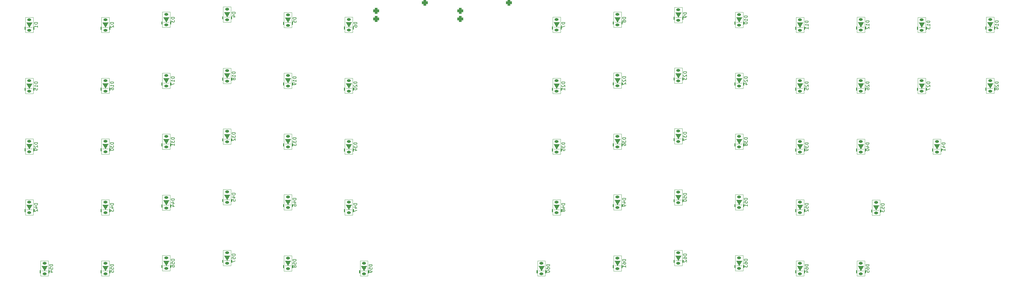
<source format=gbo>
G04 #@! TF.GenerationSoftware,KiCad,Pcbnew,8.0.2*
G04 #@! TF.CreationDate,2024-05-24T11:31:22+03:00*
G04 #@! TF.ProjectId,ratless65,7261746c-6573-4733-9635-2e6b69636164,rev?*
G04 #@! TF.SameCoordinates,Original*
G04 #@! TF.FileFunction,Legend,Bot*
G04 #@! TF.FilePolarity,Positive*
%FSLAX46Y46*%
G04 Gerber Fmt 4.6, Leading zero omitted, Abs format (unit mm)*
G04 Created by KiCad (PCBNEW 8.0.2) date 2024-05-24 11:31:22*
%MOMM*%
%LPD*%
G01*
G04 APERTURE LIST*
G04 Aperture macros list*
%AMRoundRect*
0 Rectangle with rounded corners*
0 $1 Rounding radius*
0 $2 $3 $4 $5 $6 $7 $8 $9 X,Y pos of 4 corners*
0 Add a 4 corners polygon primitive as box body*
4,1,4,$2,$3,$4,$5,$6,$7,$8,$9,$2,$3,0*
0 Add four circle primitives for the rounded corners*
1,1,$1+$1,$2,$3*
1,1,$1+$1,$4,$5*
1,1,$1+$1,$6,$7*
1,1,$1+$1,$8,$9*
0 Add four rect primitives between the rounded corners*
20,1,$1+$1,$2,$3,$4,$5,0*
20,1,$1+$1,$4,$5,$6,$7,0*
20,1,$1+$1,$6,$7,$8,$9,0*
20,1,$1+$1,$8,$9,$2,$3,0*%
G04 Aperture macros list end*
%ADD10C,0.150000*%
%ADD11C,0.120000*%
%ADD12C,0.100000*%
%ADD13C,1.750000*%
%ADD14C,3.987800*%
%ADD15C,2.300000*%
%ADD16C,1.200000*%
%ADD17O,2.300000X1.500000*%
%ADD18C,1.800000*%
%ADD19RoundRect,0.450000X-0.450000X-0.450000X0.450000X-0.450000X0.450000X0.450000X-0.450000X0.450000X0*%
%ADD20C,0.500000*%
%ADD21RoundRect,0.225000X0.375000X-0.225000X0.375000X0.225000X-0.375000X0.225000X-0.375000X-0.225000X0*%
G04 APERTURE END LIST*
D10*
X323256819Y-63141964D02*
X322256819Y-63141964D01*
X322256819Y-63141964D02*
X322256819Y-63380059D01*
X322256819Y-63380059D02*
X322304438Y-63522916D01*
X322304438Y-63522916D02*
X322399676Y-63618154D01*
X322399676Y-63618154D02*
X322494914Y-63665773D01*
X322494914Y-63665773D02*
X322685390Y-63713392D01*
X322685390Y-63713392D02*
X322828247Y-63713392D01*
X322828247Y-63713392D02*
X323018723Y-63665773D01*
X323018723Y-63665773D02*
X323113961Y-63618154D01*
X323113961Y-63618154D02*
X323209200Y-63522916D01*
X323209200Y-63522916D02*
X323256819Y-63380059D01*
X323256819Y-63380059D02*
X323256819Y-63141964D01*
X322352057Y-64094345D02*
X322304438Y-64141964D01*
X322304438Y-64141964D02*
X322256819Y-64237202D01*
X322256819Y-64237202D02*
X322256819Y-64475297D01*
X322256819Y-64475297D02*
X322304438Y-64570535D01*
X322304438Y-64570535D02*
X322352057Y-64618154D01*
X322352057Y-64618154D02*
X322447295Y-64665773D01*
X322447295Y-64665773D02*
X322542533Y-64665773D01*
X322542533Y-64665773D02*
X322685390Y-64618154D01*
X322685390Y-64618154D02*
X323256819Y-64046726D01*
X323256819Y-64046726D02*
X323256819Y-64665773D01*
X322256819Y-64999107D02*
X322256819Y-65665773D01*
X322256819Y-65665773D02*
X323256819Y-65237202D01*
X43856819Y-101116964D02*
X42856819Y-101116964D01*
X42856819Y-101116964D02*
X42856819Y-101355059D01*
X42856819Y-101355059D02*
X42904438Y-101497916D01*
X42904438Y-101497916D02*
X42999676Y-101593154D01*
X42999676Y-101593154D02*
X43094914Y-101640773D01*
X43094914Y-101640773D02*
X43285390Y-101688392D01*
X43285390Y-101688392D02*
X43428247Y-101688392D01*
X43428247Y-101688392D02*
X43618723Y-101640773D01*
X43618723Y-101640773D02*
X43713961Y-101593154D01*
X43713961Y-101593154D02*
X43809200Y-101497916D01*
X43809200Y-101497916D02*
X43856819Y-101355059D01*
X43856819Y-101355059D02*
X43856819Y-101116964D01*
X43190152Y-102545535D02*
X43856819Y-102545535D01*
X42809200Y-102307440D02*
X43523485Y-102069345D01*
X43523485Y-102069345D02*
X43523485Y-102688392D01*
X42952057Y-103021726D02*
X42904438Y-103069345D01*
X42904438Y-103069345D02*
X42856819Y-103164583D01*
X42856819Y-103164583D02*
X42856819Y-103402678D01*
X42856819Y-103402678D02*
X42904438Y-103497916D01*
X42904438Y-103497916D02*
X42952057Y-103545535D01*
X42952057Y-103545535D02*
X43047295Y-103593154D01*
X43047295Y-103593154D02*
X43142533Y-103593154D01*
X43142533Y-103593154D02*
X43285390Y-103545535D01*
X43285390Y-103545535D02*
X43856819Y-102974107D01*
X43856819Y-102974107D02*
X43856819Y-103593154D01*
X308969319Y-101241964D02*
X307969319Y-101241964D01*
X307969319Y-101241964D02*
X307969319Y-101480059D01*
X307969319Y-101480059D02*
X308016938Y-101622916D01*
X308016938Y-101622916D02*
X308112176Y-101718154D01*
X308112176Y-101718154D02*
X308207414Y-101765773D01*
X308207414Y-101765773D02*
X308397890Y-101813392D01*
X308397890Y-101813392D02*
X308540747Y-101813392D01*
X308540747Y-101813392D02*
X308731223Y-101765773D01*
X308731223Y-101765773D02*
X308826461Y-101718154D01*
X308826461Y-101718154D02*
X308921700Y-101622916D01*
X308921700Y-101622916D02*
X308969319Y-101480059D01*
X308969319Y-101480059D02*
X308969319Y-101241964D01*
X307969319Y-102718154D02*
X307969319Y-102241964D01*
X307969319Y-102241964D02*
X308445509Y-102194345D01*
X308445509Y-102194345D02*
X308397890Y-102241964D01*
X308397890Y-102241964D02*
X308350271Y-102337202D01*
X308350271Y-102337202D02*
X308350271Y-102575297D01*
X308350271Y-102575297D02*
X308397890Y-102670535D01*
X308397890Y-102670535D02*
X308445509Y-102718154D01*
X308445509Y-102718154D02*
X308540747Y-102765773D01*
X308540747Y-102765773D02*
X308778842Y-102765773D01*
X308778842Y-102765773D02*
X308874080Y-102718154D01*
X308874080Y-102718154D02*
X308921700Y-102670535D01*
X308921700Y-102670535D02*
X308969319Y-102575297D01*
X308969319Y-102575297D02*
X308969319Y-102337202D01*
X308969319Y-102337202D02*
X308921700Y-102241964D01*
X308921700Y-102241964D02*
X308874080Y-102194345D01*
X307969319Y-103099107D02*
X307969319Y-103718154D01*
X307969319Y-103718154D02*
X308350271Y-103384821D01*
X308350271Y-103384821D02*
X308350271Y-103527678D01*
X308350271Y-103527678D02*
X308397890Y-103622916D01*
X308397890Y-103622916D02*
X308445509Y-103670535D01*
X308445509Y-103670535D02*
X308540747Y-103718154D01*
X308540747Y-103718154D02*
X308778842Y-103718154D01*
X308778842Y-103718154D02*
X308874080Y-103670535D01*
X308874080Y-103670535D02*
X308921700Y-103622916D01*
X308921700Y-103622916D02*
X308969319Y-103527678D01*
X308969319Y-103527678D02*
X308969319Y-103241964D01*
X308969319Y-103241964D02*
X308921700Y-103146726D01*
X308921700Y-103146726D02*
X308874080Y-103099107D01*
X228006819Y-42855655D02*
X227006819Y-42855655D01*
X227006819Y-42855655D02*
X227006819Y-43093750D01*
X227006819Y-43093750D02*
X227054438Y-43236607D01*
X227054438Y-43236607D02*
X227149676Y-43331845D01*
X227149676Y-43331845D02*
X227244914Y-43379464D01*
X227244914Y-43379464D02*
X227435390Y-43427083D01*
X227435390Y-43427083D02*
X227578247Y-43427083D01*
X227578247Y-43427083D02*
X227768723Y-43379464D01*
X227768723Y-43379464D02*
X227863961Y-43331845D01*
X227863961Y-43331845D02*
X227959200Y-43236607D01*
X227959200Y-43236607D02*
X228006819Y-43093750D01*
X228006819Y-43093750D02*
X228006819Y-42855655D01*
X227435390Y-43998512D02*
X227387771Y-43903274D01*
X227387771Y-43903274D02*
X227340152Y-43855655D01*
X227340152Y-43855655D02*
X227244914Y-43808036D01*
X227244914Y-43808036D02*
X227197295Y-43808036D01*
X227197295Y-43808036D02*
X227102057Y-43855655D01*
X227102057Y-43855655D02*
X227054438Y-43903274D01*
X227054438Y-43903274D02*
X227006819Y-43998512D01*
X227006819Y-43998512D02*
X227006819Y-44188988D01*
X227006819Y-44188988D02*
X227054438Y-44284226D01*
X227054438Y-44284226D02*
X227102057Y-44331845D01*
X227102057Y-44331845D02*
X227197295Y-44379464D01*
X227197295Y-44379464D02*
X227244914Y-44379464D01*
X227244914Y-44379464D02*
X227340152Y-44331845D01*
X227340152Y-44331845D02*
X227387771Y-44284226D01*
X227387771Y-44284226D02*
X227435390Y-44188988D01*
X227435390Y-44188988D02*
X227435390Y-43998512D01*
X227435390Y-43998512D02*
X227483009Y-43903274D01*
X227483009Y-43903274D02*
X227530628Y-43855655D01*
X227530628Y-43855655D02*
X227625866Y-43808036D01*
X227625866Y-43808036D02*
X227816342Y-43808036D01*
X227816342Y-43808036D02*
X227911580Y-43855655D01*
X227911580Y-43855655D02*
X227959200Y-43903274D01*
X227959200Y-43903274D02*
X228006819Y-43998512D01*
X228006819Y-43998512D02*
X228006819Y-44188988D01*
X228006819Y-44188988D02*
X227959200Y-44284226D01*
X227959200Y-44284226D02*
X227911580Y-44331845D01*
X227911580Y-44331845D02*
X227816342Y-44379464D01*
X227816342Y-44379464D02*
X227625866Y-44379464D01*
X227625866Y-44379464D02*
X227530628Y-44331845D01*
X227530628Y-44331845D02*
X227483009Y-44284226D01*
X227483009Y-44284226D02*
X227435390Y-44188988D01*
X67669319Y-120229464D02*
X66669319Y-120229464D01*
X66669319Y-120229464D02*
X66669319Y-120467559D01*
X66669319Y-120467559D02*
X66716938Y-120610416D01*
X66716938Y-120610416D02*
X66812176Y-120705654D01*
X66812176Y-120705654D02*
X66907414Y-120753273D01*
X66907414Y-120753273D02*
X67097890Y-120800892D01*
X67097890Y-120800892D02*
X67240747Y-120800892D01*
X67240747Y-120800892D02*
X67431223Y-120753273D01*
X67431223Y-120753273D02*
X67526461Y-120705654D01*
X67526461Y-120705654D02*
X67621700Y-120610416D01*
X67621700Y-120610416D02*
X67669319Y-120467559D01*
X67669319Y-120467559D02*
X67669319Y-120229464D01*
X66669319Y-121705654D02*
X66669319Y-121229464D01*
X66669319Y-121229464D02*
X67145509Y-121181845D01*
X67145509Y-121181845D02*
X67097890Y-121229464D01*
X67097890Y-121229464D02*
X67050271Y-121324702D01*
X67050271Y-121324702D02*
X67050271Y-121562797D01*
X67050271Y-121562797D02*
X67097890Y-121658035D01*
X67097890Y-121658035D02*
X67145509Y-121705654D01*
X67145509Y-121705654D02*
X67240747Y-121753273D01*
X67240747Y-121753273D02*
X67478842Y-121753273D01*
X67478842Y-121753273D02*
X67574080Y-121705654D01*
X67574080Y-121705654D02*
X67621700Y-121658035D01*
X67621700Y-121658035D02*
X67669319Y-121562797D01*
X67669319Y-121562797D02*
X67669319Y-121324702D01*
X67669319Y-121324702D02*
X67621700Y-121229464D01*
X67621700Y-121229464D02*
X67574080Y-121181845D01*
X66669319Y-122658035D02*
X66669319Y-122181845D01*
X66669319Y-122181845D02*
X67145509Y-122134226D01*
X67145509Y-122134226D02*
X67097890Y-122181845D01*
X67097890Y-122181845D02*
X67050271Y-122277083D01*
X67050271Y-122277083D02*
X67050271Y-122515178D01*
X67050271Y-122515178D02*
X67097890Y-122610416D01*
X67097890Y-122610416D02*
X67145509Y-122658035D01*
X67145509Y-122658035D02*
X67240747Y-122705654D01*
X67240747Y-122705654D02*
X67478842Y-122705654D01*
X67478842Y-122705654D02*
X67574080Y-122658035D01*
X67574080Y-122658035D02*
X67621700Y-122610416D01*
X67621700Y-122610416D02*
X67669319Y-122515178D01*
X67669319Y-122515178D02*
X67669319Y-122277083D01*
X67669319Y-122277083D02*
X67621700Y-122181845D01*
X67621700Y-122181845D02*
X67574080Y-122134226D01*
X86727319Y-42855655D02*
X85727319Y-42855655D01*
X85727319Y-42855655D02*
X85727319Y-43093750D01*
X85727319Y-43093750D02*
X85774938Y-43236607D01*
X85774938Y-43236607D02*
X85870176Y-43331845D01*
X85870176Y-43331845D02*
X85965414Y-43379464D01*
X85965414Y-43379464D02*
X86155890Y-43427083D01*
X86155890Y-43427083D02*
X86298747Y-43427083D01*
X86298747Y-43427083D02*
X86489223Y-43379464D01*
X86489223Y-43379464D02*
X86584461Y-43331845D01*
X86584461Y-43331845D02*
X86679700Y-43236607D01*
X86679700Y-43236607D02*
X86727319Y-43093750D01*
X86727319Y-43093750D02*
X86727319Y-42855655D01*
X85727319Y-43760417D02*
X85727319Y-44379464D01*
X85727319Y-44379464D02*
X86108271Y-44046131D01*
X86108271Y-44046131D02*
X86108271Y-44188988D01*
X86108271Y-44188988D02*
X86155890Y-44284226D01*
X86155890Y-44284226D02*
X86203509Y-44331845D01*
X86203509Y-44331845D02*
X86298747Y-44379464D01*
X86298747Y-44379464D02*
X86536842Y-44379464D01*
X86536842Y-44379464D02*
X86632080Y-44331845D01*
X86632080Y-44331845D02*
X86679700Y-44284226D01*
X86679700Y-44284226D02*
X86727319Y-44188988D01*
X86727319Y-44188988D02*
X86727319Y-43903274D01*
X86727319Y-43903274D02*
X86679700Y-43808036D01*
X86679700Y-43808036D02*
X86632080Y-43760417D01*
X105769319Y-59966964D02*
X104769319Y-59966964D01*
X104769319Y-59966964D02*
X104769319Y-60205059D01*
X104769319Y-60205059D02*
X104816938Y-60347916D01*
X104816938Y-60347916D02*
X104912176Y-60443154D01*
X104912176Y-60443154D02*
X105007414Y-60490773D01*
X105007414Y-60490773D02*
X105197890Y-60538392D01*
X105197890Y-60538392D02*
X105340747Y-60538392D01*
X105340747Y-60538392D02*
X105531223Y-60490773D01*
X105531223Y-60490773D02*
X105626461Y-60443154D01*
X105626461Y-60443154D02*
X105721700Y-60347916D01*
X105721700Y-60347916D02*
X105769319Y-60205059D01*
X105769319Y-60205059D02*
X105769319Y-59966964D01*
X105769319Y-61490773D02*
X105769319Y-60919345D01*
X105769319Y-61205059D02*
X104769319Y-61205059D01*
X104769319Y-61205059D02*
X104912176Y-61109821D01*
X104912176Y-61109821D02*
X105007414Y-61014583D01*
X105007414Y-61014583D02*
X105055033Y-60919345D01*
X105197890Y-62062202D02*
X105150271Y-61966964D01*
X105150271Y-61966964D02*
X105102652Y-61919345D01*
X105102652Y-61919345D02*
X105007414Y-61871726D01*
X105007414Y-61871726D02*
X104959795Y-61871726D01*
X104959795Y-61871726D02*
X104864557Y-61919345D01*
X104864557Y-61919345D02*
X104816938Y-61966964D01*
X104816938Y-61966964D02*
X104769319Y-62062202D01*
X104769319Y-62062202D02*
X104769319Y-62252678D01*
X104769319Y-62252678D02*
X104816938Y-62347916D01*
X104816938Y-62347916D02*
X104864557Y-62395535D01*
X104864557Y-62395535D02*
X104959795Y-62443154D01*
X104959795Y-62443154D02*
X105007414Y-62443154D01*
X105007414Y-62443154D02*
X105102652Y-62395535D01*
X105102652Y-62395535D02*
X105150271Y-62347916D01*
X105150271Y-62347916D02*
X105197890Y-62252678D01*
X105197890Y-62252678D02*
X105197890Y-62062202D01*
X105197890Y-62062202D02*
X105245509Y-61966964D01*
X105245509Y-61966964D02*
X105293128Y-61919345D01*
X105293128Y-61919345D02*
X105388366Y-61871726D01*
X105388366Y-61871726D02*
X105578842Y-61871726D01*
X105578842Y-61871726D02*
X105674080Y-61919345D01*
X105674080Y-61919345D02*
X105721700Y-61966964D01*
X105721700Y-61966964D02*
X105769319Y-62062202D01*
X105769319Y-62062202D02*
X105769319Y-62252678D01*
X105769319Y-62252678D02*
X105721700Y-62347916D01*
X105721700Y-62347916D02*
X105674080Y-62395535D01*
X105674080Y-62395535D02*
X105578842Y-62443154D01*
X105578842Y-62443154D02*
X105388366Y-62443154D01*
X105388366Y-62443154D02*
X105293128Y-62395535D01*
X105293128Y-62395535D02*
X105245509Y-62347916D01*
X105245509Y-62347916D02*
X105197890Y-62252678D01*
X105769319Y-41268155D02*
X104769319Y-41268155D01*
X104769319Y-41268155D02*
X104769319Y-41506250D01*
X104769319Y-41506250D02*
X104816938Y-41649107D01*
X104816938Y-41649107D02*
X104912176Y-41744345D01*
X104912176Y-41744345D02*
X105007414Y-41791964D01*
X105007414Y-41791964D02*
X105197890Y-41839583D01*
X105197890Y-41839583D02*
X105340747Y-41839583D01*
X105340747Y-41839583D02*
X105531223Y-41791964D01*
X105531223Y-41791964D02*
X105626461Y-41744345D01*
X105626461Y-41744345D02*
X105721700Y-41649107D01*
X105721700Y-41649107D02*
X105769319Y-41506250D01*
X105769319Y-41506250D02*
X105769319Y-41268155D01*
X105102652Y-42696726D02*
X105769319Y-42696726D01*
X104721700Y-42458631D02*
X105435985Y-42220536D01*
X105435985Y-42220536D02*
X105435985Y-42839583D01*
X86719319Y-118579464D02*
X85719319Y-118579464D01*
X85719319Y-118579464D02*
X85719319Y-118817559D01*
X85719319Y-118817559D02*
X85766938Y-118960416D01*
X85766938Y-118960416D02*
X85862176Y-119055654D01*
X85862176Y-119055654D02*
X85957414Y-119103273D01*
X85957414Y-119103273D02*
X86147890Y-119150892D01*
X86147890Y-119150892D02*
X86290747Y-119150892D01*
X86290747Y-119150892D02*
X86481223Y-119103273D01*
X86481223Y-119103273D02*
X86576461Y-119055654D01*
X86576461Y-119055654D02*
X86671700Y-118960416D01*
X86671700Y-118960416D02*
X86719319Y-118817559D01*
X86719319Y-118817559D02*
X86719319Y-118579464D01*
X85719319Y-120055654D02*
X85719319Y-119579464D01*
X85719319Y-119579464D02*
X86195509Y-119531845D01*
X86195509Y-119531845D02*
X86147890Y-119579464D01*
X86147890Y-119579464D02*
X86100271Y-119674702D01*
X86100271Y-119674702D02*
X86100271Y-119912797D01*
X86100271Y-119912797D02*
X86147890Y-120008035D01*
X86147890Y-120008035D02*
X86195509Y-120055654D01*
X86195509Y-120055654D02*
X86290747Y-120103273D01*
X86290747Y-120103273D02*
X86528842Y-120103273D01*
X86528842Y-120103273D02*
X86624080Y-120055654D01*
X86624080Y-120055654D02*
X86671700Y-120008035D01*
X86671700Y-120008035D02*
X86719319Y-119912797D01*
X86719319Y-119912797D02*
X86719319Y-119674702D01*
X86719319Y-119674702D02*
X86671700Y-119579464D01*
X86671700Y-119579464D02*
X86624080Y-119531845D01*
X85719319Y-120960416D02*
X85719319Y-120769940D01*
X85719319Y-120769940D02*
X85766938Y-120674702D01*
X85766938Y-120674702D02*
X85814557Y-120627083D01*
X85814557Y-120627083D02*
X85957414Y-120531845D01*
X85957414Y-120531845D02*
X86147890Y-120484226D01*
X86147890Y-120484226D02*
X86528842Y-120484226D01*
X86528842Y-120484226D02*
X86624080Y-120531845D01*
X86624080Y-120531845D02*
X86671700Y-120579464D01*
X86671700Y-120579464D02*
X86719319Y-120674702D01*
X86719319Y-120674702D02*
X86719319Y-120865178D01*
X86719319Y-120865178D02*
X86671700Y-120960416D01*
X86671700Y-120960416D02*
X86624080Y-121008035D01*
X86624080Y-121008035D02*
X86528842Y-121055654D01*
X86528842Y-121055654D02*
X86290747Y-121055654D01*
X86290747Y-121055654D02*
X86195509Y-121008035D01*
X86195509Y-121008035D02*
X86147890Y-120960416D01*
X86147890Y-120960416D02*
X86100271Y-120865178D01*
X86100271Y-120865178D02*
X86100271Y-120674702D01*
X86100271Y-120674702D02*
X86147890Y-120579464D01*
X86147890Y-120579464D02*
X86195509Y-120531845D01*
X86195509Y-120531845D02*
X86290747Y-120484226D01*
X247056819Y-78891964D02*
X246056819Y-78891964D01*
X246056819Y-78891964D02*
X246056819Y-79130059D01*
X246056819Y-79130059D02*
X246104438Y-79272916D01*
X246104438Y-79272916D02*
X246199676Y-79368154D01*
X246199676Y-79368154D02*
X246294914Y-79415773D01*
X246294914Y-79415773D02*
X246485390Y-79463392D01*
X246485390Y-79463392D02*
X246628247Y-79463392D01*
X246628247Y-79463392D02*
X246818723Y-79415773D01*
X246818723Y-79415773D02*
X246913961Y-79368154D01*
X246913961Y-79368154D02*
X247009200Y-79272916D01*
X247009200Y-79272916D02*
X247056819Y-79130059D01*
X247056819Y-79130059D02*
X247056819Y-78891964D01*
X246056819Y-79796726D02*
X246056819Y-80415773D01*
X246056819Y-80415773D02*
X246437771Y-80082440D01*
X246437771Y-80082440D02*
X246437771Y-80225297D01*
X246437771Y-80225297D02*
X246485390Y-80320535D01*
X246485390Y-80320535D02*
X246533009Y-80368154D01*
X246533009Y-80368154D02*
X246628247Y-80415773D01*
X246628247Y-80415773D02*
X246866342Y-80415773D01*
X246866342Y-80415773D02*
X246961580Y-80368154D01*
X246961580Y-80368154D02*
X247009200Y-80320535D01*
X247009200Y-80320535D02*
X247056819Y-80225297D01*
X247056819Y-80225297D02*
X247056819Y-79939583D01*
X247056819Y-79939583D02*
X247009200Y-79844345D01*
X247009200Y-79844345D02*
X246961580Y-79796726D01*
X246056819Y-80749107D02*
X246056819Y-81415773D01*
X246056819Y-81415773D02*
X247056819Y-80987202D01*
X105769319Y-97941964D02*
X104769319Y-97941964D01*
X104769319Y-97941964D02*
X104769319Y-98180059D01*
X104769319Y-98180059D02*
X104816938Y-98322916D01*
X104816938Y-98322916D02*
X104912176Y-98418154D01*
X104912176Y-98418154D02*
X105007414Y-98465773D01*
X105007414Y-98465773D02*
X105197890Y-98513392D01*
X105197890Y-98513392D02*
X105340747Y-98513392D01*
X105340747Y-98513392D02*
X105531223Y-98465773D01*
X105531223Y-98465773D02*
X105626461Y-98418154D01*
X105626461Y-98418154D02*
X105721700Y-98322916D01*
X105721700Y-98322916D02*
X105769319Y-98180059D01*
X105769319Y-98180059D02*
X105769319Y-97941964D01*
X105102652Y-99370535D02*
X105769319Y-99370535D01*
X104721700Y-99132440D02*
X105435985Y-98894345D01*
X105435985Y-98894345D02*
X105435985Y-99513392D01*
X104769319Y-100370535D02*
X104769319Y-99894345D01*
X104769319Y-99894345D02*
X105245509Y-99846726D01*
X105245509Y-99846726D02*
X105197890Y-99894345D01*
X105197890Y-99894345D02*
X105150271Y-99989583D01*
X105150271Y-99989583D02*
X105150271Y-100227678D01*
X105150271Y-100227678D02*
X105197890Y-100322916D01*
X105197890Y-100322916D02*
X105245509Y-100370535D01*
X105245509Y-100370535D02*
X105340747Y-100418154D01*
X105340747Y-100418154D02*
X105578842Y-100418154D01*
X105578842Y-100418154D02*
X105674080Y-100370535D01*
X105674080Y-100370535D02*
X105721700Y-100322916D01*
X105721700Y-100322916D02*
X105769319Y-100227678D01*
X105769319Y-100227678D02*
X105769319Y-99989583D01*
X105769319Y-99989583D02*
X105721700Y-99894345D01*
X105721700Y-99894345D02*
X105674080Y-99846726D01*
X266106819Y-80541964D02*
X265106819Y-80541964D01*
X265106819Y-80541964D02*
X265106819Y-80780059D01*
X265106819Y-80780059D02*
X265154438Y-80922916D01*
X265154438Y-80922916D02*
X265249676Y-81018154D01*
X265249676Y-81018154D02*
X265344914Y-81065773D01*
X265344914Y-81065773D02*
X265535390Y-81113392D01*
X265535390Y-81113392D02*
X265678247Y-81113392D01*
X265678247Y-81113392D02*
X265868723Y-81065773D01*
X265868723Y-81065773D02*
X265963961Y-81018154D01*
X265963961Y-81018154D02*
X266059200Y-80922916D01*
X266059200Y-80922916D02*
X266106819Y-80780059D01*
X266106819Y-80780059D02*
X266106819Y-80541964D01*
X265106819Y-81446726D02*
X265106819Y-82065773D01*
X265106819Y-82065773D02*
X265487771Y-81732440D01*
X265487771Y-81732440D02*
X265487771Y-81875297D01*
X265487771Y-81875297D02*
X265535390Y-81970535D01*
X265535390Y-81970535D02*
X265583009Y-82018154D01*
X265583009Y-82018154D02*
X265678247Y-82065773D01*
X265678247Y-82065773D02*
X265916342Y-82065773D01*
X265916342Y-82065773D02*
X266011580Y-82018154D01*
X266011580Y-82018154D02*
X266059200Y-81970535D01*
X266059200Y-81970535D02*
X266106819Y-81875297D01*
X266106819Y-81875297D02*
X266106819Y-81589583D01*
X266106819Y-81589583D02*
X266059200Y-81494345D01*
X266059200Y-81494345D02*
X266011580Y-81446726D01*
X265535390Y-82637202D02*
X265487771Y-82541964D01*
X265487771Y-82541964D02*
X265440152Y-82494345D01*
X265440152Y-82494345D02*
X265344914Y-82446726D01*
X265344914Y-82446726D02*
X265297295Y-82446726D01*
X265297295Y-82446726D02*
X265202057Y-82494345D01*
X265202057Y-82494345D02*
X265154438Y-82541964D01*
X265154438Y-82541964D02*
X265106819Y-82637202D01*
X265106819Y-82637202D02*
X265106819Y-82827678D01*
X265106819Y-82827678D02*
X265154438Y-82922916D01*
X265154438Y-82922916D02*
X265202057Y-82970535D01*
X265202057Y-82970535D02*
X265297295Y-83018154D01*
X265297295Y-83018154D02*
X265344914Y-83018154D01*
X265344914Y-83018154D02*
X265440152Y-82970535D01*
X265440152Y-82970535D02*
X265487771Y-82922916D01*
X265487771Y-82922916D02*
X265535390Y-82827678D01*
X265535390Y-82827678D02*
X265535390Y-82637202D01*
X265535390Y-82637202D02*
X265583009Y-82541964D01*
X265583009Y-82541964D02*
X265630628Y-82494345D01*
X265630628Y-82494345D02*
X265725866Y-82446726D01*
X265725866Y-82446726D02*
X265916342Y-82446726D01*
X265916342Y-82446726D02*
X266011580Y-82494345D01*
X266011580Y-82494345D02*
X266059200Y-82541964D01*
X266059200Y-82541964D02*
X266106819Y-82637202D01*
X266106819Y-82637202D02*
X266106819Y-82827678D01*
X266106819Y-82827678D02*
X266059200Y-82922916D01*
X266059200Y-82922916D02*
X266011580Y-82970535D01*
X266011580Y-82970535D02*
X265916342Y-83018154D01*
X265916342Y-83018154D02*
X265725866Y-83018154D01*
X265725866Y-83018154D02*
X265630628Y-82970535D01*
X265630628Y-82970535D02*
X265583009Y-82922916D01*
X265583009Y-82922916D02*
X265535390Y-82827678D01*
X228006819Y-99529464D02*
X227006819Y-99529464D01*
X227006819Y-99529464D02*
X227006819Y-99767559D01*
X227006819Y-99767559D02*
X227054438Y-99910416D01*
X227054438Y-99910416D02*
X227149676Y-100005654D01*
X227149676Y-100005654D02*
X227244914Y-100053273D01*
X227244914Y-100053273D02*
X227435390Y-100100892D01*
X227435390Y-100100892D02*
X227578247Y-100100892D01*
X227578247Y-100100892D02*
X227768723Y-100053273D01*
X227768723Y-100053273D02*
X227863961Y-100005654D01*
X227863961Y-100005654D02*
X227959200Y-99910416D01*
X227959200Y-99910416D02*
X228006819Y-99767559D01*
X228006819Y-99767559D02*
X228006819Y-99529464D01*
X227340152Y-100958035D02*
X228006819Y-100958035D01*
X226959200Y-100719940D02*
X227673485Y-100481845D01*
X227673485Y-100481845D02*
X227673485Y-101100892D01*
X228006819Y-101529464D02*
X228006819Y-101719940D01*
X228006819Y-101719940D02*
X227959200Y-101815178D01*
X227959200Y-101815178D02*
X227911580Y-101862797D01*
X227911580Y-101862797D02*
X227768723Y-101958035D01*
X227768723Y-101958035D02*
X227578247Y-102005654D01*
X227578247Y-102005654D02*
X227197295Y-102005654D01*
X227197295Y-102005654D02*
X227102057Y-101958035D01*
X227102057Y-101958035D02*
X227054438Y-101910416D01*
X227054438Y-101910416D02*
X227006819Y-101815178D01*
X227006819Y-101815178D02*
X227006819Y-101624702D01*
X227006819Y-101624702D02*
X227054438Y-101529464D01*
X227054438Y-101529464D02*
X227102057Y-101481845D01*
X227102057Y-101481845D02*
X227197295Y-101434226D01*
X227197295Y-101434226D02*
X227435390Y-101434226D01*
X227435390Y-101434226D02*
X227530628Y-101481845D01*
X227530628Y-101481845D02*
X227578247Y-101529464D01*
X227578247Y-101529464D02*
X227625866Y-101624702D01*
X227625866Y-101624702D02*
X227625866Y-101815178D01*
X227625866Y-101815178D02*
X227578247Y-101910416D01*
X227578247Y-101910416D02*
X227530628Y-101958035D01*
X227530628Y-101958035D02*
X227435390Y-102005654D01*
X43856819Y-63141964D02*
X42856819Y-63141964D01*
X42856819Y-63141964D02*
X42856819Y-63380059D01*
X42856819Y-63380059D02*
X42904438Y-63522916D01*
X42904438Y-63522916D02*
X42999676Y-63618154D01*
X42999676Y-63618154D02*
X43094914Y-63665773D01*
X43094914Y-63665773D02*
X43285390Y-63713392D01*
X43285390Y-63713392D02*
X43428247Y-63713392D01*
X43428247Y-63713392D02*
X43618723Y-63665773D01*
X43618723Y-63665773D02*
X43713961Y-63618154D01*
X43713961Y-63618154D02*
X43809200Y-63522916D01*
X43809200Y-63522916D02*
X43856819Y-63380059D01*
X43856819Y-63380059D02*
X43856819Y-63141964D01*
X43856819Y-64665773D02*
X43856819Y-64094345D01*
X43856819Y-64380059D02*
X42856819Y-64380059D01*
X42856819Y-64380059D02*
X42999676Y-64284821D01*
X42999676Y-64284821D02*
X43094914Y-64189583D01*
X43094914Y-64189583D02*
X43142533Y-64094345D01*
X42856819Y-65570535D02*
X42856819Y-65094345D01*
X42856819Y-65094345D02*
X43333009Y-65046726D01*
X43333009Y-65046726D02*
X43285390Y-65094345D01*
X43285390Y-65094345D02*
X43237771Y-65189583D01*
X43237771Y-65189583D02*
X43237771Y-65427678D01*
X43237771Y-65427678D02*
X43285390Y-65522916D01*
X43285390Y-65522916D02*
X43333009Y-65570535D01*
X43333009Y-65570535D02*
X43428247Y-65618154D01*
X43428247Y-65618154D02*
X43666342Y-65618154D01*
X43666342Y-65618154D02*
X43761580Y-65570535D01*
X43761580Y-65570535D02*
X43809200Y-65522916D01*
X43809200Y-65522916D02*
X43856819Y-65427678D01*
X43856819Y-65427678D02*
X43856819Y-65189583D01*
X43856819Y-65189583D02*
X43809200Y-65094345D01*
X43809200Y-65094345D02*
X43761580Y-65046726D01*
X208956819Y-101116964D02*
X207956819Y-101116964D01*
X207956819Y-101116964D02*
X207956819Y-101355059D01*
X207956819Y-101355059D02*
X208004438Y-101497916D01*
X208004438Y-101497916D02*
X208099676Y-101593154D01*
X208099676Y-101593154D02*
X208194914Y-101640773D01*
X208194914Y-101640773D02*
X208385390Y-101688392D01*
X208385390Y-101688392D02*
X208528247Y-101688392D01*
X208528247Y-101688392D02*
X208718723Y-101640773D01*
X208718723Y-101640773D02*
X208813961Y-101593154D01*
X208813961Y-101593154D02*
X208909200Y-101497916D01*
X208909200Y-101497916D02*
X208956819Y-101355059D01*
X208956819Y-101355059D02*
X208956819Y-101116964D01*
X208290152Y-102545535D02*
X208956819Y-102545535D01*
X207909200Y-102307440D02*
X208623485Y-102069345D01*
X208623485Y-102069345D02*
X208623485Y-102688392D01*
X208385390Y-103212202D02*
X208337771Y-103116964D01*
X208337771Y-103116964D02*
X208290152Y-103069345D01*
X208290152Y-103069345D02*
X208194914Y-103021726D01*
X208194914Y-103021726D02*
X208147295Y-103021726D01*
X208147295Y-103021726D02*
X208052057Y-103069345D01*
X208052057Y-103069345D02*
X208004438Y-103116964D01*
X208004438Y-103116964D02*
X207956819Y-103212202D01*
X207956819Y-103212202D02*
X207956819Y-103402678D01*
X207956819Y-103402678D02*
X208004438Y-103497916D01*
X208004438Y-103497916D02*
X208052057Y-103545535D01*
X208052057Y-103545535D02*
X208147295Y-103593154D01*
X208147295Y-103593154D02*
X208194914Y-103593154D01*
X208194914Y-103593154D02*
X208290152Y-103545535D01*
X208290152Y-103545535D02*
X208337771Y-103497916D01*
X208337771Y-103497916D02*
X208385390Y-103402678D01*
X208385390Y-103402678D02*
X208385390Y-103212202D01*
X208385390Y-103212202D02*
X208433009Y-103116964D01*
X208433009Y-103116964D02*
X208480628Y-103069345D01*
X208480628Y-103069345D02*
X208575866Y-103021726D01*
X208575866Y-103021726D02*
X208766342Y-103021726D01*
X208766342Y-103021726D02*
X208861580Y-103069345D01*
X208861580Y-103069345D02*
X208909200Y-103116964D01*
X208909200Y-103116964D02*
X208956819Y-103212202D01*
X208956819Y-103212202D02*
X208956819Y-103402678D01*
X208956819Y-103402678D02*
X208909200Y-103497916D01*
X208909200Y-103497916D02*
X208861580Y-103545535D01*
X208861580Y-103545535D02*
X208766342Y-103593154D01*
X208766342Y-103593154D02*
X208575866Y-103593154D01*
X208575866Y-103593154D02*
X208480628Y-103545535D01*
X208480628Y-103545535D02*
X208433009Y-103497916D01*
X208433009Y-103497916D02*
X208385390Y-103402678D01*
X143869319Y-101116964D02*
X142869319Y-101116964D01*
X142869319Y-101116964D02*
X142869319Y-101355059D01*
X142869319Y-101355059D02*
X142916938Y-101497916D01*
X142916938Y-101497916D02*
X143012176Y-101593154D01*
X143012176Y-101593154D02*
X143107414Y-101640773D01*
X143107414Y-101640773D02*
X143297890Y-101688392D01*
X143297890Y-101688392D02*
X143440747Y-101688392D01*
X143440747Y-101688392D02*
X143631223Y-101640773D01*
X143631223Y-101640773D02*
X143726461Y-101593154D01*
X143726461Y-101593154D02*
X143821700Y-101497916D01*
X143821700Y-101497916D02*
X143869319Y-101355059D01*
X143869319Y-101355059D02*
X143869319Y-101116964D01*
X143202652Y-102545535D02*
X143869319Y-102545535D01*
X142821700Y-102307440D02*
X143535985Y-102069345D01*
X143535985Y-102069345D02*
X143535985Y-102688392D01*
X142869319Y-102974107D02*
X142869319Y-103640773D01*
X142869319Y-103640773D02*
X143869319Y-103212202D01*
X143869319Y-44443155D02*
X142869319Y-44443155D01*
X142869319Y-44443155D02*
X142869319Y-44681250D01*
X142869319Y-44681250D02*
X142916938Y-44824107D01*
X142916938Y-44824107D02*
X143012176Y-44919345D01*
X143012176Y-44919345D02*
X143107414Y-44966964D01*
X143107414Y-44966964D02*
X143297890Y-45014583D01*
X143297890Y-45014583D02*
X143440747Y-45014583D01*
X143440747Y-45014583D02*
X143631223Y-44966964D01*
X143631223Y-44966964D02*
X143726461Y-44919345D01*
X143726461Y-44919345D02*
X143821700Y-44824107D01*
X143821700Y-44824107D02*
X143869319Y-44681250D01*
X143869319Y-44681250D02*
X143869319Y-44443155D01*
X142869319Y-45871726D02*
X142869319Y-45681250D01*
X142869319Y-45681250D02*
X142916938Y-45586012D01*
X142916938Y-45586012D02*
X142964557Y-45538393D01*
X142964557Y-45538393D02*
X143107414Y-45443155D01*
X143107414Y-45443155D02*
X143297890Y-45395536D01*
X143297890Y-45395536D02*
X143678842Y-45395536D01*
X143678842Y-45395536D02*
X143774080Y-45443155D01*
X143774080Y-45443155D02*
X143821700Y-45490774D01*
X143821700Y-45490774D02*
X143869319Y-45586012D01*
X143869319Y-45586012D02*
X143869319Y-45776488D01*
X143869319Y-45776488D02*
X143821700Y-45871726D01*
X143821700Y-45871726D02*
X143774080Y-45919345D01*
X143774080Y-45919345D02*
X143678842Y-45966964D01*
X143678842Y-45966964D02*
X143440747Y-45966964D01*
X143440747Y-45966964D02*
X143345509Y-45919345D01*
X143345509Y-45919345D02*
X143297890Y-45871726D01*
X143297890Y-45871726D02*
X143250271Y-45776488D01*
X143250271Y-45776488D02*
X143250271Y-45586012D01*
X143250271Y-45586012D02*
X143297890Y-45490774D01*
X143297890Y-45490774D02*
X143345509Y-45443155D01*
X143345509Y-45443155D02*
X143440747Y-45395536D01*
X86719319Y-99654464D02*
X85719319Y-99654464D01*
X85719319Y-99654464D02*
X85719319Y-99892559D01*
X85719319Y-99892559D02*
X85766938Y-100035416D01*
X85766938Y-100035416D02*
X85862176Y-100130654D01*
X85862176Y-100130654D02*
X85957414Y-100178273D01*
X85957414Y-100178273D02*
X86147890Y-100225892D01*
X86147890Y-100225892D02*
X86290747Y-100225892D01*
X86290747Y-100225892D02*
X86481223Y-100178273D01*
X86481223Y-100178273D02*
X86576461Y-100130654D01*
X86576461Y-100130654D02*
X86671700Y-100035416D01*
X86671700Y-100035416D02*
X86719319Y-99892559D01*
X86719319Y-99892559D02*
X86719319Y-99654464D01*
X86052652Y-101083035D02*
X86719319Y-101083035D01*
X85671700Y-100844940D02*
X86385985Y-100606845D01*
X86385985Y-100606845D02*
X86385985Y-101225892D01*
X86052652Y-102035416D02*
X86719319Y-102035416D01*
X85671700Y-101797321D02*
X86385985Y-101559226D01*
X86385985Y-101559226D02*
X86385985Y-102178273D01*
X86719319Y-80541964D02*
X85719319Y-80541964D01*
X85719319Y-80541964D02*
X85719319Y-80780059D01*
X85719319Y-80780059D02*
X85766938Y-80922916D01*
X85766938Y-80922916D02*
X85862176Y-81018154D01*
X85862176Y-81018154D02*
X85957414Y-81065773D01*
X85957414Y-81065773D02*
X86147890Y-81113392D01*
X86147890Y-81113392D02*
X86290747Y-81113392D01*
X86290747Y-81113392D02*
X86481223Y-81065773D01*
X86481223Y-81065773D02*
X86576461Y-81018154D01*
X86576461Y-81018154D02*
X86671700Y-80922916D01*
X86671700Y-80922916D02*
X86719319Y-80780059D01*
X86719319Y-80780059D02*
X86719319Y-80541964D01*
X85719319Y-81446726D02*
X85719319Y-82065773D01*
X85719319Y-82065773D02*
X86100271Y-81732440D01*
X86100271Y-81732440D02*
X86100271Y-81875297D01*
X86100271Y-81875297D02*
X86147890Y-81970535D01*
X86147890Y-81970535D02*
X86195509Y-82018154D01*
X86195509Y-82018154D02*
X86290747Y-82065773D01*
X86290747Y-82065773D02*
X86528842Y-82065773D01*
X86528842Y-82065773D02*
X86624080Y-82018154D01*
X86624080Y-82018154D02*
X86671700Y-81970535D01*
X86671700Y-81970535D02*
X86719319Y-81875297D01*
X86719319Y-81875297D02*
X86719319Y-81589583D01*
X86719319Y-81589583D02*
X86671700Y-81494345D01*
X86671700Y-81494345D02*
X86624080Y-81446726D01*
X86719319Y-83018154D02*
X86719319Y-82446726D01*
X86719319Y-82732440D02*
X85719319Y-82732440D01*
X85719319Y-82732440D02*
X85862176Y-82637202D01*
X85862176Y-82637202D02*
X85957414Y-82541964D01*
X85957414Y-82541964D02*
X86005033Y-82446726D01*
X124819319Y-118641964D02*
X123819319Y-118641964D01*
X123819319Y-118641964D02*
X123819319Y-118880059D01*
X123819319Y-118880059D02*
X123866938Y-119022916D01*
X123866938Y-119022916D02*
X123962176Y-119118154D01*
X123962176Y-119118154D02*
X124057414Y-119165773D01*
X124057414Y-119165773D02*
X124247890Y-119213392D01*
X124247890Y-119213392D02*
X124390747Y-119213392D01*
X124390747Y-119213392D02*
X124581223Y-119165773D01*
X124581223Y-119165773D02*
X124676461Y-119118154D01*
X124676461Y-119118154D02*
X124771700Y-119022916D01*
X124771700Y-119022916D02*
X124819319Y-118880059D01*
X124819319Y-118880059D02*
X124819319Y-118641964D01*
X123819319Y-120118154D02*
X123819319Y-119641964D01*
X123819319Y-119641964D02*
X124295509Y-119594345D01*
X124295509Y-119594345D02*
X124247890Y-119641964D01*
X124247890Y-119641964D02*
X124200271Y-119737202D01*
X124200271Y-119737202D02*
X124200271Y-119975297D01*
X124200271Y-119975297D02*
X124247890Y-120070535D01*
X124247890Y-120070535D02*
X124295509Y-120118154D01*
X124295509Y-120118154D02*
X124390747Y-120165773D01*
X124390747Y-120165773D02*
X124628842Y-120165773D01*
X124628842Y-120165773D02*
X124724080Y-120118154D01*
X124724080Y-120118154D02*
X124771700Y-120070535D01*
X124771700Y-120070535D02*
X124819319Y-119975297D01*
X124819319Y-119975297D02*
X124819319Y-119737202D01*
X124819319Y-119737202D02*
X124771700Y-119641964D01*
X124771700Y-119641964D02*
X124724080Y-119594345D01*
X124247890Y-120737202D02*
X124200271Y-120641964D01*
X124200271Y-120641964D02*
X124152652Y-120594345D01*
X124152652Y-120594345D02*
X124057414Y-120546726D01*
X124057414Y-120546726D02*
X124009795Y-120546726D01*
X124009795Y-120546726D02*
X123914557Y-120594345D01*
X123914557Y-120594345D02*
X123866938Y-120641964D01*
X123866938Y-120641964D02*
X123819319Y-120737202D01*
X123819319Y-120737202D02*
X123819319Y-120927678D01*
X123819319Y-120927678D02*
X123866938Y-121022916D01*
X123866938Y-121022916D02*
X123914557Y-121070535D01*
X123914557Y-121070535D02*
X124009795Y-121118154D01*
X124009795Y-121118154D02*
X124057414Y-121118154D01*
X124057414Y-121118154D02*
X124152652Y-121070535D01*
X124152652Y-121070535D02*
X124200271Y-121022916D01*
X124200271Y-121022916D02*
X124247890Y-120927678D01*
X124247890Y-120927678D02*
X124247890Y-120737202D01*
X124247890Y-120737202D02*
X124295509Y-120641964D01*
X124295509Y-120641964D02*
X124343128Y-120594345D01*
X124343128Y-120594345D02*
X124438366Y-120546726D01*
X124438366Y-120546726D02*
X124628842Y-120546726D01*
X124628842Y-120546726D02*
X124724080Y-120594345D01*
X124724080Y-120594345D02*
X124771700Y-120641964D01*
X124771700Y-120641964D02*
X124819319Y-120737202D01*
X124819319Y-120737202D02*
X124819319Y-120927678D01*
X124819319Y-120927678D02*
X124771700Y-121022916D01*
X124771700Y-121022916D02*
X124724080Y-121070535D01*
X124724080Y-121070535D02*
X124628842Y-121118154D01*
X124628842Y-121118154D02*
X124438366Y-121118154D01*
X124438366Y-121118154D02*
X124343128Y-121070535D01*
X124343128Y-121070535D02*
X124295509Y-121022916D01*
X124295509Y-121022916D02*
X124247890Y-120927678D01*
X43856819Y-44505655D02*
X42856819Y-44505655D01*
X42856819Y-44505655D02*
X42856819Y-44743750D01*
X42856819Y-44743750D02*
X42904438Y-44886607D01*
X42904438Y-44886607D02*
X42999676Y-44981845D01*
X42999676Y-44981845D02*
X43094914Y-45029464D01*
X43094914Y-45029464D02*
X43285390Y-45077083D01*
X43285390Y-45077083D02*
X43428247Y-45077083D01*
X43428247Y-45077083D02*
X43618723Y-45029464D01*
X43618723Y-45029464D02*
X43713961Y-44981845D01*
X43713961Y-44981845D02*
X43809200Y-44886607D01*
X43809200Y-44886607D02*
X43856819Y-44743750D01*
X43856819Y-44743750D02*
X43856819Y-44505655D01*
X43856819Y-46029464D02*
X43856819Y-45458036D01*
X43856819Y-45743750D02*
X42856819Y-45743750D01*
X42856819Y-45743750D02*
X42999676Y-45648512D01*
X42999676Y-45648512D02*
X43094914Y-45553274D01*
X43094914Y-45553274D02*
X43142533Y-45458036D01*
X304206819Y-63079464D02*
X303206819Y-63079464D01*
X303206819Y-63079464D02*
X303206819Y-63317559D01*
X303206819Y-63317559D02*
X303254438Y-63460416D01*
X303254438Y-63460416D02*
X303349676Y-63555654D01*
X303349676Y-63555654D02*
X303444914Y-63603273D01*
X303444914Y-63603273D02*
X303635390Y-63650892D01*
X303635390Y-63650892D02*
X303778247Y-63650892D01*
X303778247Y-63650892D02*
X303968723Y-63603273D01*
X303968723Y-63603273D02*
X304063961Y-63555654D01*
X304063961Y-63555654D02*
X304159200Y-63460416D01*
X304159200Y-63460416D02*
X304206819Y-63317559D01*
X304206819Y-63317559D02*
X304206819Y-63079464D01*
X303302057Y-64031845D02*
X303254438Y-64079464D01*
X303254438Y-64079464D02*
X303206819Y-64174702D01*
X303206819Y-64174702D02*
X303206819Y-64412797D01*
X303206819Y-64412797D02*
X303254438Y-64508035D01*
X303254438Y-64508035D02*
X303302057Y-64555654D01*
X303302057Y-64555654D02*
X303397295Y-64603273D01*
X303397295Y-64603273D02*
X303492533Y-64603273D01*
X303492533Y-64603273D02*
X303635390Y-64555654D01*
X303635390Y-64555654D02*
X304206819Y-63984226D01*
X304206819Y-63984226D02*
X304206819Y-64603273D01*
X303206819Y-65460416D02*
X303206819Y-65269940D01*
X303206819Y-65269940D02*
X303254438Y-65174702D01*
X303254438Y-65174702D02*
X303302057Y-65127083D01*
X303302057Y-65127083D02*
X303444914Y-65031845D01*
X303444914Y-65031845D02*
X303635390Y-64984226D01*
X303635390Y-64984226D02*
X304016342Y-64984226D01*
X304016342Y-64984226D02*
X304111580Y-65031845D01*
X304111580Y-65031845D02*
X304159200Y-65079464D01*
X304159200Y-65079464D02*
X304206819Y-65174702D01*
X304206819Y-65174702D02*
X304206819Y-65365178D01*
X304206819Y-65365178D02*
X304159200Y-65460416D01*
X304159200Y-65460416D02*
X304111580Y-65508035D01*
X304111580Y-65508035D02*
X304016342Y-65555654D01*
X304016342Y-65555654D02*
X303778247Y-65555654D01*
X303778247Y-65555654D02*
X303683009Y-65508035D01*
X303683009Y-65508035D02*
X303635390Y-65460416D01*
X303635390Y-65460416D02*
X303587771Y-65365178D01*
X303587771Y-65365178D02*
X303587771Y-65174702D01*
X303587771Y-65174702D02*
X303635390Y-65079464D01*
X303635390Y-65079464D02*
X303683009Y-65031845D01*
X303683009Y-65031845D02*
X303778247Y-64984226D01*
X67669319Y-44505655D02*
X66669319Y-44505655D01*
X66669319Y-44505655D02*
X66669319Y-44743750D01*
X66669319Y-44743750D02*
X66716938Y-44886607D01*
X66716938Y-44886607D02*
X66812176Y-44981845D01*
X66812176Y-44981845D02*
X66907414Y-45029464D01*
X66907414Y-45029464D02*
X67097890Y-45077083D01*
X67097890Y-45077083D02*
X67240747Y-45077083D01*
X67240747Y-45077083D02*
X67431223Y-45029464D01*
X67431223Y-45029464D02*
X67526461Y-44981845D01*
X67526461Y-44981845D02*
X67621700Y-44886607D01*
X67621700Y-44886607D02*
X67669319Y-44743750D01*
X67669319Y-44743750D02*
X67669319Y-44505655D01*
X66764557Y-45458036D02*
X66716938Y-45505655D01*
X66716938Y-45505655D02*
X66669319Y-45600893D01*
X66669319Y-45600893D02*
X66669319Y-45838988D01*
X66669319Y-45838988D02*
X66716938Y-45934226D01*
X66716938Y-45934226D02*
X66764557Y-45981845D01*
X66764557Y-45981845D02*
X66859795Y-46029464D01*
X66859795Y-46029464D02*
X66955033Y-46029464D01*
X66955033Y-46029464D02*
X67097890Y-45981845D01*
X67097890Y-45981845D02*
X67669319Y-45410417D01*
X67669319Y-45410417D02*
X67669319Y-46029464D01*
X208956819Y-63141964D02*
X207956819Y-63141964D01*
X207956819Y-63141964D02*
X207956819Y-63380059D01*
X207956819Y-63380059D02*
X208004438Y-63522916D01*
X208004438Y-63522916D02*
X208099676Y-63618154D01*
X208099676Y-63618154D02*
X208194914Y-63665773D01*
X208194914Y-63665773D02*
X208385390Y-63713392D01*
X208385390Y-63713392D02*
X208528247Y-63713392D01*
X208528247Y-63713392D02*
X208718723Y-63665773D01*
X208718723Y-63665773D02*
X208813961Y-63618154D01*
X208813961Y-63618154D02*
X208909200Y-63522916D01*
X208909200Y-63522916D02*
X208956819Y-63380059D01*
X208956819Y-63380059D02*
X208956819Y-63141964D01*
X208052057Y-64094345D02*
X208004438Y-64141964D01*
X208004438Y-64141964D02*
X207956819Y-64237202D01*
X207956819Y-64237202D02*
X207956819Y-64475297D01*
X207956819Y-64475297D02*
X208004438Y-64570535D01*
X208004438Y-64570535D02*
X208052057Y-64618154D01*
X208052057Y-64618154D02*
X208147295Y-64665773D01*
X208147295Y-64665773D02*
X208242533Y-64665773D01*
X208242533Y-64665773D02*
X208385390Y-64618154D01*
X208385390Y-64618154D02*
X208956819Y-64046726D01*
X208956819Y-64046726D02*
X208956819Y-64665773D01*
X208956819Y-65618154D02*
X208956819Y-65046726D01*
X208956819Y-65332440D02*
X207956819Y-65332440D01*
X207956819Y-65332440D02*
X208099676Y-65237202D01*
X208099676Y-65237202D02*
X208194914Y-65141964D01*
X208194914Y-65141964D02*
X208242533Y-65046726D01*
X105769319Y-78954464D02*
X104769319Y-78954464D01*
X104769319Y-78954464D02*
X104769319Y-79192559D01*
X104769319Y-79192559D02*
X104816938Y-79335416D01*
X104816938Y-79335416D02*
X104912176Y-79430654D01*
X104912176Y-79430654D02*
X105007414Y-79478273D01*
X105007414Y-79478273D02*
X105197890Y-79525892D01*
X105197890Y-79525892D02*
X105340747Y-79525892D01*
X105340747Y-79525892D02*
X105531223Y-79478273D01*
X105531223Y-79478273D02*
X105626461Y-79430654D01*
X105626461Y-79430654D02*
X105721700Y-79335416D01*
X105721700Y-79335416D02*
X105769319Y-79192559D01*
X105769319Y-79192559D02*
X105769319Y-78954464D01*
X104769319Y-79859226D02*
X104769319Y-80478273D01*
X104769319Y-80478273D02*
X105150271Y-80144940D01*
X105150271Y-80144940D02*
X105150271Y-80287797D01*
X105150271Y-80287797D02*
X105197890Y-80383035D01*
X105197890Y-80383035D02*
X105245509Y-80430654D01*
X105245509Y-80430654D02*
X105340747Y-80478273D01*
X105340747Y-80478273D02*
X105578842Y-80478273D01*
X105578842Y-80478273D02*
X105674080Y-80430654D01*
X105674080Y-80430654D02*
X105721700Y-80383035D01*
X105721700Y-80383035D02*
X105769319Y-80287797D01*
X105769319Y-80287797D02*
X105769319Y-80002083D01*
X105769319Y-80002083D02*
X105721700Y-79906845D01*
X105721700Y-79906845D02*
X105674080Y-79859226D01*
X104864557Y-80859226D02*
X104816938Y-80906845D01*
X104816938Y-80906845D02*
X104769319Y-81002083D01*
X104769319Y-81002083D02*
X104769319Y-81240178D01*
X104769319Y-81240178D02*
X104816938Y-81335416D01*
X104816938Y-81335416D02*
X104864557Y-81383035D01*
X104864557Y-81383035D02*
X104959795Y-81430654D01*
X104959795Y-81430654D02*
X105055033Y-81430654D01*
X105055033Y-81430654D02*
X105197890Y-81383035D01*
X105197890Y-81383035D02*
X105769319Y-80811607D01*
X105769319Y-80811607D02*
X105769319Y-81430654D01*
X228006819Y-61429464D02*
X227006819Y-61429464D01*
X227006819Y-61429464D02*
X227006819Y-61667559D01*
X227006819Y-61667559D02*
X227054438Y-61810416D01*
X227054438Y-61810416D02*
X227149676Y-61905654D01*
X227149676Y-61905654D02*
X227244914Y-61953273D01*
X227244914Y-61953273D02*
X227435390Y-62000892D01*
X227435390Y-62000892D02*
X227578247Y-62000892D01*
X227578247Y-62000892D02*
X227768723Y-61953273D01*
X227768723Y-61953273D02*
X227863961Y-61905654D01*
X227863961Y-61905654D02*
X227959200Y-61810416D01*
X227959200Y-61810416D02*
X228006819Y-61667559D01*
X228006819Y-61667559D02*
X228006819Y-61429464D01*
X227102057Y-62381845D02*
X227054438Y-62429464D01*
X227054438Y-62429464D02*
X227006819Y-62524702D01*
X227006819Y-62524702D02*
X227006819Y-62762797D01*
X227006819Y-62762797D02*
X227054438Y-62858035D01*
X227054438Y-62858035D02*
X227102057Y-62905654D01*
X227102057Y-62905654D02*
X227197295Y-62953273D01*
X227197295Y-62953273D02*
X227292533Y-62953273D01*
X227292533Y-62953273D02*
X227435390Y-62905654D01*
X227435390Y-62905654D02*
X228006819Y-62334226D01*
X228006819Y-62334226D02*
X228006819Y-62953273D01*
X227102057Y-63334226D02*
X227054438Y-63381845D01*
X227054438Y-63381845D02*
X227006819Y-63477083D01*
X227006819Y-63477083D02*
X227006819Y-63715178D01*
X227006819Y-63715178D02*
X227054438Y-63810416D01*
X227054438Y-63810416D02*
X227102057Y-63858035D01*
X227102057Y-63858035D02*
X227197295Y-63905654D01*
X227197295Y-63905654D02*
X227292533Y-63905654D01*
X227292533Y-63905654D02*
X227435390Y-63858035D01*
X227435390Y-63858035D02*
X228006819Y-63286607D01*
X228006819Y-63286607D02*
X228006819Y-63905654D01*
X105769319Y-116991964D02*
X104769319Y-116991964D01*
X104769319Y-116991964D02*
X104769319Y-117230059D01*
X104769319Y-117230059D02*
X104816938Y-117372916D01*
X104816938Y-117372916D02*
X104912176Y-117468154D01*
X104912176Y-117468154D02*
X105007414Y-117515773D01*
X105007414Y-117515773D02*
X105197890Y-117563392D01*
X105197890Y-117563392D02*
X105340747Y-117563392D01*
X105340747Y-117563392D02*
X105531223Y-117515773D01*
X105531223Y-117515773D02*
X105626461Y-117468154D01*
X105626461Y-117468154D02*
X105721700Y-117372916D01*
X105721700Y-117372916D02*
X105769319Y-117230059D01*
X105769319Y-117230059D02*
X105769319Y-116991964D01*
X104769319Y-118468154D02*
X104769319Y-117991964D01*
X104769319Y-117991964D02*
X105245509Y-117944345D01*
X105245509Y-117944345D02*
X105197890Y-117991964D01*
X105197890Y-117991964D02*
X105150271Y-118087202D01*
X105150271Y-118087202D02*
X105150271Y-118325297D01*
X105150271Y-118325297D02*
X105197890Y-118420535D01*
X105197890Y-118420535D02*
X105245509Y-118468154D01*
X105245509Y-118468154D02*
X105340747Y-118515773D01*
X105340747Y-118515773D02*
X105578842Y-118515773D01*
X105578842Y-118515773D02*
X105674080Y-118468154D01*
X105674080Y-118468154D02*
X105721700Y-118420535D01*
X105721700Y-118420535D02*
X105769319Y-118325297D01*
X105769319Y-118325297D02*
X105769319Y-118087202D01*
X105769319Y-118087202D02*
X105721700Y-117991964D01*
X105721700Y-117991964D02*
X105674080Y-117944345D01*
X104769319Y-118849107D02*
X104769319Y-119515773D01*
X104769319Y-119515773D02*
X105769319Y-119087202D01*
X247056819Y-116991964D02*
X246056819Y-116991964D01*
X246056819Y-116991964D02*
X246056819Y-117230059D01*
X246056819Y-117230059D02*
X246104438Y-117372916D01*
X246104438Y-117372916D02*
X246199676Y-117468154D01*
X246199676Y-117468154D02*
X246294914Y-117515773D01*
X246294914Y-117515773D02*
X246485390Y-117563392D01*
X246485390Y-117563392D02*
X246628247Y-117563392D01*
X246628247Y-117563392D02*
X246818723Y-117515773D01*
X246818723Y-117515773D02*
X246913961Y-117468154D01*
X246913961Y-117468154D02*
X247009200Y-117372916D01*
X247009200Y-117372916D02*
X247056819Y-117230059D01*
X247056819Y-117230059D02*
X247056819Y-116991964D01*
X246056819Y-118420535D02*
X246056819Y-118230059D01*
X246056819Y-118230059D02*
X246104438Y-118134821D01*
X246104438Y-118134821D02*
X246152057Y-118087202D01*
X246152057Y-118087202D02*
X246294914Y-117991964D01*
X246294914Y-117991964D02*
X246485390Y-117944345D01*
X246485390Y-117944345D02*
X246866342Y-117944345D01*
X246866342Y-117944345D02*
X246961580Y-117991964D01*
X246961580Y-117991964D02*
X247009200Y-118039583D01*
X247009200Y-118039583D02*
X247056819Y-118134821D01*
X247056819Y-118134821D02*
X247056819Y-118325297D01*
X247056819Y-118325297D02*
X247009200Y-118420535D01*
X247009200Y-118420535D02*
X246961580Y-118468154D01*
X246961580Y-118468154D02*
X246866342Y-118515773D01*
X246866342Y-118515773D02*
X246628247Y-118515773D01*
X246628247Y-118515773D02*
X246533009Y-118468154D01*
X246533009Y-118468154D02*
X246485390Y-118420535D01*
X246485390Y-118420535D02*
X246437771Y-118325297D01*
X246437771Y-118325297D02*
X246437771Y-118134821D01*
X246437771Y-118134821D02*
X246485390Y-118039583D01*
X246485390Y-118039583D02*
X246533009Y-117991964D01*
X246533009Y-117991964D02*
X246628247Y-117944345D01*
X246152057Y-118896726D02*
X246104438Y-118944345D01*
X246104438Y-118944345D02*
X246056819Y-119039583D01*
X246056819Y-119039583D02*
X246056819Y-119277678D01*
X246056819Y-119277678D02*
X246104438Y-119372916D01*
X246104438Y-119372916D02*
X246152057Y-119420535D01*
X246152057Y-119420535D02*
X246247295Y-119468154D01*
X246247295Y-119468154D02*
X246342533Y-119468154D01*
X246342533Y-119468154D02*
X246485390Y-119420535D01*
X246485390Y-119420535D02*
X247056819Y-118849107D01*
X247056819Y-118849107D02*
X247056819Y-119468154D01*
X86719319Y-61491964D02*
X85719319Y-61491964D01*
X85719319Y-61491964D02*
X85719319Y-61730059D01*
X85719319Y-61730059D02*
X85766938Y-61872916D01*
X85766938Y-61872916D02*
X85862176Y-61968154D01*
X85862176Y-61968154D02*
X85957414Y-62015773D01*
X85957414Y-62015773D02*
X86147890Y-62063392D01*
X86147890Y-62063392D02*
X86290747Y-62063392D01*
X86290747Y-62063392D02*
X86481223Y-62015773D01*
X86481223Y-62015773D02*
X86576461Y-61968154D01*
X86576461Y-61968154D02*
X86671700Y-61872916D01*
X86671700Y-61872916D02*
X86719319Y-61730059D01*
X86719319Y-61730059D02*
X86719319Y-61491964D01*
X86719319Y-63015773D02*
X86719319Y-62444345D01*
X86719319Y-62730059D02*
X85719319Y-62730059D01*
X85719319Y-62730059D02*
X85862176Y-62634821D01*
X85862176Y-62634821D02*
X85957414Y-62539583D01*
X85957414Y-62539583D02*
X86005033Y-62444345D01*
X85719319Y-63349107D02*
X85719319Y-64015773D01*
X85719319Y-64015773D02*
X86719319Y-63587202D01*
X266106819Y-61491964D02*
X265106819Y-61491964D01*
X265106819Y-61491964D02*
X265106819Y-61730059D01*
X265106819Y-61730059D02*
X265154438Y-61872916D01*
X265154438Y-61872916D02*
X265249676Y-61968154D01*
X265249676Y-61968154D02*
X265344914Y-62015773D01*
X265344914Y-62015773D02*
X265535390Y-62063392D01*
X265535390Y-62063392D02*
X265678247Y-62063392D01*
X265678247Y-62063392D02*
X265868723Y-62015773D01*
X265868723Y-62015773D02*
X265963961Y-61968154D01*
X265963961Y-61968154D02*
X266059200Y-61872916D01*
X266059200Y-61872916D02*
X266106819Y-61730059D01*
X266106819Y-61730059D02*
X266106819Y-61491964D01*
X265202057Y-62444345D02*
X265154438Y-62491964D01*
X265154438Y-62491964D02*
X265106819Y-62587202D01*
X265106819Y-62587202D02*
X265106819Y-62825297D01*
X265106819Y-62825297D02*
X265154438Y-62920535D01*
X265154438Y-62920535D02*
X265202057Y-62968154D01*
X265202057Y-62968154D02*
X265297295Y-63015773D01*
X265297295Y-63015773D02*
X265392533Y-63015773D01*
X265392533Y-63015773D02*
X265535390Y-62968154D01*
X265535390Y-62968154D02*
X266106819Y-62396726D01*
X266106819Y-62396726D02*
X266106819Y-63015773D01*
X265440152Y-63872916D02*
X266106819Y-63872916D01*
X265059200Y-63634821D02*
X265773485Y-63396726D01*
X265773485Y-63396726D02*
X265773485Y-64015773D01*
X285156819Y-120229464D02*
X284156819Y-120229464D01*
X284156819Y-120229464D02*
X284156819Y-120467559D01*
X284156819Y-120467559D02*
X284204438Y-120610416D01*
X284204438Y-120610416D02*
X284299676Y-120705654D01*
X284299676Y-120705654D02*
X284394914Y-120753273D01*
X284394914Y-120753273D02*
X284585390Y-120800892D01*
X284585390Y-120800892D02*
X284728247Y-120800892D01*
X284728247Y-120800892D02*
X284918723Y-120753273D01*
X284918723Y-120753273D02*
X285013961Y-120705654D01*
X285013961Y-120705654D02*
X285109200Y-120610416D01*
X285109200Y-120610416D02*
X285156819Y-120467559D01*
X285156819Y-120467559D02*
X285156819Y-120229464D01*
X284156819Y-121658035D02*
X284156819Y-121467559D01*
X284156819Y-121467559D02*
X284204438Y-121372321D01*
X284204438Y-121372321D02*
X284252057Y-121324702D01*
X284252057Y-121324702D02*
X284394914Y-121229464D01*
X284394914Y-121229464D02*
X284585390Y-121181845D01*
X284585390Y-121181845D02*
X284966342Y-121181845D01*
X284966342Y-121181845D02*
X285061580Y-121229464D01*
X285061580Y-121229464D02*
X285109200Y-121277083D01*
X285109200Y-121277083D02*
X285156819Y-121372321D01*
X285156819Y-121372321D02*
X285156819Y-121562797D01*
X285156819Y-121562797D02*
X285109200Y-121658035D01*
X285109200Y-121658035D02*
X285061580Y-121705654D01*
X285061580Y-121705654D02*
X284966342Y-121753273D01*
X284966342Y-121753273D02*
X284728247Y-121753273D01*
X284728247Y-121753273D02*
X284633009Y-121705654D01*
X284633009Y-121705654D02*
X284585390Y-121658035D01*
X284585390Y-121658035D02*
X284537771Y-121562797D01*
X284537771Y-121562797D02*
X284537771Y-121372321D01*
X284537771Y-121372321D02*
X284585390Y-121277083D01*
X284585390Y-121277083D02*
X284633009Y-121229464D01*
X284633009Y-121229464D02*
X284728247Y-121181845D01*
X284490152Y-122610416D02*
X285156819Y-122610416D01*
X284109200Y-122372321D02*
X284823485Y-122134226D01*
X284823485Y-122134226D02*
X284823485Y-122753273D01*
X208956819Y-82129464D02*
X207956819Y-82129464D01*
X207956819Y-82129464D02*
X207956819Y-82367559D01*
X207956819Y-82367559D02*
X208004438Y-82510416D01*
X208004438Y-82510416D02*
X208099676Y-82605654D01*
X208099676Y-82605654D02*
X208194914Y-82653273D01*
X208194914Y-82653273D02*
X208385390Y-82700892D01*
X208385390Y-82700892D02*
X208528247Y-82700892D01*
X208528247Y-82700892D02*
X208718723Y-82653273D01*
X208718723Y-82653273D02*
X208813961Y-82605654D01*
X208813961Y-82605654D02*
X208909200Y-82510416D01*
X208909200Y-82510416D02*
X208956819Y-82367559D01*
X208956819Y-82367559D02*
X208956819Y-82129464D01*
X207956819Y-83034226D02*
X207956819Y-83653273D01*
X207956819Y-83653273D02*
X208337771Y-83319940D01*
X208337771Y-83319940D02*
X208337771Y-83462797D01*
X208337771Y-83462797D02*
X208385390Y-83558035D01*
X208385390Y-83558035D02*
X208433009Y-83605654D01*
X208433009Y-83605654D02*
X208528247Y-83653273D01*
X208528247Y-83653273D02*
X208766342Y-83653273D01*
X208766342Y-83653273D02*
X208861580Y-83605654D01*
X208861580Y-83605654D02*
X208909200Y-83558035D01*
X208909200Y-83558035D02*
X208956819Y-83462797D01*
X208956819Y-83462797D02*
X208956819Y-83177083D01*
X208956819Y-83177083D02*
X208909200Y-83081845D01*
X208909200Y-83081845D02*
X208861580Y-83034226D01*
X207956819Y-84558035D02*
X207956819Y-84081845D01*
X207956819Y-84081845D02*
X208433009Y-84034226D01*
X208433009Y-84034226D02*
X208385390Y-84081845D01*
X208385390Y-84081845D02*
X208337771Y-84177083D01*
X208337771Y-84177083D02*
X208337771Y-84415178D01*
X208337771Y-84415178D02*
X208385390Y-84510416D01*
X208385390Y-84510416D02*
X208433009Y-84558035D01*
X208433009Y-84558035D02*
X208528247Y-84605654D01*
X208528247Y-84605654D02*
X208766342Y-84605654D01*
X208766342Y-84605654D02*
X208861580Y-84558035D01*
X208861580Y-84558035D02*
X208909200Y-84510416D01*
X208909200Y-84510416D02*
X208956819Y-84415178D01*
X208956819Y-84415178D02*
X208956819Y-84177083D01*
X208956819Y-84177083D02*
X208909200Y-84081845D01*
X208909200Y-84081845D02*
X208861580Y-84034226D01*
X266106819Y-118579464D02*
X265106819Y-118579464D01*
X265106819Y-118579464D02*
X265106819Y-118817559D01*
X265106819Y-118817559D02*
X265154438Y-118960416D01*
X265154438Y-118960416D02*
X265249676Y-119055654D01*
X265249676Y-119055654D02*
X265344914Y-119103273D01*
X265344914Y-119103273D02*
X265535390Y-119150892D01*
X265535390Y-119150892D02*
X265678247Y-119150892D01*
X265678247Y-119150892D02*
X265868723Y-119103273D01*
X265868723Y-119103273D02*
X265963961Y-119055654D01*
X265963961Y-119055654D02*
X266059200Y-118960416D01*
X266059200Y-118960416D02*
X266106819Y-118817559D01*
X266106819Y-118817559D02*
X266106819Y-118579464D01*
X265106819Y-120008035D02*
X265106819Y-119817559D01*
X265106819Y-119817559D02*
X265154438Y-119722321D01*
X265154438Y-119722321D02*
X265202057Y-119674702D01*
X265202057Y-119674702D02*
X265344914Y-119579464D01*
X265344914Y-119579464D02*
X265535390Y-119531845D01*
X265535390Y-119531845D02*
X265916342Y-119531845D01*
X265916342Y-119531845D02*
X266011580Y-119579464D01*
X266011580Y-119579464D02*
X266059200Y-119627083D01*
X266059200Y-119627083D02*
X266106819Y-119722321D01*
X266106819Y-119722321D02*
X266106819Y-119912797D01*
X266106819Y-119912797D02*
X266059200Y-120008035D01*
X266059200Y-120008035D02*
X266011580Y-120055654D01*
X266011580Y-120055654D02*
X265916342Y-120103273D01*
X265916342Y-120103273D02*
X265678247Y-120103273D01*
X265678247Y-120103273D02*
X265583009Y-120055654D01*
X265583009Y-120055654D02*
X265535390Y-120008035D01*
X265535390Y-120008035D02*
X265487771Y-119912797D01*
X265487771Y-119912797D02*
X265487771Y-119722321D01*
X265487771Y-119722321D02*
X265535390Y-119627083D01*
X265535390Y-119627083D02*
X265583009Y-119579464D01*
X265583009Y-119579464D02*
X265678247Y-119531845D01*
X265106819Y-120436607D02*
X265106819Y-121055654D01*
X265106819Y-121055654D02*
X265487771Y-120722321D01*
X265487771Y-120722321D02*
X265487771Y-120865178D01*
X265487771Y-120865178D02*
X265535390Y-120960416D01*
X265535390Y-120960416D02*
X265583009Y-121008035D01*
X265583009Y-121008035D02*
X265678247Y-121055654D01*
X265678247Y-121055654D02*
X265916342Y-121055654D01*
X265916342Y-121055654D02*
X266011580Y-121008035D01*
X266011580Y-121008035D02*
X266059200Y-120960416D01*
X266059200Y-120960416D02*
X266106819Y-120865178D01*
X266106819Y-120865178D02*
X266106819Y-120579464D01*
X266106819Y-120579464D02*
X266059200Y-120484226D01*
X266059200Y-120484226D02*
X266011580Y-120436607D01*
X208956819Y-44443155D02*
X207956819Y-44443155D01*
X207956819Y-44443155D02*
X207956819Y-44681250D01*
X207956819Y-44681250D02*
X208004438Y-44824107D01*
X208004438Y-44824107D02*
X208099676Y-44919345D01*
X208099676Y-44919345D02*
X208194914Y-44966964D01*
X208194914Y-44966964D02*
X208385390Y-45014583D01*
X208385390Y-45014583D02*
X208528247Y-45014583D01*
X208528247Y-45014583D02*
X208718723Y-44966964D01*
X208718723Y-44966964D02*
X208813961Y-44919345D01*
X208813961Y-44919345D02*
X208909200Y-44824107D01*
X208909200Y-44824107D02*
X208956819Y-44681250D01*
X208956819Y-44681250D02*
X208956819Y-44443155D01*
X207956819Y-45347917D02*
X207956819Y-46014583D01*
X207956819Y-46014583D02*
X208956819Y-45586012D01*
X228006819Y-118641964D02*
X227006819Y-118641964D01*
X227006819Y-118641964D02*
X227006819Y-118880059D01*
X227006819Y-118880059D02*
X227054438Y-119022916D01*
X227054438Y-119022916D02*
X227149676Y-119118154D01*
X227149676Y-119118154D02*
X227244914Y-119165773D01*
X227244914Y-119165773D02*
X227435390Y-119213392D01*
X227435390Y-119213392D02*
X227578247Y-119213392D01*
X227578247Y-119213392D02*
X227768723Y-119165773D01*
X227768723Y-119165773D02*
X227863961Y-119118154D01*
X227863961Y-119118154D02*
X227959200Y-119022916D01*
X227959200Y-119022916D02*
X228006819Y-118880059D01*
X228006819Y-118880059D02*
X228006819Y-118641964D01*
X227006819Y-120070535D02*
X227006819Y-119880059D01*
X227006819Y-119880059D02*
X227054438Y-119784821D01*
X227054438Y-119784821D02*
X227102057Y-119737202D01*
X227102057Y-119737202D02*
X227244914Y-119641964D01*
X227244914Y-119641964D02*
X227435390Y-119594345D01*
X227435390Y-119594345D02*
X227816342Y-119594345D01*
X227816342Y-119594345D02*
X227911580Y-119641964D01*
X227911580Y-119641964D02*
X227959200Y-119689583D01*
X227959200Y-119689583D02*
X228006819Y-119784821D01*
X228006819Y-119784821D02*
X228006819Y-119975297D01*
X228006819Y-119975297D02*
X227959200Y-120070535D01*
X227959200Y-120070535D02*
X227911580Y-120118154D01*
X227911580Y-120118154D02*
X227816342Y-120165773D01*
X227816342Y-120165773D02*
X227578247Y-120165773D01*
X227578247Y-120165773D02*
X227483009Y-120118154D01*
X227483009Y-120118154D02*
X227435390Y-120070535D01*
X227435390Y-120070535D02*
X227387771Y-119975297D01*
X227387771Y-119975297D02*
X227387771Y-119784821D01*
X227387771Y-119784821D02*
X227435390Y-119689583D01*
X227435390Y-119689583D02*
X227483009Y-119641964D01*
X227483009Y-119641964D02*
X227578247Y-119594345D01*
X228006819Y-121118154D02*
X228006819Y-120546726D01*
X228006819Y-120832440D02*
X227006819Y-120832440D01*
X227006819Y-120832440D02*
X227149676Y-120737202D01*
X227149676Y-120737202D02*
X227244914Y-120641964D01*
X227244914Y-120641964D02*
X227292533Y-120546726D01*
X204194319Y-120229464D02*
X203194319Y-120229464D01*
X203194319Y-120229464D02*
X203194319Y-120467559D01*
X203194319Y-120467559D02*
X203241938Y-120610416D01*
X203241938Y-120610416D02*
X203337176Y-120705654D01*
X203337176Y-120705654D02*
X203432414Y-120753273D01*
X203432414Y-120753273D02*
X203622890Y-120800892D01*
X203622890Y-120800892D02*
X203765747Y-120800892D01*
X203765747Y-120800892D02*
X203956223Y-120753273D01*
X203956223Y-120753273D02*
X204051461Y-120705654D01*
X204051461Y-120705654D02*
X204146700Y-120610416D01*
X204146700Y-120610416D02*
X204194319Y-120467559D01*
X204194319Y-120467559D02*
X204194319Y-120229464D01*
X203194319Y-121658035D02*
X203194319Y-121467559D01*
X203194319Y-121467559D02*
X203241938Y-121372321D01*
X203241938Y-121372321D02*
X203289557Y-121324702D01*
X203289557Y-121324702D02*
X203432414Y-121229464D01*
X203432414Y-121229464D02*
X203622890Y-121181845D01*
X203622890Y-121181845D02*
X204003842Y-121181845D01*
X204003842Y-121181845D02*
X204099080Y-121229464D01*
X204099080Y-121229464D02*
X204146700Y-121277083D01*
X204146700Y-121277083D02*
X204194319Y-121372321D01*
X204194319Y-121372321D02*
X204194319Y-121562797D01*
X204194319Y-121562797D02*
X204146700Y-121658035D01*
X204146700Y-121658035D02*
X204099080Y-121705654D01*
X204099080Y-121705654D02*
X204003842Y-121753273D01*
X204003842Y-121753273D02*
X203765747Y-121753273D01*
X203765747Y-121753273D02*
X203670509Y-121705654D01*
X203670509Y-121705654D02*
X203622890Y-121658035D01*
X203622890Y-121658035D02*
X203575271Y-121562797D01*
X203575271Y-121562797D02*
X203575271Y-121372321D01*
X203575271Y-121372321D02*
X203622890Y-121277083D01*
X203622890Y-121277083D02*
X203670509Y-121229464D01*
X203670509Y-121229464D02*
X203765747Y-121181845D01*
X203194319Y-122372321D02*
X203194319Y-122467559D01*
X203194319Y-122467559D02*
X203241938Y-122562797D01*
X203241938Y-122562797D02*
X203289557Y-122610416D01*
X203289557Y-122610416D02*
X203384795Y-122658035D01*
X203384795Y-122658035D02*
X203575271Y-122705654D01*
X203575271Y-122705654D02*
X203813366Y-122705654D01*
X203813366Y-122705654D02*
X204003842Y-122658035D01*
X204003842Y-122658035D02*
X204099080Y-122610416D01*
X204099080Y-122610416D02*
X204146700Y-122562797D01*
X204146700Y-122562797D02*
X204194319Y-122467559D01*
X204194319Y-122467559D02*
X204194319Y-122372321D01*
X204194319Y-122372321D02*
X204146700Y-122277083D01*
X204146700Y-122277083D02*
X204099080Y-122229464D01*
X204099080Y-122229464D02*
X204003842Y-122181845D01*
X204003842Y-122181845D02*
X203813366Y-122134226D01*
X203813366Y-122134226D02*
X203575271Y-122134226D01*
X203575271Y-122134226D02*
X203384795Y-122181845D01*
X203384795Y-122181845D02*
X203289557Y-122229464D01*
X203289557Y-122229464D02*
X203241938Y-122277083D01*
X203241938Y-122277083D02*
X203194319Y-122372321D01*
X143869319Y-63079464D02*
X142869319Y-63079464D01*
X142869319Y-63079464D02*
X142869319Y-63317559D01*
X142869319Y-63317559D02*
X142916938Y-63460416D01*
X142916938Y-63460416D02*
X143012176Y-63555654D01*
X143012176Y-63555654D02*
X143107414Y-63603273D01*
X143107414Y-63603273D02*
X143297890Y-63650892D01*
X143297890Y-63650892D02*
X143440747Y-63650892D01*
X143440747Y-63650892D02*
X143631223Y-63603273D01*
X143631223Y-63603273D02*
X143726461Y-63555654D01*
X143726461Y-63555654D02*
X143821700Y-63460416D01*
X143821700Y-63460416D02*
X143869319Y-63317559D01*
X143869319Y-63317559D02*
X143869319Y-63079464D01*
X142964557Y-64031845D02*
X142916938Y-64079464D01*
X142916938Y-64079464D02*
X142869319Y-64174702D01*
X142869319Y-64174702D02*
X142869319Y-64412797D01*
X142869319Y-64412797D02*
X142916938Y-64508035D01*
X142916938Y-64508035D02*
X142964557Y-64555654D01*
X142964557Y-64555654D02*
X143059795Y-64603273D01*
X143059795Y-64603273D02*
X143155033Y-64603273D01*
X143155033Y-64603273D02*
X143297890Y-64555654D01*
X143297890Y-64555654D02*
X143869319Y-63984226D01*
X143869319Y-63984226D02*
X143869319Y-64603273D01*
X142869319Y-65222321D02*
X142869319Y-65317559D01*
X142869319Y-65317559D02*
X142916938Y-65412797D01*
X142916938Y-65412797D02*
X142964557Y-65460416D01*
X142964557Y-65460416D02*
X143059795Y-65508035D01*
X143059795Y-65508035D02*
X143250271Y-65555654D01*
X143250271Y-65555654D02*
X143488366Y-65555654D01*
X143488366Y-65555654D02*
X143678842Y-65508035D01*
X143678842Y-65508035D02*
X143774080Y-65460416D01*
X143774080Y-65460416D02*
X143821700Y-65412797D01*
X143821700Y-65412797D02*
X143869319Y-65317559D01*
X143869319Y-65317559D02*
X143869319Y-65222321D01*
X143869319Y-65222321D02*
X143821700Y-65127083D01*
X143821700Y-65127083D02*
X143774080Y-65079464D01*
X143774080Y-65079464D02*
X143678842Y-65031845D01*
X143678842Y-65031845D02*
X143488366Y-64984226D01*
X143488366Y-64984226D02*
X143250271Y-64984226D01*
X143250271Y-64984226D02*
X143059795Y-65031845D01*
X143059795Y-65031845D02*
X142964557Y-65079464D01*
X142964557Y-65079464D02*
X142916938Y-65127083D01*
X142916938Y-65127083D02*
X142869319Y-65222321D01*
X266106819Y-99529464D02*
X265106819Y-99529464D01*
X265106819Y-99529464D02*
X265106819Y-99767559D01*
X265106819Y-99767559D02*
X265154438Y-99910416D01*
X265154438Y-99910416D02*
X265249676Y-100005654D01*
X265249676Y-100005654D02*
X265344914Y-100053273D01*
X265344914Y-100053273D02*
X265535390Y-100100892D01*
X265535390Y-100100892D02*
X265678247Y-100100892D01*
X265678247Y-100100892D02*
X265868723Y-100053273D01*
X265868723Y-100053273D02*
X265963961Y-100005654D01*
X265963961Y-100005654D02*
X266059200Y-99910416D01*
X266059200Y-99910416D02*
X266106819Y-99767559D01*
X266106819Y-99767559D02*
X266106819Y-99529464D01*
X265106819Y-101005654D02*
X265106819Y-100529464D01*
X265106819Y-100529464D02*
X265583009Y-100481845D01*
X265583009Y-100481845D02*
X265535390Y-100529464D01*
X265535390Y-100529464D02*
X265487771Y-100624702D01*
X265487771Y-100624702D02*
X265487771Y-100862797D01*
X265487771Y-100862797D02*
X265535390Y-100958035D01*
X265535390Y-100958035D02*
X265583009Y-101005654D01*
X265583009Y-101005654D02*
X265678247Y-101053273D01*
X265678247Y-101053273D02*
X265916342Y-101053273D01*
X265916342Y-101053273D02*
X266011580Y-101005654D01*
X266011580Y-101005654D02*
X266059200Y-100958035D01*
X266059200Y-100958035D02*
X266106819Y-100862797D01*
X266106819Y-100862797D02*
X266106819Y-100624702D01*
X266106819Y-100624702D02*
X266059200Y-100529464D01*
X266059200Y-100529464D02*
X266011580Y-100481845D01*
X266106819Y-102005654D02*
X266106819Y-101434226D01*
X266106819Y-101719940D02*
X265106819Y-101719940D01*
X265106819Y-101719940D02*
X265249676Y-101624702D01*
X265249676Y-101624702D02*
X265344914Y-101529464D01*
X265344914Y-101529464D02*
X265392533Y-101434226D01*
X67669319Y-101116964D02*
X66669319Y-101116964D01*
X66669319Y-101116964D02*
X66669319Y-101355059D01*
X66669319Y-101355059D02*
X66716938Y-101497916D01*
X66716938Y-101497916D02*
X66812176Y-101593154D01*
X66812176Y-101593154D02*
X66907414Y-101640773D01*
X66907414Y-101640773D02*
X67097890Y-101688392D01*
X67097890Y-101688392D02*
X67240747Y-101688392D01*
X67240747Y-101688392D02*
X67431223Y-101640773D01*
X67431223Y-101640773D02*
X67526461Y-101593154D01*
X67526461Y-101593154D02*
X67621700Y-101497916D01*
X67621700Y-101497916D02*
X67669319Y-101355059D01*
X67669319Y-101355059D02*
X67669319Y-101116964D01*
X67002652Y-102545535D02*
X67669319Y-102545535D01*
X66621700Y-102307440D02*
X67335985Y-102069345D01*
X67335985Y-102069345D02*
X67335985Y-102688392D01*
X66669319Y-102974107D02*
X66669319Y-103593154D01*
X66669319Y-103593154D02*
X67050271Y-103259821D01*
X67050271Y-103259821D02*
X67050271Y-103402678D01*
X67050271Y-103402678D02*
X67097890Y-103497916D01*
X67097890Y-103497916D02*
X67145509Y-103545535D01*
X67145509Y-103545535D02*
X67240747Y-103593154D01*
X67240747Y-103593154D02*
X67478842Y-103593154D01*
X67478842Y-103593154D02*
X67574080Y-103545535D01*
X67574080Y-103545535D02*
X67621700Y-103497916D01*
X67621700Y-103497916D02*
X67669319Y-103402678D01*
X67669319Y-103402678D02*
X67669319Y-103116964D01*
X67669319Y-103116964D02*
X67621700Y-103021726D01*
X67621700Y-103021726D02*
X67574080Y-102974107D01*
X304206819Y-120229464D02*
X303206819Y-120229464D01*
X303206819Y-120229464D02*
X303206819Y-120467559D01*
X303206819Y-120467559D02*
X303254438Y-120610416D01*
X303254438Y-120610416D02*
X303349676Y-120705654D01*
X303349676Y-120705654D02*
X303444914Y-120753273D01*
X303444914Y-120753273D02*
X303635390Y-120800892D01*
X303635390Y-120800892D02*
X303778247Y-120800892D01*
X303778247Y-120800892D02*
X303968723Y-120753273D01*
X303968723Y-120753273D02*
X304063961Y-120705654D01*
X304063961Y-120705654D02*
X304159200Y-120610416D01*
X304159200Y-120610416D02*
X304206819Y-120467559D01*
X304206819Y-120467559D02*
X304206819Y-120229464D01*
X303206819Y-121658035D02*
X303206819Y-121467559D01*
X303206819Y-121467559D02*
X303254438Y-121372321D01*
X303254438Y-121372321D02*
X303302057Y-121324702D01*
X303302057Y-121324702D02*
X303444914Y-121229464D01*
X303444914Y-121229464D02*
X303635390Y-121181845D01*
X303635390Y-121181845D02*
X304016342Y-121181845D01*
X304016342Y-121181845D02*
X304111580Y-121229464D01*
X304111580Y-121229464D02*
X304159200Y-121277083D01*
X304159200Y-121277083D02*
X304206819Y-121372321D01*
X304206819Y-121372321D02*
X304206819Y-121562797D01*
X304206819Y-121562797D02*
X304159200Y-121658035D01*
X304159200Y-121658035D02*
X304111580Y-121705654D01*
X304111580Y-121705654D02*
X304016342Y-121753273D01*
X304016342Y-121753273D02*
X303778247Y-121753273D01*
X303778247Y-121753273D02*
X303683009Y-121705654D01*
X303683009Y-121705654D02*
X303635390Y-121658035D01*
X303635390Y-121658035D02*
X303587771Y-121562797D01*
X303587771Y-121562797D02*
X303587771Y-121372321D01*
X303587771Y-121372321D02*
X303635390Y-121277083D01*
X303635390Y-121277083D02*
X303683009Y-121229464D01*
X303683009Y-121229464D02*
X303778247Y-121181845D01*
X303206819Y-122658035D02*
X303206819Y-122181845D01*
X303206819Y-122181845D02*
X303683009Y-122134226D01*
X303683009Y-122134226D02*
X303635390Y-122181845D01*
X303635390Y-122181845D02*
X303587771Y-122277083D01*
X303587771Y-122277083D02*
X303587771Y-122515178D01*
X303587771Y-122515178D02*
X303635390Y-122610416D01*
X303635390Y-122610416D02*
X303683009Y-122658035D01*
X303683009Y-122658035D02*
X303778247Y-122705654D01*
X303778247Y-122705654D02*
X304016342Y-122705654D01*
X304016342Y-122705654D02*
X304111580Y-122658035D01*
X304111580Y-122658035D02*
X304159200Y-122610416D01*
X304159200Y-122610416D02*
X304206819Y-122515178D01*
X304206819Y-122515178D02*
X304206819Y-122277083D01*
X304206819Y-122277083D02*
X304159200Y-122181845D01*
X304159200Y-122181845D02*
X304111580Y-122134226D01*
X148631819Y-120229464D02*
X147631819Y-120229464D01*
X147631819Y-120229464D02*
X147631819Y-120467559D01*
X147631819Y-120467559D02*
X147679438Y-120610416D01*
X147679438Y-120610416D02*
X147774676Y-120705654D01*
X147774676Y-120705654D02*
X147869914Y-120753273D01*
X147869914Y-120753273D02*
X148060390Y-120800892D01*
X148060390Y-120800892D02*
X148203247Y-120800892D01*
X148203247Y-120800892D02*
X148393723Y-120753273D01*
X148393723Y-120753273D02*
X148488961Y-120705654D01*
X148488961Y-120705654D02*
X148584200Y-120610416D01*
X148584200Y-120610416D02*
X148631819Y-120467559D01*
X148631819Y-120467559D02*
X148631819Y-120229464D01*
X147631819Y-121705654D02*
X147631819Y-121229464D01*
X147631819Y-121229464D02*
X148108009Y-121181845D01*
X148108009Y-121181845D02*
X148060390Y-121229464D01*
X148060390Y-121229464D02*
X148012771Y-121324702D01*
X148012771Y-121324702D02*
X148012771Y-121562797D01*
X148012771Y-121562797D02*
X148060390Y-121658035D01*
X148060390Y-121658035D02*
X148108009Y-121705654D01*
X148108009Y-121705654D02*
X148203247Y-121753273D01*
X148203247Y-121753273D02*
X148441342Y-121753273D01*
X148441342Y-121753273D02*
X148536580Y-121705654D01*
X148536580Y-121705654D02*
X148584200Y-121658035D01*
X148584200Y-121658035D02*
X148631819Y-121562797D01*
X148631819Y-121562797D02*
X148631819Y-121324702D01*
X148631819Y-121324702D02*
X148584200Y-121229464D01*
X148584200Y-121229464D02*
X148536580Y-121181845D01*
X148631819Y-122229464D02*
X148631819Y-122419940D01*
X148631819Y-122419940D02*
X148584200Y-122515178D01*
X148584200Y-122515178D02*
X148536580Y-122562797D01*
X148536580Y-122562797D02*
X148393723Y-122658035D01*
X148393723Y-122658035D02*
X148203247Y-122705654D01*
X148203247Y-122705654D02*
X147822295Y-122705654D01*
X147822295Y-122705654D02*
X147727057Y-122658035D01*
X147727057Y-122658035D02*
X147679438Y-122610416D01*
X147679438Y-122610416D02*
X147631819Y-122515178D01*
X147631819Y-122515178D02*
X147631819Y-122324702D01*
X147631819Y-122324702D02*
X147679438Y-122229464D01*
X147679438Y-122229464D02*
X147727057Y-122181845D01*
X147727057Y-122181845D02*
X147822295Y-122134226D01*
X147822295Y-122134226D02*
X148060390Y-122134226D01*
X148060390Y-122134226D02*
X148155628Y-122181845D01*
X148155628Y-122181845D02*
X148203247Y-122229464D01*
X148203247Y-122229464D02*
X148250866Y-122324702D01*
X148250866Y-122324702D02*
X148250866Y-122515178D01*
X148250866Y-122515178D02*
X148203247Y-122610416D01*
X148203247Y-122610416D02*
X148155628Y-122658035D01*
X148155628Y-122658035D02*
X148060390Y-122705654D01*
X266106819Y-42441964D02*
X265106819Y-42441964D01*
X265106819Y-42441964D02*
X265106819Y-42680059D01*
X265106819Y-42680059D02*
X265154438Y-42822916D01*
X265154438Y-42822916D02*
X265249676Y-42918154D01*
X265249676Y-42918154D02*
X265344914Y-42965773D01*
X265344914Y-42965773D02*
X265535390Y-43013392D01*
X265535390Y-43013392D02*
X265678247Y-43013392D01*
X265678247Y-43013392D02*
X265868723Y-42965773D01*
X265868723Y-42965773D02*
X265963961Y-42918154D01*
X265963961Y-42918154D02*
X266059200Y-42822916D01*
X266059200Y-42822916D02*
X266106819Y-42680059D01*
X266106819Y-42680059D02*
X266106819Y-42441964D01*
X266106819Y-43965773D02*
X266106819Y-43394345D01*
X266106819Y-43680059D02*
X265106819Y-43680059D01*
X265106819Y-43680059D02*
X265249676Y-43584821D01*
X265249676Y-43584821D02*
X265344914Y-43489583D01*
X265344914Y-43489583D02*
X265392533Y-43394345D01*
X265106819Y-44584821D02*
X265106819Y-44680059D01*
X265106819Y-44680059D02*
X265154438Y-44775297D01*
X265154438Y-44775297D02*
X265202057Y-44822916D01*
X265202057Y-44822916D02*
X265297295Y-44870535D01*
X265297295Y-44870535D02*
X265487771Y-44918154D01*
X265487771Y-44918154D02*
X265725866Y-44918154D01*
X265725866Y-44918154D02*
X265916342Y-44870535D01*
X265916342Y-44870535D02*
X266011580Y-44822916D01*
X266011580Y-44822916D02*
X266059200Y-44775297D01*
X266059200Y-44775297D02*
X266106819Y-44680059D01*
X266106819Y-44680059D02*
X266106819Y-44584821D01*
X266106819Y-44584821D02*
X266059200Y-44489583D01*
X266059200Y-44489583D02*
X266011580Y-44441964D01*
X266011580Y-44441964D02*
X265916342Y-44394345D01*
X265916342Y-44394345D02*
X265725866Y-44346726D01*
X265725866Y-44346726D02*
X265487771Y-44346726D01*
X265487771Y-44346726D02*
X265297295Y-44394345D01*
X265297295Y-44394345D02*
X265202057Y-44441964D01*
X265202057Y-44441964D02*
X265154438Y-44489583D01*
X265154438Y-44489583D02*
X265106819Y-44584821D01*
X124819319Y-42980655D02*
X123819319Y-42980655D01*
X123819319Y-42980655D02*
X123819319Y-43218750D01*
X123819319Y-43218750D02*
X123866938Y-43361607D01*
X123866938Y-43361607D02*
X123962176Y-43456845D01*
X123962176Y-43456845D02*
X124057414Y-43504464D01*
X124057414Y-43504464D02*
X124247890Y-43552083D01*
X124247890Y-43552083D02*
X124390747Y-43552083D01*
X124390747Y-43552083D02*
X124581223Y-43504464D01*
X124581223Y-43504464D02*
X124676461Y-43456845D01*
X124676461Y-43456845D02*
X124771700Y-43361607D01*
X124771700Y-43361607D02*
X124819319Y-43218750D01*
X124819319Y-43218750D02*
X124819319Y-42980655D01*
X123819319Y-44456845D02*
X123819319Y-43980655D01*
X123819319Y-43980655D02*
X124295509Y-43933036D01*
X124295509Y-43933036D02*
X124247890Y-43980655D01*
X124247890Y-43980655D02*
X124200271Y-44075893D01*
X124200271Y-44075893D02*
X124200271Y-44313988D01*
X124200271Y-44313988D02*
X124247890Y-44409226D01*
X124247890Y-44409226D02*
X124295509Y-44456845D01*
X124295509Y-44456845D02*
X124390747Y-44504464D01*
X124390747Y-44504464D02*
X124628842Y-44504464D01*
X124628842Y-44504464D02*
X124724080Y-44456845D01*
X124724080Y-44456845D02*
X124771700Y-44409226D01*
X124771700Y-44409226D02*
X124819319Y-44313988D01*
X124819319Y-44313988D02*
X124819319Y-44075893D01*
X124819319Y-44075893D02*
X124771700Y-43980655D01*
X124771700Y-43980655D02*
X124724080Y-43933036D01*
X247056819Y-59904464D02*
X246056819Y-59904464D01*
X246056819Y-59904464D02*
X246056819Y-60142559D01*
X246056819Y-60142559D02*
X246104438Y-60285416D01*
X246104438Y-60285416D02*
X246199676Y-60380654D01*
X246199676Y-60380654D02*
X246294914Y-60428273D01*
X246294914Y-60428273D02*
X246485390Y-60475892D01*
X246485390Y-60475892D02*
X246628247Y-60475892D01*
X246628247Y-60475892D02*
X246818723Y-60428273D01*
X246818723Y-60428273D02*
X246913961Y-60380654D01*
X246913961Y-60380654D02*
X247009200Y-60285416D01*
X247009200Y-60285416D02*
X247056819Y-60142559D01*
X247056819Y-60142559D02*
X247056819Y-59904464D01*
X246152057Y-60856845D02*
X246104438Y-60904464D01*
X246104438Y-60904464D02*
X246056819Y-60999702D01*
X246056819Y-60999702D02*
X246056819Y-61237797D01*
X246056819Y-61237797D02*
X246104438Y-61333035D01*
X246104438Y-61333035D02*
X246152057Y-61380654D01*
X246152057Y-61380654D02*
X246247295Y-61428273D01*
X246247295Y-61428273D02*
X246342533Y-61428273D01*
X246342533Y-61428273D02*
X246485390Y-61380654D01*
X246485390Y-61380654D02*
X247056819Y-60809226D01*
X247056819Y-60809226D02*
X247056819Y-61428273D01*
X246056819Y-61761607D02*
X246056819Y-62380654D01*
X246056819Y-62380654D02*
X246437771Y-62047321D01*
X246437771Y-62047321D02*
X246437771Y-62190178D01*
X246437771Y-62190178D02*
X246485390Y-62285416D01*
X246485390Y-62285416D02*
X246533009Y-62333035D01*
X246533009Y-62333035D02*
X246628247Y-62380654D01*
X246628247Y-62380654D02*
X246866342Y-62380654D01*
X246866342Y-62380654D02*
X246961580Y-62333035D01*
X246961580Y-62333035D02*
X247009200Y-62285416D01*
X247009200Y-62285416D02*
X247056819Y-62190178D01*
X247056819Y-62190178D02*
X247056819Y-61904464D01*
X247056819Y-61904464D02*
X247009200Y-61809226D01*
X247009200Y-61809226D02*
X246961580Y-61761607D01*
X285156819Y-63079464D02*
X284156819Y-63079464D01*
X284156819Y-63079464D02*
X284156819Y-63317559D01*
X284156819Y-63317559D02*
X284204438Y-63460416D01*
X284204438Y-63460416D02*
X284299676Y-63555654D01*
X284299676Y-63555654D02*
X284394914Y-63603273D01*
X284394914Y-63603273D02*
X284585390Y-63650892D01*
X284585390Y-63650892D02*
X284728247Y-63650892D01*
X284728247Y-63650892D02*
X284918723Y-63603273D01*
X284918723Y-63603273D02*
X285013961Y-63555654D01*
X285013961Y-63555654D02*
X285109200Y-63460416D01*
X285109200Y-63460416D02*
X285156819Y-63317559D01*
X285156819Y-63317559D02*
X285156819Y-63079464D01*
X284252057Y-64031845D02*
X284204438Y-64079464D01*
X284204438Y-64079464D02*
X284156819Y-64174702D01*
X284156819Y-64174702D02*
X284156819Y-64412797D01*
X284156819Y-64412797D02*
X284204438Y-64508035D01*
X284204438Y-64508035D02*
X284252057Y-64555654D01*
X284252057Y-64555654D02*
X284347295Y-64603273D01*
X284347295Y-64603273D02*
X284442533Y-64603273D01*
X284442533Y-64603273D02*
X284585390Y-64555654D01*
X284585390Y-64555654D02*
X285156819Y-63984226D01*
X285156819Y-63984226D02*
X285156819Y-64603273D01*
X284156819Y-65508035D02*
X284156819Y-65031845D01*
X284156819Y-65031845D02*
X284633009Y-64984226D01*
X284633009Y-64984226D02*
X284585390Y-65031845D01*
X284585390Y-65031845D02*
X284537771Y-65127083D01*
X284537771Y-65127083D02*
X284537771Y-65365178D01*
X284537771Y-65365178D02*
X284585390Y-65460416D01*
X284585390Y-65460416D02*
X284633009Y-65508035D01*
X284633009Y-65508035D02*
X284728247Y-65555654D01*
X284728247Y-65555654D02*
X284966342Y-65555654D01*
X284966342Y-65555654D02*
X285061580Y-65508035D01*
X285061580Y-65508035D02*
X285109200Y-65460416D01*
X285109200Y-65460416D02*
X285156819Y-65365178D01*
X285156819Y-65365178D02*
X285156819Y-65127083D01*
X285156819Y-65127083D02*
X285109200Y-65031845D01*
X285109200Y-65031845D02*
X285061580Y-64984226D01*
X304206819Y-43966964D02*
X303206819Y-43966964D01*
X303206819Y-43966964D02*
X303206819Y-44205059D01*
X303206819Y-44205059D02*
X303254438Y-44347916D01*
X303254438Y-44347916D02*
X303349676Y-44443154D01*
X303349676Y-44443154D02*
X303444914Y-44490773D01*
X303444914Y-44490773D02*
X303635390Y-44538392D01*
X303635390Y-44538392D02*
X303778247Y-44538392D01*
X303778247Y-44538392D02*
X303968723Y-44490773D01*
X303968723Y-44490773D02*
X304063961Y-44443154D01*
X304063961Y-44443154D02*
X304159200Y-44347916D01*
X304159200Y-44347916D02*
X304206819Y-44205059D01*
X304206819Y-44205059D02*
X304206819Y-43966964D01*
X304206819Y-45490773D02*
X304206819Y-44919345D01*
X304206819Y-45205059D02*
X303206819Y-45205059D01*
X303206819Y-45205059D02*
X303349676Y-45109821D01*
X303349676Y-45109821D02*
X303444914Y-45014583D01*
X303444914Y-45014583D02*
X303492533Y-44919345D01*
X303302057Y-45871726D02*
X303254438Y-45919345D01*
X303254438Y-45919345D02*
X303206819Y-46014583D01*
X303206819Y-46014583D02*
X303206819Y-46252678D01*
X303206819Y-46252678D02*
X303254438Y-46347916D01*
X303254438Y-46347916D02*
X303302057Y-46395535D01*
X303302057Y-46395535D02*
X303397295Y-46443154D01*
X303397295Y-46443154D02*
X303492533Y-46443154D01*
X303492533Y-46443154D02*
X303635390Y-46395535D01*
X303635390Y-46395535D02*
X304206819Y-45824107D01*
X304206819Y-45824107D02*
X304206819Y-46443154D01*
X323256819Y-44029464D02*
X322256819Y-44029464D01*
X322256819Y-44029464D02*
X322256819Y-44267559D01*
X322256819Y-44267559D02*
X322304438Y-44410416D01*
X322304438Y-44410416D02*
X322399676Y-44505654D01*
X322399676Y-44505654D02*
X322494914Y-44553273D01*
X322494914Y-44553273D02*
X322685390Y-44600892D01*
X322685390Y-44600892D02*
X322828247Y-44600892D01*
X322828247Y-44600892D02*
X323018723Y-44553273D01*
X323018723Y-44553273D02*
X323113961Y-44505654D01*
X323113961Y-44505654D02*
X323209200Y-44410416D01*
X323209200Y-44410416D02*
X323256819Y-44267559D01*
X323256819Y-44267559D02*
X323256819Y-44029464D01*
X323256819Y-45553273D02*
X323256819Y-44981845D01*
X323256819Y-45267559D02*
X322256819Y-45267559D01*
X322256819Y-45267559D02*
X322399676Y-45172321D01*
X322399676Y-45172321D02*
X322494914Y-45077083D01*
X322494914Y-45077083D02*
X322542533Y-44981845D01*
X322256819Y-45886607D02*
X322256819Y-46505654D01*
X322256819Y-46505654D02*
X322637771Y-46172321D01*
X322637771Y-46172321D02*
X322637771Y-46315178D01*
X322637771Y-46315178D02*
X322685390Y-46410416D01*
X322685390Y-46410416D02*
X322733009Y-46458035D01*
X322733009Y-46458035D02*
X322828247Y-46505654D01*
X322828247Y-46505654D02*
X323066342Y-46505654D01*
X323066342Y-46505654D02*
X323161580Y-46458035D01*
X323161580Y-46458035D02*
X323209200Y-46410416D01*
X323209200Y-46410416D02*
X323256819Y-46315178D01*
X323256819Y-46315178D02*
X323256819Y-46029464D01*
X323256819Y-46029464D02*
X323209200Y-45934226D01*
X323209200Y-45934226D02*
X323161580Y-45886607D01*
X67669319Y-63079464D02*
X66669319Y-63079464D01*
X66669319Y-63079464D02*
X66669319Y-63317559D01*
X66669319Y-63317559D02*
X66716938Y-63460416D01*
X66716938Y-63460416D02*
X66812176Y-63555654D01*
X66812176Y-63555654D02*
X66907414Y-63603273D01*
X66907414Y-63603273D02*
X67097890Y-63650892D01*
X67097890Y-63650892D02*
X67240747Y-63650892D01*
X67240747Y-63650892D02*
X67431223Y-63603273D01*
X67431223Y-63603273D02*
X67526461Y-63555654D01*
X67526461Y-63555654D02*
X67621700Y-63460416D01*
X67621700Y-63460416D02*
X67669319Y-63317559D01*
X67669319Y-63317559D02*
X67669319Y-63079464D01*
X67669319Y-64603273D02*
X67669319Y-64031845D01*
X67669319Y-64317559D02*
X66669319Y-64317559D01*
X66669319Y-64317559D02*
X66812176Y-64222321D01*
X66812176Y-64222321D02*
X66907414Y-64127083D01*
X66907414Y-64127083D02*
X66955033Y-64031845D01*
X66669319Y-65460416D02*
X66669319Y-65269940D01*
X66669319Y-65269940D02*
X66716938Y-65174702D01*
X66716938Y-65174702D02*
X66764557Y-65127083D01*
X66764557Y-65127083D02*
X66907414Y-65031845D01*
X66907414Y-65031845D02*
X67097890Y-64984226D01*
X67097890Y-64984226D02*
X67478842Y-64984226D01*
X67478842Y-64984226D02*
X67574080Y-65031845D01*
X67574080Y-65031845D02*
X67621700Y-65079464D01*
X67621700Y-65079464D02*
X67669319Y-65174702D01*
X67669319Y-65174702D02*
X67669319Y-65365178D01*
X67669319Y-65365178D02*
X67621700Y-65460416D01*
X67621700Y-65460416D02*
X67574080Y-65508035D01*
X67574080Y-65508035D02*
X67478842Y-65555654D01*
X67478842Y-65555654D02*
X67240747Y-65555654D01*
X67240747Y-65555654D02*
X67145509Y-65508035D01*
X67145509Y-65508035D02*
X67097890Y-65460416D01*
X67097890Y-65460416D02*
X67050271Y-65365178D01*
X67050271Y-65365178D02*
X67050271Y-65174702D01*
X67050271Y-65174702D02*
X67097890Y-65079464D01*
X67097890Y-65079464D02*
X67145509Y-65031845D01*
X67145509Y-65031845D02*
X67240747Y-64984226D01*
X124819319Y-61491964D02*
X123819319Y-61491964D01*
X123819319Y-61491964D02*
X123819319Y-61730059D01*
X123819319Y-61730059D02*
X123866938Y-61872916D01*
X123866938Y-61872916D02*
X123962176Y-61968154D01*
X123962176Y-61968154D02*
X124057414Y-62015773D01*
X124057414Y-62015773D02*
X124247890Y-62063392D01*
X124247890Y-62063392D02*
X124390747Y-62063392D01*
X124390747Y-62063392D02*
X124581223Y-62015773D01*
X124581223Y-62015773D02*
X124676461Y-61968154D01*
X124676461Y-61968154D02*
X124771700Y-61872916D01*
X124771700Y-61872916D02*
X124819319Y-61730059D01*
X124819319Y-61730059D02*
X124819319Y-61491964D01*
X124819319Y-63015773D02*
X124819319Y-62444345D01*
X124819319Y-62730059D02*
X123819319Y-62730059D01*
X123819319Y-62730059D02*
X123962176Y-62634821D01*
X123962176Y-62634821D02*
X124057414Y-62539583D01*
X124057414Y-62539583D02*
X124105033Y-62444345D01*
X124819319Y-63491964D02*
X124819319Y-63682440D01*
X124819319Y-63682440D02*
X124771700Y-63777678D01*
X124771700Y-63777678D02*
X124724080Y-63825297D01*
X124724080Y-63825297D02*
X124581223Y-63920535D01*
X124581223Y-63920535D02*
X124390747Y-63968154D01*
X124390747Y-63968154D02*
X124009795Y-63968154D01*
X124009795Y-63968154D02*
X123914557Y-63920535D01*
X123914557Y-63920535D02*
X123866938Y-63872916D01*
X123866938Y-63872916D02*
X123819319Y-63777678D01*
X123819319Y-63777678D02*
X123819319Y-63587202D01*
X123819319Y-63587202D02*
X123866938Y-63491964D01*
X123866938Y-63491964D02*
X123914557Y-63444345D01*
X123914557Y-63444345D02*
X124009795Y-63396726D01*
X124009795Y-63396726D02*
X124247890Y-63396726D01*
X124247890Y-63396726D02*
X124343128Y-63444345D01*
X124343128Y-63444345D02*
X124390747Y-63491964D01*
X124390747Y-63491964D02*
X124438366Y-63587202D01*
X124438366Y-63587202D02*
X124438366Y-63777678D01*
X124438366Y-63777678D02*
X124390747Y-63872916D01*
X124390747Y-63872916D02*
X124343128Y-63920535D01*
X124343128Y-63920535D02*
X124247890Y-63968154D01*
X328019319Y-82129464D02*
X327019319Y-82129464D01*
X327019319Y-82129464D02*
X327019319Y-82367559D01*
X327019319Y-82367559D02*
X327066938Y-82510416D01*
X327066938Y-82510416D02*
X327162176Y-82605654D01*
X327162176Y-82605654D02*
X327257414Y-82653273D01*
X327257414Y-82653273D02*
X327447890Y-82700892D01*
X327447890Y-82700892D02*
X327590747Y-82700892D01*
X327590747Y-82700892D02*
X327781223Y-82653273D01*
X327781223Y-82653273D02*
X327876461Y-82605654D01*
X327876461Y-82605654D02*
X327971700Y-82510416D01*
X327971700Y-82510416D02*
X328019319Y-82367559D01*
X328019319Y-82367559D02*
X328019319Y-82129464D01*
X327352652Y-83558035D02*
X328019319Y-83558035D01*
X326971700Y-83319940D02*
X327685985Y-83081845D01*
X327685985Y-83081845D02*
X327685985Y-83700892D01*
X328019319Y-84605654D02*
X328019319Y-84034226D01*
X328019319Y-84319940D02*
X327019319Y-84319940D01*
X327019319Y-84319940D02*
X327162176Y-84224702D01*
X327162176Y-84224702D02*
X327257414Y-84129464D01*
X327257414Y-84129464D02*
X327305033Y-84034226D01*
X143869319Y-82129464D02*
X142869319Y-82129464D01*
X142869319Y-82129464D02*
X142869319Y-82367559D01*
X142869319Y-82367559D02*
X142916938Y-82510416D01*
X142916938Y-82510416D02*
X143012176Y-82605654D01*
X143012176Y-82605654D02*
X143107414Y-82653273D01*
X143107414Y-82653273D02*
X143297890Y-82700892D01*
X143297890Y-82700892D02*
X143440747Y-82700892D01*
X143440747Y-82700892D02*
X143631223Y-82653273D01*
X143631223Y-82653273D02*
X143726461Y-82605654D01*
X143726461Y-82605654D02*
X143821700Y-82510416D01*
X143821700Y-82510416D02*
X143869319Y-82367559D01*
X143869319Y-82367559D02*
X143869319Y-82129464D01*
X142869319Y-83034226D02*
X142869319Y-83653273D01*
X142869319Y-83653273D02*
X143250271Y-83319940D01*
X143250271Y-83319940D02*
X143250271Y-83462797D01*
X143250271Y-83462797D02*
X143297890Y-83558035D01*
X143297890Y-83558035D02*
X143345509Y-83605654D01*
X143345509Y-83605654D02*
X143440747Y-83653273D01*
X143440747Y-83653273D02*
X143678842Y-83653273D01*
X143678842Y-83653273D02*
X143774080Y-83605654D01*
X143774080Y-83605654D02*
X143821700Y-83558035D01*
X143821700Y-83558035D02*
X143869319Y-83462797D01*
X143869319Y-83462797D02*
X143869319Y-83177083D01*
X143869319Y-83177083D02*
X143821700Y-83081845D01*
X143821700Y-83081845D02*
X143774080Y-83034226D01*
X143202652Y-84510416D02*
X143869319Y-84510416D01*
X142821700Y-84272321D02*
X143535985Y-84034226D01*
X143535985Y-84034226D02*
X143535985Y-84653273D01*
X124819319Y-99529464D02*
X123819319Y-99529464D01*
X123819319Y-99529464D02*
X123819319Y-99767559D01*
X123819319Y-99767559D02*
X123866938Y-99910416D01*
X123866938Y-99910416D02*
X123962176Y-100005654D01*
X123962176Y-100005654D02*
X124057414Y-100053273D01*
X124057414Y-100053273D02*
X124247890Y-100100892D01*
X124247890Y-100100892D02*
X124390747Y-100100892D01*
X124390747Y-100100892D02*
X124581223Y-100053273D01*
X124581223Y-100053273D02*
X124676461Y-100005654D01*
X124676461Y-100005654D02*
X124771700Y-99910416D01*
X124771700Y-99910416D02*
X124819319Y-99767559D01*
X124819319Y-99767559D02*
X124819319Y-99529464D01*
X124152652Y-100958035D02*
X124819319Y-100958035D01*
X123771700Y-100719940D02*
X124485985Y-100481845D01*
X124485985Y-100481845D02*
X124485985Y-101100892D01*
X123819319Y-101910416D02*
X123819319Y-101719940D01*
X123819319Y-101719940D02*
X123866938Y-101624702D01*
X123866938Y-101624702D02*
X123914557Y-101577083D01*
X123914557Y-101577083D02*
X124057414Y-101481845D01*
X124057414Y-101481845D02*
X124247890Y-101434226D01*
X124247890Y-101434226D02*
X124628842Y-101434226D01*
X124628842Y-101434226D02*
X124724080Y-101481845D01*
X124724080Y-101481845D02*
X124771700Y-101529464D01*
X124771700Y-101529464D02*
X124819319Y-101624702D01*
X124819319Y-101624702D02*
X124819319Y-101815178D01*
X124819319Y-101815178D02*
X124771700Y-101910416D01*
X124771700Y-101910416D02*
X124724080Y-101958035D01*
X124724080Y-101958035D02*
X124628842Y-102005654D01*
X124628842Y-102005654D02*
X124390747Y-102005654D01*
X124390747Y-102005654D02*
X124295509Y-101958035D01*
X124295509Y-101958035D02*
X124247890Y-101910416D01*
X124247890Y-101910416D02*
X124200271Y-101815178D01*
X124200271Y-101815178D02*
X124200271Y-101624702D01*
X124200271Y-101624702D02*
X124247890Y-101529464D01*
X124247890Y-101529464D02*
X124295509Y-101481845D01*
X124295509Y-101481845D02*
X124390747Y-101434226D01*
X285156819Y-101116964D02*
X284156819Y-101116964D01*
X284156819Y-101116964D02*
X284156819Y-101355059D01*
X284156819Y-101355059D02*
X284204438Y-101497916D01*
X284204438Y-101497916D02*
X284299676Y-101593154D01*
X284299676Y-101593154D02*
X284394914Y-101640773D01*
X284394914Y-101640773D02*
X284585390Y-101688392D01*
X284585390Y-101688392D02*
X284728247Y-101688392D01*
X284728247Y-101688392D02*
X284918723Y-101640773D01*
X284918723Y-101640773D02*
X285013961Y-101593154D01*
X285013961Y-101593154D02*
X285109200Y-101497916D01*
X285109200Y-101497916D02*
X285156819Y-101355059D01*
X285156819Y-101355059D02*
X285156819Y-101116964D01*
X284156819Y-102593154D02*
X284156819Y-102116964D01*
X284156819Y-102116964D02*
X284633009Y-102069345D01*
X284633009Y-102069345D02*
X284585390Y-102116964D01*
X284585390Y-102116964D02*
X284537771Y-102212202D01*
X284537771Y-102212202D02*
X284537771Y-102450297D01*
X284537771Y-102450297D02*
X284585390Y-102545535D01*
X284585390Y-102545535D02*
X284633009Y-102593154D01*
X284633009Y-102593154D02*
X284728247Y-102640773D01*
X284728247Y-102640773D02*
X284966342Y-102640773D01*
X284966342Y-102640773D02*
X285061580Y-102593154D01*
X285061580Y-102593154D02*
X285109200Y-102545535D01*
X285109200Y-102545535D02*
X285156819Y-102450297D01*
X285156819Y-102450297D02*
X285156819Y-102212202D01*
X285156819Y-102212202D02*
X285109200Y-102116964D01*
X285109200Y-102116964D02*
X285061580Y-102069345D01*
X284252057Y-103021726D02*
X284204438Y-103069345D01*
X284204438Y-103069345D02*
X284156819Y-103164583D01*
X284156819Y-103164583D02*
X284156819Y-103402678D01*
X284156819Y-103402678D02*
X284204438Y-103497916D01*
X284204438Y-103497916D02*
X284252057Y-103545535D01*
X284252057Y-103545535D02*
X284347295Y-103593154D01*
X284347295Y-103593154D02*
X284442533Y-103593154D01*
X284442533Y-103593154D02*
X284585390Y-103545535D01*
X284585390Y-103545535D02*
X285156819Y-102974107D01*
X285156819Y-102974107D02*
X285156819Y-103593154D01*
X228006819Y-80541964D02*
X227006819Y-80541964D01*
X227006819Y-80541964D02*
X227006819Y-80780059D01*
X227006819Y-80780059D02*
X227054438Y-80922916D01*
X227054438Y-80922916D02*
X227149676Y-81018154D01*
X227149676Y-81018154D02*
X227244914Y-81065773D01*
X227244914Y-81065773D02*
X227435390Y-81113392D01*
X227435390Y-81113392D02*
X227578247Y-81113392D01*
X227578247Y-81113392D02*
X227768723Y-81065773D01*
X227768723Y-81065773D02*
X227863961Y-81018154D01*
X227863961Y-81018154D02*
X227959200Y-80922916D01*
X227959200Y-80922916D02*
X228006819Y-80780059D01*
X228006819Y-80780059D02*
X228006819Y-80541964D01*
X227006819Y-81446726D02*
X227006819Y-82065773D01*
X227006819Y-82065773D02*
X227387771Y-81732440D01*
X227387771Y-81732440D02*
X227387771Y-81875297D01*
X227387771Y-81875297D02*
X227435390Y-81970535D01*
X227435390Y-81970535D02*
X227483009Y-82018154D01*
X227483009Y-82018154D02*
X227578247Y-82065773D01*
X227578247Y-82065773D02*
X227816342Y-82065773D01*
X227816342Y-82065773D02*
X227911580Y-82018154D01*
X227911580Y-82018154D02*
X227959200Y-81970535D01*
X227959200Y-81970535D02*
X228006819Y-81875297D01*
X228006819Y-81875297D02*
X228006819Y-81589583D01*
X228006819Y-81589583D02*
X227959200Y-81494345D01*
X227959200Y-81494345D02*
X227911580Y-81446726D01*
X227006819Y-82922916D02*
X227006819Y-82732440D01*
X227006819Y-82732440D02*
X227054438Y-82637202D01*
X227054438Y-82637202D02*
X227102057Y-82589583D01*
X227102057Y-82589583D02*
X227244914Y-82494345D01*
X227244914Y-82494345D02*
X227435390Y-82446726D01*
X227435390Y-82446726D02*
X227816342Y-82446726D01*
X227816342Y-82446726D02*
X227911580Y-82494345D01*
X227911580Y-82494345D02*
X227959200Y-82541964D01*
X227959200Y-82541964D02*
X228006819Y-82637202D01*
X228006819Y-82637202D02*
X228006819Y-82827678D01*
X228006819Y-82827678D02*
X227959200Y-82922916D01*
X227959200Y-82922916D02*
X227911580Y-82970535D01*
X227911580Y-82970535D02*
X227816342Y-83018154D01*
X227816342Y-83018154D02*
X227578247Y-83018154D01*
X227578247Y-83018154D02*
X227483009Y-82970535D01*
X227483009Y-82970535D02*
X227435390Y-82922916D01*
X227435390Y-82922916D02*
X227387771Y-82827678D01*
X227387771Y-82827678D02*
X227387771Y-82637202D01*
X227387771Y-82637202D02*
X227435390Y-82541964D01*
X227435390Y-82541964D02*
X227483009Y-82494345D01*
X227483009Y-82494345D02*
X227578247Y-82446726D01*
X344688069Y-63079464D02*
X343688069Y-63079464D01*
X343688069Y-63079464D02*
X343688069Y-63317559D01*
X343688069Y-63317559D02*
X343735688Y-63460416D01*
X343735688Y-63460416D02*
X343830926Y-63555654D01*
X343830926Y-63555654D02*
X343926164Y-63603273D01*
X343926164Y-63603273D02*
X344116640Y-63650892D01*
X344116640Y-63650892D02*
X344259497Y-63650892D01*
X344259497Y-63650892D02*
X344449973Y-63603273D01*
X344449973Y-63603273D02*
X344545211Y-63555654D01*
X344545211Y-63555654D02*
X344640450Y-63460416D01*
X344640450Y-63460416D02*
X344688069Y-63317559D01*
X344688069Y-63317559D02*
X344688069Y-63079464D01*
X343783307Y-64031845D02*
X343735688Y-64079464D01*
X343735688Y-64079464D02*
X343688069Y-64174702D01*
X343688069Y-64174702D02*
X343688069Y-64412797D01*
X343688069Y-64412797D02*
X343735688Y-64508035D01*
X343735688Y-64508035D02*
X343783307Y-64555654D01*
X343783307Y-64555654D02*
X343878545Y-64603273D01*
X343878545Y-64603273D02*
X343973783Y-64603273D01*
X343973783Y-64603273D02*
X344116640Y-64555654D01*
X344116640Y-64555654D02*
X344688069Y-63984226D01*
X344688069Y-63984226D02*
X344688069Y-64603273D01*
X344116640Y-65174702D02*
X344069021Y-65079464D01*
X344069021Y-65079464D02*
X344021402Y-65031845D01*
X344021402Y-65031845D02*
X343926164Y-64984226D01*
X343926164Y-64984226D02*
X343878545Y-64984226D01*
X343878545Y-64984226D02*
X343783307Y-65031845D01*
X343783307Y-65031845D02*
X343735688Y-65079464D01*
X343735688Y-65079464D02*
X343688069Y-65174702D01*
X343688069Y-65174702D02*
X343688069Y-65365178D01*
X343688069Y-65365178D02*
X343735688Y-65460416D01*
X343735688Y-65460416D02*
X343783307Y-65508035D01*
X343783307Y-65508035D02*
X343878545Y-65555654D01*
X343878545Y-65555654D02*
X343926164Y-65555654D01*
X343926164Y-65555654D02*
X344021402Y-65508035D01*
X344021402Y-65508035D02*
X344069021Y-65460416D01*
X344069021Y-65460416D02*
X344116640Y-65365178D01*
X344116640Y-65365178D02*
X344116640Y-65174702D01*
X344116640Y-65174702D02*
X344164259Y-65079464D01*
X344164259Y-65079464D02*
X344211878Y-65031845D01*
X344211878Y-65031845D02*
X344307116Y-64984226D01*
X344307116Y-64984226D02*
X344497592Y-64984226D01*
X344497592Y-64984226D02*
X344592830Y-65031845D01*
X344592830Y-65031845D02*
X344640450Y-65079464D01*
X344640450Y-65079464D02*
X344688069Y-65174702D01*
X344688069Y-65174702D02*
X344688069Y-65365178D01*
X344688069Y-65365178D02*
X344640450Y-65460416D01*
X344640450Y-65460416D02*
X344592830Y-65508035D01*
X344592830Y-65508035D02*
X344497592Y-65555654D01*
X344497592Y-65555654D02*
X344307116Y-65555654D01*
X344307116Y-65555654D02*
X344211878Y-65508035D01*
X344211878Y-65508035D02*
X344164259Y-65460416D01*
X344164259Y-65460416D02*
X344116640Y-65365178D01*
X67669319Y-82066964D02*
X66669319Y-82066964D01*
X66669319Y-82066964D02*
X66669319Y-82305059D01*
X66669319Y-82305059D02*
X66716938Y-82447916D01*
X66716938Y-82447916D02*
X66812176Y-82543154D01*
X66812176Y-82543154D02*
X66907414Y-82590773D01*
X66907414Y-82590773D02*
X67097890Y-82638392D01*
X67097890Y-82638392D02*
X67240747Y-82638392D01*
X67240747Y-82638392D02*
X67431223Y-82590773D01*
X67431223Y-82590773D02*
X67526461Y-82543154D01*
X67526461Y-82543154D02*
X67621700Y-82447916D01*
X67621700Y-82447916D02*
X67669319Y-82305059D01*
X67669319Y-82305059D02*
X67669319Y-82066964D01*
X66669319Y-82971726D02*
X66669319Y-83590773D01*
X66669319Y-83590773D02*
X67050271Y-83257440D01*
X67050271Y-83257440D02*
X67050271Y-83400297D01*
X67050271Y-83400297D02*
X67097890Y-83495535D01*
X67097890Y-83495535D02*
X67145509Y-83543154D01*
X67145509Y-83543154D02*
X67240747Y-83590773D01*
X67240747Y-83590773D02*
X67478842Y-83590773D01*
X67478842Y-83590773D02*
X67574080Y-83543154D01*
X67574080Y-83543154D02*
X67621700Y-83495535D01*
X67621700Y-83495535D02*
X67669319Y-83400297D01*
X67669319Y-83400297D02*
X67669319Y-83114583D01*
X67669319Y-83114583D02*
X67621700Y-83019345D01*
X67621700Y-83019345D02*
X67574080Y-82971726D01*
X66669319Y-84209821D02*
X66669319Y-84305059D01*
X66669319Y-84305059D02*
X66716938Y-84400297D01*
X66716938Y-84400297D02*
X66764557Y-84447916D01*
X66764557Y-84447916D02*
X66859795Y-84495535D01*
X66859795Y-84495535D02*
X67050271Y-84543154D01*
X67050271Y-84543154D02*
X67288366Y-84543154D01*
X67288366Y-84543154D02*
X67478842Y-84495535D01*
X67478842Y-84495535D02*
X67574080Y-84447916D01*
X67574080Y-84447916D02*
X67621700Y-84400297D01*
X67621700Y-84400297D02*
X67669319Y-84305059D01*
X67669319Y-84305059D02*
X67669319Y-84209821D01*
X67669319Y-84209821D02*
X67621700Y-84114583D01*
X67621700Y-84114583D02*
X67574080Y-84066964D01*
X67574080Y-84066964D02*
X67478842Y-84019345D01*
X67478842Y-84019345D02*
X67288366Y-83971726D01*
X67288366Y-83971726D02*
X67050271Y-83971726D01*
X67050271Y-83971726D02*
X66859795Y-84019345D01*
X66859795Y-84019345D02*
X66764557Y-84066964D01*
X66764557Y-84066964D02*
X66716938Y-84114583D01*
X66716938Y-84114583D02*
X66669319Y-84209821D01*
X247056819Y-41393155D02*
X246056819Y-41393155D01*
X246056819Y-41393155D02*
X246056819Y-41631250D01*
X246056819Y-41631250D02*
X246104438Y-41774107D01*
X246104438Y-41774107D02*
X246199676Y-41869345D01*
X246199676Y-41869345D02*
X246294914Y-41916964D01*
X246294914Y-41916964D02*
X246485390Y-41964583D01*
X246485390Y-41964583D02*
X246628247Y-41964583D01*
X246628247Y-41964583D02*
X246818723Y-41916964D01*
X246818723Y-41916964D02*
X246913961Y-41869345D01*
X246913961Y-41869345D02*
X247009200Y-41774107D01*
X247009200Y-41774107D02*
X247056819Y-41631250D01*
X247056819Y-41631250D02*
X247056819Y-41393155D01*
X247056819Y-42440774D02*
X247056819Y-42631250D01*
X247056819Y-42631250D02*
X247009200Y-42726488D01*
X247009200Y-42726488D02*
X246961580Y-42774107D01*
X246961580Y-42774107D02*
X246818723Y-42869345D01*
X246818723Y-42869345D02*
X246628247Y-42916964D01*
X246628247Y-42916964D02*
X246247295Y-42916964D01*
X246247295Y-42916964D02*
X246152057Y-42869345D01*
X246152057Y-42869345D02*
X246104438Y-42821726D01*
X246104438Y-42821726D02*
X246056819Y-42726488D01*
X246056819Y-42726488D02*
X246056819Y-42536012D01*
X246056819Y-42536012D02*
X246104438Y-42440774D01*
X246104438Y-42440774D02*
X246152057Y-42393155D01*
X246152057Y-42393155D02*
X246247295Y-42345536D01*
X246247295Y-42345536D02*
X246485390Y-42345536D01*
X246485390Y-42345536D02*
X246580628Y-42393155D01*
X246580628Y-42393155D02*
X246628247Y-42440774D01*
X246628247Y-42440774D02*
X246675866Y-42536012D01*
X246675866Y-42536012D02*
X246675866Y-42726488D01*
X246675866Y-42726488D02*
X246628247Y-42821726D01*
X246628247Y-42821726D02*
X246580628Y-42869345D01*
X246580628Y-42869345D02*
X246485390Y-42916964D01*
X285156819Y-44029464D02*
X284156819Y-44029464D01*
X284156819Y-44029464D02*
X284156819Y-44267559D01*
X284156819Y-44267559D02*
X284204438Y-44410416D01*
X284204438Y-44410416D02*
X284299676Y-44505654D01*
X284299676Y-44505654D02*
X284394914Y-44553273D01*
X284394914Y-44553273D02*
X284585390Y-44600892D01*
X284585390Y-44600892D02*
X284728247Y-44600892D01*
X284728247Y-44600892D02*
X284918723Y-44553273D01*
X284918723Y-44553273D02*
X285013961Y-44505654D01*
X285013961Y-44505654D02*
X285109200Y-44410416D01*
X285109200Y-44410416D02*
X285156819Y-44267559D01*
X285156819Y-44267559D02*
X285156819Y-44029464D01*
X285156819Y-45553273D02*
X285156819Y-44981845D01*
X285156819Y-45267559D02*
X284156819Y-45267559D01*
X284156819Y-45267559D02*
X284299676Y-45172321D01*
X284299676Y-45172321D02*
X284394914Y-45077083D01*
X284394914Y-45077083D02*
X284442533Y-44981845D01*
X285156819Y-46505654D02*
X285156819Y-45934226D01*
X285156819Y-46219940D02*
X284156819Y-46219940D01*
X284156819Y-46219940D02*
X284299676Y-46124702D01*
X284299676Y-46124702D02*
X284394914Y-46029464D01*
X284394914Y-46029464D02*
X284442533Y-45934226D01*
X43856819Y-82066964D02*
X42856819Y-82066964D01*
X42856819Y-82066964D02*
X42856819Y-82305059D01*
X42856819Y-82305059D02*
X42904438Y-82447916D01*
X42904438Y-82447916D02*
X42999676Y-82543154D01*
X42999676Y-82543154D02*
X43094914Y-82590773D01*
X43094914Y-82590773D02*
X43285390Y-82638392D01*
X43285390Y-82638392D02*
X43428247Y-82638392D01*
X43428247Y-82638392D02*
X43618723Y-82590773D01*
X43618723Y-82590773D02*
X43713961Y-82543154D01*
X43713961Y-82543154D02*
X43809200Y-82447916D01*
X43809200Y-82447916D02*
X43856819Y-82305059D01*
X43856819Y-82305059D02*
X43856819Y-82066964D01*
X42952057Y-83019345D02*
X42904438Y-83066964D01*
X42904438Y-83066964D02*
X42856819Y-83162202D01*
X42856819Y-83162202D02*
X42856819Y-83400297D01*
X42856819Y-83400297D02*
X42904438Y-83495535D01*
X42904438Y-83495535D02*
X42952057Y-83543154D01*
X42952057Y-83543154D02*
X43047295Y-83590773D01*
X43047295Y-83590773D02*
X43142533Y-83590773D01*
X43142533Y-83590773D02*
X43285390Y-83543154D01*
X43285390Y-83543154D02*
X43856819Y-82971726D01*
X43856819Y-82971726D02*
X43856819Y-83590773D01*
X43856819Y-84066964D02*
X43856819Y-84257440D01*
X43856819Y-84257440D02*
X43809200Y-84352678D01*
X43809200Y-84352678D02*
X43761580Y-84400297D01*
X43761580Y-84400297D02*
X43618723Y-84495535D01*
X43618723Y-84495535D02*
X43428247Y-84543154D01*
X43428247Y-84543154D02*
X43047295Y-84543154D01*
X43047295Y-84543154D02*
X42952057Y-84495535D01*
X42952057Y-84495535D02*
X42904438Y-84447916D01*
X42904438Y-84447916D02*
X42856819Y-84352678D01*
X42856819Y-84352678D02*
X42856819Y-84162202D01*
X42856819Y-84162202D02*
X42904438Y-84066964D01*
X42904438Y-84066964D02*
X42952057Y-84019345D01*
X42952057Y-84019345D02*
X43047295Y-83971726D01*
X43047295Y-83971726D02*
X43285390Y-83971726D01*
X43285390Y-83971726D02*
X43380628Y-84019345D01*
X43380628Y-84019345D02*
X43428247Y-84066964D01*
X43428247Y-84066964D02*
X43475866Y-84162202D01*
X43475866Y-84162202D02*
X43475866Y-84352678D01*
X43475866Y-84352678D02*
X43428247Y-84447916D01*
X43428247Y-84447916D02*
X43380628Y-84495535D01*
X43380628Y-84495535D02*
X43285390Y-84543154D01*
X124819319Y-80541964D02*
X123819319Y-80541964D01*
X123819319Y-80541964D02*
X123819319Y-80780059D01*
X123819319Y-80780059D02*
X123866938Y-80922916D01*
X123866938Y-80922916D02*
X123962176Y-81018154D01*
X123962176Y-81018154D02*
X124057414Y-81065773D01*
X124057414Y-81065773D02*
X124247890Y-81113392D01*
X124247890Y-81113392D02*
X124390747Y-81113392D01*
X124390747Y-81113392D02*
X124581223Y-81065773D01*
X124581223Y-81065773D02*
X124676461Y-81018154D01*
X124676461Y-81018154D02*
X124771700Y-80922916D01*
X124771700Y-80922916D02*
X124819319Y-80780059D01*
X124819319Y-80780059D02*
X124819319Y-80541964D01*
X123819319Y-81446726D02*
X123819319Y-82065773D01*
X123819319Y-82065773D02*
X124200271Y-81732440D01*
X124200271Y-81732440D02*
X124200271Y-81875297D01*
X124200271Y-81875297D02*
X124247890Y-81970535D01*
X124247890Y-81970535D02*
X124295509Y-82018154D01*
X124295509Y-82018154D02*
X124390747Y-82065773D01*
X124390747Y-82065773D02*
X124628842Y-82065773D01*
X124628842Y-82065773D02*
X124724080Y-82018154D01*
X124724080Y-82018154D02*
X124771700Y-81970535D01*
X124771700Y-81970535D02*
X124819319Y-81875297D01*
X124819319Y-81875297D02*
X124819319Y-81589583D01*
X124819319Y-81589583D02*
X124771700Y-81494345D01*
X124771700Y-81494345D02*
X124724080Y-81446726D01*
X123819319Y-82399107D02*
X123819319Y-83018154D01*
X123819319Y-83018154D02*
X124200271Y-82684821D01*
X124200271Y-82684821D02*
X124200271Y-82827678D01*
X124200271Y-82827678D02*
X124247890Y-82922916D01*
X124247890Y-82922916D02*
X124295509Y-82970535D01*
X124295509Y-82970535D02*
X124390747Y-83018154D01*
X124390747Y-83018154D02*
X124628842Y-83018154D01*
X124628842Y-83018154D02*
X124724080Y-82970535D01*
X124724080Y-82970535D02*
X124771700Y-82922916D01*
X124771700Y-82922916D02*
X124819319Y-82827678D01*
X124819319Y-82827678D02*
X124819319Y-82541964D01*
X124819319Y-82541964D02*
X124771700Y-82446726D01*
X124771700Y-82446726D02*
X124724080Y-82399107D01*
X247056819Y-98004464D02*
X246056819Y-98004464D01*
X246056819Y-98004464D02*
X246056819Y-98242559D01*
X246056819Y-98242559D02*
X246104438Y-98385416D01*
X246104438Y-98385416D02*
X246199676Y-98480654D01*
X246199676Y-98480654D02*
X246294914Y-98528273D01*
X246294914Y-98528273D02*
X246485390Y-98575892D01*
X246485390Y-98575892D02*
X246628247Y-98575892D01*
X246628247Y-98575892D02*
X246818723Y-98528273D01*
X246818723Y-98528273D02*
X246913961Y-98480654D01*
X246913961Y-98480654D02*
X247009200Y-98385416D01*
X247009200Y-98385416D02*
X247056819Y-98242559D01*
X247056819Y-98242559D02*
X247056819Y-98004464D01*
X246056819Y-99480654D02*
X246056819Y-99004464D01*
X246056819Y-99004464D02*
X246533009Y-98956845D01*
X246533009Y-98956845D02*
X246485390Y-99004464D01*
X246485390Y-99004464D02*
X246437771Y-99099702D01*
X246437771Y-99099702D02*
X246437771Y-99337797D01*
X246437771Y-99337797D02*
X246485390Y-99433035D01*
X246485390Y-99433035D02*
X246533009Y-99480654D01*
X246533009Y-99480654D02*
X246628247Y-99528273D01*
X246628247Y-99528273D02*
X246866342Y-99528273D01*
X246866342Y-99528273D02*
X246961580Y-99480654D01*
X246961580Y-99480654D02*
X247009200Y-99433035D01*
X247009200Y-99433035D02*
X247056819Y-99337797D01*
X247056819Y-99337797D02*
X247056819Y-99099702D01*
X247056819Y-99099702D02*
X247009200Y-99004464D01*
X247009200Y-99004464D02*
X246961580Y-98956845D01*
X246056819Y-100147321D02*
X246056819Y-100242559D01*
X246056819Y-100242559D02*
X246104438Y-100337797D01*
X246104438Y-100337797D02*
X246152057Y-100385416D01*
X246152057Y-100385416D02*
X246247295Y-100433035D01*
X246247295Y-100433035D02*
X246437771Y-100480654D01*
X246437771Y-100480654D02*
X246675866Y-100480654D01*
X246675866Y-100480654D02*
X246866342Y-100433035D01*
X246866342Y-100433035D02*
X246961580Y-100385416D01*
X246961580Y-100385416D02*
X247009200Y-100337797D01*
X247009200Y-100337797D02*
X247056819Y-100242559D01*
X247056819Y-100242559D02*
X247056819Y-100147321D01*
X247056819Y-100147321D02*
X247009200Y-100052083D01*
X247009200Y-100052083D02*
X246961580Y-100004464D01*
X246961580Y-100004464D02*
X246866342Y-99956845D01*
X246866342Y-99956845D02*
X246675866Y-99909226D01*
X246675866Y-99909226D02*
X246437771Y-99909226D01*
X246437771Y-99909226D02*
X246247295Y-99956845D01*
X246247295Y-99956845D02*
X246152057Y-100004464D01*
X246152057Y-100004464D02*
X246104438Y-100052083D01*
X246104438Y-100052083D02*
X246056819Y-100147321D01*
X304206819Y-82129464D02*
X303206819Y-82129464D01*
X303206819Y-82129464D02*
X303206819Y-82367559D01*
X303206819Y-82367559D02*
X303254438Y-82510416D01*
X303254438Y-82510416D02*
X303349676Y-82605654D01*
X303349676Y-82605654D02*
X303444914Y-82653273D01*
X303444914Y-82653273D02*
X303635390Y-82700892D01*
X303635390Y-82700892D02*
X303778247Y-82700892D01*
X303778247Y-82700892D02*
X303968723Y-82653273D01*
X303968723Y-82653273D02*
X304063961Y-82605654D01*
X304063961Y-82605654D02*
X304159200Y-82510416D01*
X304159200Y-82510416D02*
X304206819Y-82367559D01*
X304206819Y-82367559D02*
X304206819Y-82129464D01*
X303540152Y-83558035D02*
X304206819Y-83558035D01*
X303159200Y-83319940D02*
X303873485Y-83081845D01*
X303873485Y-83081845D02*
X303873485Y-83700892D01*
X303206819Y-84272321D02*
X303206819Y-84367559D01*
X303206819Y-84367559D02*
X303254438Y-84462797D01*
X303254438Y-84462797D02*
X303302057Y-84510416D01*
X303302057Y-84510416D02*
X303397295Y-84558035D01*
X303397295Y-84558035D02*
X303587771Y-84605654D01*
X303587771Y-84605654D02*
X303825866Y-84605654D01*
X303825866Y-84605654D02*
X304016342Y-84558035D01*
X304016342Y-84558035D02*
X304111580Y-84510416D01*
X304111580Y-84510416D02*
X304159200Y-84462797D01*
X304159200Y-84462797D02*
X304206819Y-84367559D01*
X304206819Y-84367559D02*
X304206819Y-84272321D01*
X304206819Y-84272321D02*
X304159200Y-84177083D01*
X304159200Y-84177083D02*
X304111580Y-84129464D01*
X304111580Y-84129464D02*
X304016342Y-84081845D01*
X304016342Y-84081845D02*
X303825866Y-84034226D01*
X303825866Y-84034226D02*
X303587771Y-84034226D01*
X303587771Y-84034226D02*
X303397295Y-84081845D01*
X303397295Y-84081845D02*
X303302057Y-84129464D01*
X303302057Y-84129464D02*
X303254438Y-84177083D01*
X303254438Y-84177083D02*
X303206819Y-84272321D01*
X48619319Y-120229464D02*
X47619319Y-120229464D01*
X47619319Y-120229464D02*
X47619319Y-120467559D01*
X47619319Y-120467559D02*
X47666938Y-120610416D01*
X47666938Y-120610416D02*
X47762176Y-120705654D01*
X47762176Y-120705654D02*
X47857414Y-120753273D01*
X47857414Y-120753273D02*
X48047890Y-120800892D01*
X48047890Y-120800892D02*
X48190747Y-120800892D01*
X48190747Y-120800892D02*
X48381223Y-120753273D01*
X48381223Y-120753273D02*
X48476461Y-120705654D01*
X48476461Y-120705654D02*
X48571700Y-120610416D01*
X48571700Y-120610416D02*
X48619319Y-120467559D01*
X48619319Y-120467559D02*
X48619319Y-120229464D01*
X47619319Y-121705654D02*
X47619319Y-121229464D01*
X47619319Y-121229464D02*
X48095509Y-121181845D01*
X48095509Y-121181845D02*
X48047890Y-121229464D01*
X48047890Y-121229464D02*
X48000271Y-121324702D01*
X48000271Y-121324702D02*
X48000271Y-121562797D01*
X48000271Y-121562797D02*
X48047890Y-121658035D01*
X48047890Y-121658035D02*
X48095509Y-121705654D01*
X48095509Y-121705654D02*
X48190747Y-121753273D01*
X48190747Y-121753273D02*
X48428842Y-121753273D01*
X48428842Y-121753273D02*
X48524080Y-121705654D01*
X48524080Y-121705654D02*
X48571700Y-121658035D01*
X48571700Y-121658035D02*
X48619319Y-121562797D01*
X48619319Y-121562797D02*
X48619319Y-121324702D01*
X48619319Y-121324702D02*
X48571700Y-121229464D01*
X48571700Y-121229464D02*
X48524080Y-121181845D01*
X47952652Y-122610416D02*
X48619319Y-122610416D01*
X47571700Y-122372321D02*
X48285985Y-122134226D01*
X48285985Y-122134226D02*
X48285985Y-122753273D01*
X344688069Y-43966964D02*
X343688069Y-43966964D01*
X343688069Y-43966964D02*
X343688069Y-44205059D01*
X343688069Y-44205059D02*
X343735688Y-44347916D01*
X343735688Y-44347916D02*
X343830926Y-44443154D01*
X343830926Y-44443154D02*
X343926164Y-44490773D01*
X343926164Y-44490773D02*
X344116640Y-44538392D01*
X344116640Y-44538392D02*
X344259497Y-44538392D01*
X344259497Y-44538392D02*
X344449973Y-44490773D01*
X344449973Y-44490773D02*
X344545211Y-44443154D01*
X344545211Y-44443154D02*
X344640450Y-44347916D01*
X344640450Y-44347916D02*
X344688069Y-44205059D01*
X344688069Y-44205059D02*
X344688069Y-43966964D01*
X344688069Y-45490773D02*
X344688069Y-44919345D01*
X344688069Y-45205059D02*
X343688069Y-45205059D01*
X343688069Y-45205059D02*
X343830926Y-45109821D01*
X343830926Y-45109821D02*
X343926164Y-45014583D01*
X343926164Y-45014583D02*
X343973783Y-44919345D01*
X344021402Y-46347916D02*
X344688069Y-46347916D01*
X343640450Y-46109821D02*
X344354735Y-45871726D01*
X344354735Y-45871726D02*
X344354735Y-46490773D01*
X285156819Y-82129464D02*
X284156819Y-82129464D01*
X284156819Y-82129464D02*
X284156819Y-82367559D01*
X284156819Y-82367559D02*
X284204438Y-82510416D01*
X284204438Y-82510416D02*
X284299676Y-82605654D01*
X284299676Y-82605654D02*
X284394914Y-82653273D01*
X284394914Y-82653273D02*
X284585390Y-82700892D01*
X284585390Y-82700892D02*
X284728247Y-82700892D01*
X284728247Y-82700892D02*
X284918723Y-82653273D01*
X284918723Y-82653273D02*
X285013961Y-82605654D01*
X285013961Y-82605654D02*
X285109200Y-82510416D01*
X285109200Y-82510416D02*
X285156819Y-82367559D01*
X285156819Y-82367559D02*
X285156819Y-82129464D01*
X284156819Y-83034226D02*
X284156819Y-83653273D01*
X284156819Y-83653273D02*
X284537771Y-83319940D01*
X284537771Y-83319940D02*
X284537771Y-83462797D01*
X284537771Y-83462797D02*
X284585390Y-83558035D01*
X284585390Y-83558035D02*
X284633009Y-83605654D01*
X284633009Y-83605654D02*
X284728247Y-83653273D01*
X284728247Y-83653273D02*
X284966342Y-83653273D01*
X284966342Y-83653273D02*
X285061580Y-83605654D01*
X285061580Y-83605654D02*
X285109200Y-83558035D01*
X285109200Y-83558035D02*
X285156819Y-83462797D01*
X285156819Y-83462797D02*
X285156819Y-83177083D01*
X285156819Y-83177083D02*
X285109200Y-83081845D01*
X285109200Y-83081845D02*
X285061580Y-83034226D01*
X285156819Y-84129464D02*
X285156819Y-84319940D01*
X285156819Y-84319940D02*
X285109200Y-84415178D01*
X285109200Y-84415178D02*
X285061580Y-84462797D01*
X285061580Y-84462797D02*
X284918723Y-84558035D01*
X284918723Y-84558035D02*
X284728247Y-84605654D01*
X284728247Y-84605654D02*
X284347295Y-84605654D01*
X284347295Y-84605654D02*
X284252057Y-84558035D01*
X284252057Y-84558035D02*
X284204438Y-84510416D01*
X284204438Y-84510416D02*
X284156819Y-84415178D01*
X284156819Y-84415178D02*
X284156819Y-84224702D01*
X284156819Y-84224702D02*
X284204438Y-84129464D01*
X284204438Y-84129464D02*
X284252057Y-84081845D01*
X284252057Y-84081845D02*
X284347295Y-84034226D01*
X284347295Y-84034226D02*
X284585390Y-84034226D01*
X284585390Y-84034226D02*
X284680628Y-84081845D01*
X284680628Y-84081845D02*
X284728247Y-84129464D01*
X284728247Y-84129464D02*
X284775866Y-84224702D01*
X284775866Y-84224702D02*
X284775866Y-84415178D01*
X284775866Y-84415178D02*
X284728247Y-84510416D01*
X284728247Y-84510416D02*
X284680628Y-84558035D01*
X284680628Y-84558035D02*
X284585390Y-84605654D01*
D11*
X319475000Y-61956250D02*
X319475000Y-66756250D01*
X319475000Y-66756250D02*
X321875000Y-66756250D01*
X319786000Y-65118250D02*
X321564000Y-65118250D01*
X321875000Y-61956250D02*
X319475000Y-61956250D01*
X321875000Y-66756250D02*
X321875000Y-61956250D01*
D12*
X320675000Y-65118250D02*
X319786000Y-63594250D01*
X321564000Y-63594250D01*
X320675000Y-65118250D01*
G36*
X320675000Y-65118250D02*
G01*
X319786000Y-63594250D01*
X321564000Y-63594250D01*
X320675000Y-65118250D01*
G37*
X319475000Y-65756250D02*
X319175000Y-65756250D01*
X319175000Y-64956250D01*
X319475000Y-64956250D01*
X319475000Y-65756250D01*
G36*
X319475000Y-65756250D02*
G01*
X319175000Y-65756250D01*
X319175000Y-64956250D01*
X319475000Y-64956250D01*
X319475000Y-65756250D01*
G37*
X322175000Y-65756250D02*
X321875000Y-65756250D01*
X321875000Y-64956250D01*
X322175000Y-64956250D01*
X322175000Y-65756250D01*
G36*
X322175000Y-65756250D02*
G01*
X321875000Y-65756250D01*
X321875000Y-64956250D01*
X322175000Y-64956250D01*
X322175000Y-65756250D01*
G37*
D11*
X40075000Y-99931250D02*
X40075000Y-104731250D01*
X40075000Y-104731250D02*
X42475000Y-104731250D01*
X40386000Y-103093250D02*
X42164000Y-103093250D01*
X42475000Y-99931250D02*
X40075000Y-99931250D01*
X42475000Y-104731250D02*
X42475000Y-99931250D01*
D12*
X41275000Y-103093250D02*
X40386000Y-101569250D01*
X42164000Y-101569250D01*
X41275000Y-103093250D01*
G36*
X41275000Y-103093250D02*
G01*
X40386000Y-101569250D01*
X42164000Y-101569250D01*
X41275000Y-103093250D01*
G37*
X40075000Y-103731250D02*
X39775000Y-103731250D01*
X39775000Y-102931250D01*
X40075000Y-102931250D01*
X40075000Y-103731250D01*
G36*
X40075000Y-103731250D02*
G01*
X39775000Y-103731250D01*
X39775000Y-102931250D01*
X40075000Y-102931250D01*
X40075000Y-103731250D01*
G37*
X42775000Y-103731250D02*
X42475000Y-103731250D01*
X42475000Y-102931250D01*
X42775000Y-102931250D01*
X42775000Y-103731250D01*
G36*
X42775000Y-103731250D02*
G01*
X42475000Y-103731250D01*
X42475000Y-102931250D01*
X42775000Y-102931250D01*
X42775000Y-103731250D01*
G37*
D11*
X305187500Y-100056250D02*
X305187500Y-104856250D01*
X305187500Y-104856250D02*
X307587500Y-104856250D01*
X305498500Y-103218250D02*
X307276500Y-103218250D01*
X307587500Y-100056250D02*
X305187500Y-100056250D01*
X307587500Y-104856250D02*
X307587500Y-100056250D01*
D12*
X306387500Y-103218250D02*
X305498500Y-101694250D01*
X307276500Y-101694250D01*
X306387500Y-103218250D01*
G36*
X306387500Y-103218250D02*
G01*
X305498500Y-101694250D01*
X307276500Y-101694250D01*
X306387500Y-103218250D01*
G37*
X305187500Y-103856250D02*
X304887500Y-103856250D01*
X304887500Y-103056250D01*
X305187500Y-103056250D01*
X305187500Y-103856250D01*
G36*
X305187500Y-103856250D02*
G01*
X304887500Y-103856250D01*
X304887500Y-103056250D01*
X305187500Y-103056250D01*
X305187500Y-103856250D01*
G37*
X307887500Y-103856250D02*
X307587500Y-103856250D01*
X307587500Y-103056250D01*
X307887500Y-103056250D01*
X307887500Y-103856250D01*
G36*
X307887500Y-103856250D02*
G01*
X307587500Y-103856250D01*
X307587500Y-103056250D01*
X307887500Y-103056250D01*
X307887500Y-103856250D01*
G37*
D11*
X224225000Y-41193750D02*
X224225000Y-45993750D01*
X224225000Y-45993750D02*
X226625000Y-45993750D01*
X224536000Y-44355750D02*
X226314000Y-44355750D01*
X226625000Y-41193750D02*
X224225000Y-41193750D01*
X226625000Y-45993750D02*
X226625000Y-41193750D01*
D12*
X225425000Y-44355750D02*
X224536000Y-42831750D01*
X226314000Y-42831750D01*
X225425000Y-44355750D01*
G36*
X225425000Y-44355750D02*
G01*
X224536000Y-42831750D01*
X226314000Y-42831750D01*
X225425000Y-44355750D01*
G37*
X224225000Y-44993750D02*
X223925000Y-44993750D01*
X223925000Y-44193750D01*
X224225000Y-44193750D01*
X224225000Y-44993750D01*
G36*
X224225000Y-44993750D02*
G01*
X223925000Y-44993750D01*
X223925000Y-44193750D01*
X224225000Y-44193750D01*
X224225000Y-44993750D01*
G37*
X226925000Y-44993750D02*
X226625000Y-44993750D01*
X226625000Y-44193750D01*
X226925000Y-44193750D01*
X226925000Y-44993750D01*
G36*
X226925000Y-44993750D02*
G01*
X226625000Y-44993750D01*
X226625000Y-44193750D01*
X226925000Y-44193750D01*
X226925000Y-44993750D01*
G37*
D11*
X63887500Y-119043750D02*
X63887500Y-123843750D01*
X63887500Y-123843750D02*
X66287500Y-123843750D01*
X64198500Y-122205750D02*
X65976500Y-122205750D01*
X66287500Y-119043750D02*
X63887500Y-119043750D01*
X66287500Y-123843750D02*
X66287500Y-119043750D01*
D12*
X65087500Y-122205750D02*
X64198500Y-120681750D01*
X65976500Y-120681750D01*
X65087500Y-122205750D01*
G36*
X65087500Y-122205750D02*
G01*
X64198500Y-120681750D01*
X65976500Y-120681750D01*
X65087500Y-122205750D01*
G37*
X63887500Y-122843750D02*
X63587500Y-122843750D01*
X63587500Y-122043750D01*
X63887500Y-122043750D01*
X63887500Y-122843750D01*
G36*
X63887500Y-122843750D02*
G01*
X63587500Y-122843750D01*
X63587500Y-122043750D01*
X63887500Y-122043750D01*
X63887500Y-122843750D01*
G37*
X66587500Y-122843750D02*
X66287500Y-122843750D01*
X66287500Y-122043750D01*
X66587500Y-122043750D01*
X66587500Y-122843750D01*
G36*
X66587500Y-122843750D02*
G01*
X66287500Y-122843750D01*
X66287500Y-122043750D01*
X66587500Y-122043750D01*
X66587500Y-122843750D01*
G37*
D11*
X82937500Y-41193750D02*
X82937500Y-45993750D01*
X82937500Y-45993750D02*
X85337500Y-45993750D01*
X83248500Y-44355750D02*
X85026500Y-44355750D01*
X85337500Y-41193750D02*
X82937500Y-41193750D01*
X85337500Y-45993750D02*
X85337500Y-41193750D01*
D12*
X84137500Y-44355750D02*
X83248500Y-42831750D01*
X85026500Y-42831750D01*
X84137500Y-44355750D01*
G36*
X84137500Y-44355750D02*
G01*
X83248500Y-42831750D01*
X85026500Y-42831750D01*
X84137500Y-44355750D01*
G37*
X82937500Y-44993750D02*
X82637500Y-44993750D01*
X82637500Y-44193750D01*
X82937500Y-44193750D01*
X82937500Y-44993750D01*
G36*
X82937500Y-44993750D02*
G01*
X82637500Y-44993750D01*
X82637500Y-44193750D01*
X82937500Y-44193750D01*
X82937500Y-44993750D01*
G37*
X85637500Y-44993750D02*
X85337500Y-44993750D01*
X85337500Y-44193750D01*
X85637500Y-44193750D01*
X85637500Y-44993750D01*
G36*
X85637500Y-44993750D02*
G01*
X85337500Y-44993750D01*
X85337500Y-44193750D01*
X85637500Y-44193750D01*
X85637500Y-44993750D01*
G37*
D11*
X101987500Y-58781250D02*
X101987500Y-63581250D01*
X101987500Y-63581250D02*
X104387500Y-63581250D01*
X102298500Y-61943250D02*
X104076500Y-61943250D01*
X104387500Y-58781250D02*
X101987500Y-58781250D01*
X104387500Y-63581250D02*
X104387500Y-58781250D01*
D12*
X103187500Y-61943250D02*
X102298500Y-60419250D01*
X104076500Y-60419250D01*
X103187500Y-61943250D01*
G36*
X103187500Y-61943250D02*
G01*
X102298500Y-60419250D01*
X104076500Y-60419250D01*
X103187500Y-61943250D01*
G37*
X101987500Y-62581250D02*
X101687500Y-62581250D01*
X101687500Y-61781250D01*
X101987500Y-61781250D01*
X101987500Y-62581250D01*
G36*
X101987500Y-62581250D02*
G01*
X101687500Y-62581250D01*
X101687500Y-61781250D01*
X101987500Y-61781250D01*
X101987500Y-62581250D01*
G37*
X104687500Y-62581250D02*
X104387500Y-62581250D01*
X104387500Y-61781250D01*
X104687500Y-61781250D01*
X104687500Y-62581250D01*
G36*
X104687500Y-62581250D02*
G01*
X104387500Y-62581250D01*
X104387500Y-61781250D01*
X104687500Y-61781250D01*
X104687500Y-62581250D01*
G37*
D11*
X101987500Y-39606250D02*
X101987500Y-44406250D01*
X101987500Y-44406250D02*
X104387500Y-44406250D01*
X102298500Y-42768250D02*
X104076500Y-42768250D01*
X104387500Y-39606250D02*
X101987500Y-39606250D01*
X104387500Y-44406250D02*
X104387500Y-39606250D01*
D12*
X103187500Y-42768250D02*
X102298500Y-41244250D01*
X104076500Y-41244250D01*
X103187500Y-42768250D01*
G36*
X103187500Y-42768250D02*
G01*
X102298500Y-41244250D01*
X104076500Y-41244250D01*
X103187500Y-42768250D01*
G37*
X101987500Y-43406250D02*
X101687500Y-43406250D01*
X101687500Y-42606250D01*
X101987500Y-42606250D01*
X101987500Y-43406250D01*
G36*
X101987500Y-43406250D02*
G01*
X101687500Y-43406250D01*
X101687500Y-42606250D01*
X101987500Y-42606250D01*
X101987500Y-43406250D01*
G37*
X104687500Y-43406250D02*
X104387500Y-43406250D01*
X104387500Y-42606250D01*
X104687500Y-42606250D01*
X104687500Y-43406250D01*
G36*
X104687500Y-43406250D02*
G01*
X104387500Y-43406250D01*
X104387500Y-42606250D01*
X104687500Y-42606250D01*
X104687500Y-43406250D01*
G37*
D11*
X82937500Y-117393750D02*
X82937500Y-122193750D01*
X82937500Y-122193750D02*
X85337500Y-122193750D01*
X83248500Y-120555750D02*
X85026500Y-120555750D01*
X85337500Y-117393750D02*
X82937500Y-117393750D01*
X85337500Y-122193750D02*
X85337500Y-117393750D01*
D12*
X84137500Y-120555750D02*
X83248500Y-119031750D01*
X85026500Y-119031750D01*
X84137500Y-120555750D01*
G36*
X84137500Y-120555750D02*
G01*
X83248500Y-119031750D01*
X85026500Y-119031750D01*
X84137500Y-120555750D01*
G37*
X82937500Y-121193750D02*
X82637500Y-121193750D01*
X82637500Y-120393750D01*
X82937500Y-120393750D01*
X82937500Y-121193750D01*
G36*
X82937500Y-121193750D02*
G01*
X82637500Y-121193750D01*
X82637500Y-120393750D01*
X82937500Y-120393750D01*
X82937500Y-121193750D01*
G37*
X85637500Y-121193750D02*
X85337500Y-121193750D01*
X85337500Y-120393750D01*
X85637500Y-120393750D01*
X85637500Y-121193750D01*
G36*
X85637500Y-121193750D02*
G01*
X85337500Y-121193750D01*
X85337500Y-120393750D01*
X85637500Y-120393750D01*
X85637500Y-121193750D01*
G37*
D11*
X243275000Y-77706250D02*
X243275000Y-82506250D01*
X243275000Y-82506250D02*
X245675000Y-82506250D01*
X243586000Y-80868250D02*
X245364000Y-80868250D01*
X245675000Y-77706250D02*
X243275000Y-77706250D01*
X245675000Y-82506250D02*
X245675000Y-77706250D01*
D12*
X244475000Y-80868250D02*
X243586000Y-79344250D01*
X245364000Y-79344250D01*
X244475000Y-80868250D01*
G36*
X244475000Y-80868250D02*
G01*
X243586000Y-79344250D01*
X245364000Y-79344250D01*
X244475000Y-80868250D01*
G37*
X243275000Y-81506250D02*
X242975000Y-81506250D01*
X242975000Y-80706250D01*
X243275000Y-80706250D01*
X243275000Y-81506250D01*
G36*
X243275000Y-81506250D02*
G01*
X242975000Y-81506250D01*
X242975000Y-80706250D01*
X243275000Y-80706250D01*
X243275000Y-81506250D01*
G37*
X245975000Y-81506250D02*
X245675000Y-81506250D01*
X245675000Y-80706250D01*
X245975000Y-80706250D01*
X245975000Y-81506250D01*
G36*
X245975000Y-81506250D02*
G01*
X245675000Y-81506250D01*
X245675000Y-80706250D01*
X245975000Y-80706250D01*
X245975000Y-81506250D01*
G37*
D11*
X101987500Y-96756250D02*
X101987500Y-101556250D01*
X101987500Y-101556250D02*
X104387500Y-101556250D01*
X102298500Y-99918250D02*
X104076500Y-99918250D01*
X104387500Y-96756250D02*
X101987500Y-96756250D01*
X104387500Y-101556250D02*
X104387500Y-96756250D01*
D12*
X103187500Y-99918250D02*
X102298500Y-98394250D01*
X104076500Y-98394250D01*
X103187500Y-99918250D01*
G36*
X103187500Y-99918250D02*
G01*
X102298500Y-98394250D01*
X104076500Y-98394250D01*
X103187500Y-99918250D01*
G37*
X101987500Y-100556250D02*
X101687500Y-100556250D01*
X101687500Y-99756250D01*
X101987500Y-99756250D01*
X101987500Y-100556250D01*
G36*
X101987500Y-100556250D02*
G01*
X101687500Y-100556250D01*
X101687500Y-99756250D01*
X101987500Y-99756250D01*
X101987500Y-100556250D01*
G37*
X104687500Y-100556250D02*
X104387500Y-100556250D01*
X104387500Y-99756250D01*
X104687500Y-99756250D01*
X104687500Y-100556250D01*
G36*
X104687500Y-100556250D02*
G01*
X104387500Y-100556250D01*
X104387500Y-99756250D01*
X104687500Y-99756250D01*
X104687500Y-100556250D01*
G37*
D11*
X262325000Y-79356250D02*
X262325000Y-84156250D01*
X262325000Y-84156250D02*
X264725000Y-84156250D01*
X262636000Y-82518250D02*
X264414000Y-82518250D01*
X264725000Y-79356250D02*
X262325000Y-79356250D01*
X264725000Y-84156250D02*
X264725000Y-79356250D01*
D12*
X263525000Y-82518250D02*
X262636000Y-80994250D01*
X264414000Y-80994250D01*
X263525000Y-82518250D01*
G36*
X263525000Y-82518250D02*
G01*
X262636000Y-80994250D01*
X264414000Y-80994250D01*
X263525000Y-82518250D01*
G37*
X262325000Y-83156250D02*
X262025000Y-83156250D01*
X262025000Y-82356250D01*
X262325000Y-82356250D01*
X262325000Y-83156250D01*
G36*
X262325000Y-83156250D02*
G01*
X262025000Y-83156250D01*
X262025000Y-82356250D01*
X262325000Y-82356250D01*
X262325000Y-83156250D01*
G37*
X265025000Y-83156250D02*
X264725000Y-83156250D01*
X264725000Y-82356250D01*
X265025000Y-82356250D01*
X265025000Y-83156250D01*
G36*
X265025000Y-83156250D02*
G01*
X264725000Y-83156250D01*
X264725000Y-82356250D01*
X265025000Y-82356250D01*
X265025000Y-83156250D01*
G37*
D11*
X224225000Y-98343750D02*
X224225000Y-103143750D01*
X224225000Y-103143750D02*
X226625000Y-103143750D01*
X224536000Y-101505750D02*
X226314000Y-101505750D01*
X226625000Y-98343750D02*
X224225000Y-98343750D01*
X226625000Y-103143750D02*
X226625000Y-98343750D01*
D12*
X225425000Y-101505750D02*
X224536000Y-99981750D01*
X226314000Y-99981750D01*
X225425000Y-101505750D01*
G36*
X225425000Y-101505750D02*
G01*
X224536000Y-99981750D01*
X226314000Y-99981750D01*
X225425000Y-101505750D01*
G37*
X224225000Y-102143750D02*
X223925000Y-102143750D01*
X223925000Y-101343750D01*
X224225000Y-101343750D01*
X224225000Y-102143750D01*
G36*
X224225000Y-102143750D02*
G01*
X223925000Y-102143750D01*
X223925000Y-101343750D01*
X224225000Y-101343750D01*
X224225000Y-102143750D01*
G37*
X226925000Y-102143750D02*
X226625000Y-102143750D01*
X226625000Y-101343750D01*
X226925000Y-101343750D01*
X226925000Y-102143750D01*
G36*
X226925000Y-102143750D02*
G01*
X226625000Y-102143750D01*
X226625000Y-101343750D01*
X226925000Y-101343750D01*
X226925000Y-102143750D01*
G37*
D11*
X40075000Y-61956250D02*
X40075000Y-66756250D01*
X40075000Y-66756250D02*
X42475000Y-66756250D01*
X40386000Y-65118250D02*
X42164000Y-65118250D01*
X42475000Y-61956250D02*
X40075000Y-61956250D01*
X42475000Y-66756250D02*
X42475000Y-61956250D01*
D12*
X41275000Y-65118250D02*
X40386000Y-63594250D01*
X42164000Y-63594250D01*
X41275000Y-65118250D01*
G36*
X41275000Y-65118250D02*
G01*
X40386000Y-63594250D01*
X42164000Y-63594250D01*
X41275000Y-65118250D01*
G37*
X40075000Y-65756250D02*
X39775000Y-65756250D01*
X39775000Y-64956250D01*
X40075000Y-64956250D01*
X40075000Y-65756250D01*
G36*
X40075000Y-65756250D02*
G01*
X39775000Y-65756250D01*
X39775000Y-64956250D01*
X40075000Y-64956250D01*
X40075000Y-65756250D01*
G37*
X42775000Y-65756250D02*
X42475000Y-65756250D01*
X42475000Y-64956250D01*
X42775000Y-64956250D01*
X42775000Y-65756250D01*
G36*
X42775000Y-65756250D02*
G01*
X42475000Y-65756250D01*
X42475000Y-64956250D01*
X42775000Y-64956250D01*
X42775000Y-65756250D01*
G37*
D11*
X205175000Y-99931250D02*
X205175000Y-104731250D01*
X205175000Y-104731250D02*
X207575000Y-104731250D01*
X205486000Y-103093250D02*
X207264000Y-103093250D01*
X207575000Y-99931250D02*
X205175000Y-99931250D01*
X207575000Y-104731250D02*
X207575000Y-99931250D01*
D12*
X206375000Y-103093250D02*
X205486000Y-101569250D01*
X207264000Y-101569250D01*
X206375000Y-103093250D01*
G36*
X206375000Y-103093250D02*
G01*
X205486000Y-101569250D01*
X207264000Y-101569250D01*
X206375000Y-103093250D01*
G37*
X205175000Y-103731250D02*
X204875000Y-103731250D01*
X204875000Y-102931250D01*
X205175000Y-102931250D01*
X205175000Y-103731250D01*
G36*
X205175000Y-103731250D02*
G01*
X204875000Y-103731250D01*
X204875000Y-102931250D01*
X205175000Y-102931250D01*
X205175000Y-103731250D01*
G37*
X207875000Y-103731250D02*
X207575000Y-103731250D01*
X207575000Y-102931250D01*
X207875000Y-102931250D01*
X207875000Y-103731250D01*
G36*
X207875000Y-103731250D02*
G01*
X207575000Y-103731250D01*
X207575000Y-102931250D01*
X207875000Y-102931250D01*
X207875000Y-103731250D01*
G37*
D11*
X140087500Y-99931250D02*
X140087500Y-104731250D01*
X140087500Y-104731250D02*
X142487500Y-104731250D01*
X140398500Y-103093250D02*
X142176500Y-103093250D01*
X142487500Y-99931250D02*
X140087500Y-99931250D01*
X142487500Y-104731250D02*
X142487500Y-99931250D01*
D12*
X141287500Y-103093250D02*
X140398500Y-101569250D01*
X142176500Y-101569250D01*
X141287500Y-103093250D01*
G36*
X141287500Y-103093250D02*
G01*
X140398500Y-101569250D01*
X142176500Y-101569250D01*
X141287500Y-103093250D01*
G37*
X140087500Y-103731250D02*
X139787500Y-103731250D01*
X139787500Y-102931250D01*
X140087500Y-102931250D01*
X140087500Y-103731250D01*
G36*
X140087500Y-103731250D02*
G01*
X139787500Y-103731250D01*
X139787500Y-102931250D01*
X140087500Y-102931250D01*
X140087500Y-103731250D01*
G37*
X142787500Y-103731250D02*
X142487500Y-103731250D01*
X142487500Y-102931250D01*
X142787500Y-102931250D01*
X142787500Y-103731250D01*
G36*
X142787500Y-103731250D02*
G01*
X142487500Y-103731250D01*
X142487500Y-102931250D01*
X142787500Y-102931250D01*
X142787500Y-103731250D01*
G37*
D11*
X140087500Y-42781250D02*
X140087500Y-47581250D01*
X140087500Y-47581250D02*
X142487500Y-47581250D01*
X140398500Y-45943250D02*
X142176500Y-45943250D01*
X142487500Y-42781250D02*
X140087500Y-42781250D01*
X142487500Y-47581250D02*
X142487500Y-42781250D01*
D12*
X141287500Y-45943250D02*
X140398500Y-44419250D01*
X142176500Y-44419250D01*
X141287500Y-45943250D01*
G36*
X141287500Y-45943250D02*
G01*
X140398500Y-44419250D01*
X142176500Y-44419250D01*
X141287500Y-45943250D01*
G37*
X140087500Y-46581250D02*
X139787500Y-46581250D01*
X139787500Y-45781250D01*
X140087500Y-45781250D01*
X140087500Y-46581250D01*
G36*
X140087500Y-46581250D02*
G01*
X139787500Y-46581250D01*
X139787500Y-45781250D01*
X140087500Y-45781250D01*
X140087500Y-46581250D01*
G37*
X142787500Y-46581250D02*
X142487500Y-46581250D01*
X142487500Y-45781250D01*
X142787500Y-45781250D01*
X142787500Y-46581250D01*
G36*
X142787500Y-46581250D02*
G01*
X142487500Y-46581250D01*
X142487500Y-45781250D01*
X142787500Y-45781250D01*
X142787500Y-46581250D01*
G37*
D11*
X82937500Y-98468750D02*
X82937500Y-103268750D01*
X82937500Y-103268750D02*
X85337500Y-103268750D01*
X83248500Y-101630750D02*
X85026500Y-101630750D01*
X85337500Y-98468750D02*
X82937500Y-98468750D01*
X85337500Y-103268750D02*
X85337500Y-98468750D01*
D12*
X84137500Y-101630750D02*
X83248500Y-100106750D01*
X85026500Y-100106750D01*
X84137500Y-101630750D01*
G36*
X84137500Y-101630750D02*
G01*
X83248500Y-100106750D01*
X85026500Y-100106750D01*
X84137500Y-101630750D01*
G37*
X82937500Y-102268750D02*
X82637500Y-102268750D01*
X82637500Y-101468750D01*
X82937500Y-101468750D01*
X82937500Y-102268750D01*
G36*
X82937500Y-102268750D02*
G01*
X82637500Y-102268750D01*
X82637500Y-101468750D01*
X82937500Y-101468750D01*
X82937500Y-102268750D01*
G37*
X85637500Y-102268750D02*
X85337500Y-102268750D01*
X85337500Y-101468750D01*
X85637500Y-101468750D01*
X85637500Y-102268750D01*
G36*
X85637500Y-102268750D02*
G01*
X85337500Y-102268750D01*
X85337500Y-101468750D01*
X85637500Y-101468750D01*
X85637500Y-102268750D01*
G37*
D11*
X82937500Y-79356250D02*
X82937500Y-84156250D01*
X82937500Y-84156250D02*
X85337500Y-84156250D01*
X83248500Y-82518250D02*
X85026500Y-82518250D01*
X85337500Y-79356250D02*
X82937500Y-79356250D01*
X85337500Y-84156250D02*
X85337500Y-79356250D01*
D12*
X84137500Y-82518250D02*
X83248500Y-80994250D01*
X85026500Y-80994250D01*
X84137500Y-82518250D01*
G36*
X84137500Y-82518250D02*
G01*
X83248500Y-80994250D01*
X85026500Y-80994250D01*
X84137500Y-82518250D01*
G37*
X82937500Y-83156250D02*
X82637500Y-83156250D01*
X82637500Y-82356250D01*
X82937500Y-82356250D01*
X82937500Y-83156250D01*
G36*
X82937500Y-83156250D02*
G01*
X82637500Y-83156250D01*
X82637500Y-82356250D01*
X82937500Y-82356250D01*
X82937500Y-83156250D01*
G37*
X85637500Y-83156250D02*
X85337500Y-83156250D01*
X85337500Y-82356250D01*
X85637500Y-82356250D01*
X85637500Y-83156250D01*
G36*
X85637500Y-83156250D02*
G01*
X85337500Y-83156250D01*
X85337500Y-82356250D01*
X85637500Y-82356250D01*
X85637500Y-83156250D01*
G37*
D11*
X121037500Y-117456250D02*
X121037500Y-122256250D01*
X121037500Y-122256250D02*
X123437500Y-122256250D01*
X121348500Y-120618250D02*
X123126500Y-120618250D01*
X123437500Y-117456250D02*
X121037500Y-117456250D01*
X123437500Y-122256250D02*
X123437500Y-117456250D01*
D12*
X122237500Y-120618250D02*
X121348500Y-119094250D01*
X123126500Y-119094250D01*
X122237500Y-120618250D01*
G36*
X122237500Y-120618250D02*
G01*
X121348500Y-119094250D01*
X123126500Y-119094250D01*
X122237500Y-120618250D01*
G37*
X121037500Y-121256250D02*
X120737500Y-121256250D01*
X120737500Y-120456250D01*
X121037500Y-120456250D01*
X121037500Y-121256250D01*
G36*
X121037500Y-121256250D02*
G01*
X120737500Y-121256250D01*
X120737500Y-120456250D01*
X121037500Y-120456250D01*
X121037500Y-121256250D01*
G37*
X123737500Y-121256250D02*
X123437500Y-121256250D01*
X123437500Y-120456250D01*
X123737500Y-120456250D01*
X123737500Y-121256250D01*
G36*
X123737500Y-121256250D02*
G01*
X123437500Y-121256250D01*
X123437500Y-120456250D01*
X123737500Y-120456250D01*
X123737500Y-121256250D01*
G37*
D11*
X40075000Y-42843750D02*
X40075000Y-47643750D01*
X40075000Y-47643750D02*
X42475000Y-47643750D01*
X40386000Y-46005750D02*
X42164000Y-46005750D01*
X42475000Y-42843750D02*
X40075000Y-42843750D01*
X42475000Y-47643750D02*
X42475000Y-42843750D01*
D12*
X41275000Y-46005750D02*
X40386000Y-44481750D01*
X42164000Y-44481750D01*
X41275000Y-46005750D01*
G36*
X41275000Y-46005750D02*
G01*
X40386000Y-44481750D01*
X42164000Y-44481750D01*
X41275000Y-46005750D01*
G37*
X40075000Y-46643750D02*
X39775000Y-46643750D01*
X39775000Y-45843750D01*
X40075000Y-45843750D01*
X40075000Y-46643750D01*
G36*
X40075000Y-46643750D02*
G01*
X39775000Y-46643750D01*
X39775000Y-45843750D01*
X40075000Y-45843750D01*
X40075000Y-46643750D01*
G37*
X42775000Y-46643750D02*
X42475000Y-46643750D01*
X42475000Y-45843750D01*
X42775000Y-45843750D01*
X42775000Y-46643750D01*
G36*
X42775000Y-46643750D02*
G01*
X42475000Y-46643750D01*
X42475000Y-45843750D01*
X42775000Y-45843750D01*
X42775000Y-46643750D01*
G37*
D11*
X300425000Y-61893750D02*
X300425000Y-66693750D01*
X300425000Y-66693750D02*
X302825000Y-66693750D01*
X300736000Y-65055750D02*
X302514000Y-65055750D01*
X302825000Y-61893750D02*
X300425000Y-61893750D01*
X302825000Y-66693750D02*
X302825000Y-61893750D01*
D12*
X301625000Y-65055750D02*
X300736000Y-63531750D01*
X302514000Y-63531750D01*
X301625000Y-65055750D01*
G36*
X301625000Y-65055750D02*
G01*
X300736000Y-63531750D01*
X302514000Y-63531750D01*
X301625000Y-65055750D01*
G37*
X300425000Y-65693750D02*
X300125000Y-65693750D01*
X300125000Y-64893750D01*
X300425000Y-64893750D01*
X300425000Y-65693750D01*
G36*
X300425000Y-65693750D02*
G01*
X300125000Y-65693750D01*
X300125000Y-64893750D01*
X300425000Y-64893750D01*
X300425000Y-65693750D01*
G37*
X303125000Y-65693750D02*
X302825000Y-65693750D01*
X302825000Y-64893750D01*
X303125000Y-64893750D01*
X303125000Y-65693750D01*
G36*
X303125000Y-65693750D02*
G01*
X302825000Y-65693750D01*
X302825000Y-64893750D01*
X303125000Y-64893750D01*
X303125000Y-65693750D01*
G37*
D11*
X63887500Y-42843750D02*
X63887500Y-47643750D01*
X63887500Y-47643750D02*
X66287500Y-47643750D01*
X64198500Y-46005750D02*
X65976500Y-46005750D01*
X66287500Y-42843750D02*
X63887500Y-42843750D01*
X66287500Y-47643750D02*
X66287500Y-42843750D01*
D12*
X65087500Y-46005750D02*
X64198500Y-44481750D01*
X65976500Y-44481750D01*
X65087500Y-46005750D01*
G36*
X65087500Y-46005750D02*
G01*
X64198500Y-44481750D01*
X65976500Y-44481750D01*
X65087500Y-46005750D01*
G37*
X63887500Y-46643750D02*
X63587500Y-46643750D01*
X63587500Y-45843750D01*
X63887500Y-45843750D01*
X63887500Y-46643750D01*
G36*
X63887500Y-46643750D02*
G01*
X63587500Y-46643750D01*
X63587500Y-45843750D01*
X63887500Y-45843750D01*
X63887500Y-46643750D01*
G37*
X66587500Y-46643750D02*
X66287500Y-46643750D01*
X66287500Y-45843750D01*
X66587500Y-45843750D01*
X66587500Y-46643750D01*
G36*
X66587500Y-46643750D02*
G01*
X66287500Y-46643750D01*
X66287500Y-45843750D01*
X66587500Y-45843750D01*
X66587500Y-46643750D01*
G37*
D11*
X205175000Y-61956250D02*
X205175000Y-66756250D01*
X205175000Y-66756250D02*
X207575000Y-66756250D01*
X205486000Y-65118250D02*
X207264000Y-65118250D01*
X207575000Y-61956250D02*
X205175000Y-61956250D01*
X207575000Y-66756250D02*
X207575000Y-61956250D01*
D12*
X206375000Y-65118250D02*
X205486000Y-63594250D01*
X207264000Y-63594250D01*
X206375000Y-65118250D01*
G36*
X206375000Y-65118250D02*
G01*
X205486000Y-63594250D01*
X207264000Y-63594250D01*
X206375000Y-65118250D01*
G37*
X205175000Y-65756250D02*
X204875000Y-65756250D01*
X204875000Y-64956250D01*
X205175000Y-64956250D01*
X205175000Y-65756250D01*
G36*
X205175000Y-65756250D02*
G01*
X204875000Y-65756250D01*
X204875000Y-64956250D01*
X205175000Y-64956250D01*
X205175000Y-65756250D01*
G37*
X207875000Y-65756250D02*
X207575000Y-65756250D01*
X207575000Y-64956250D01*
X207875000Y-64956250D01*
X207875000Y-65756250D01*
G36*
X207875000Y-65756250D02*
G01*
X207575000Y-65756250D01*
X207575000Y-64956250D01*
X207875000Y-64956250D01*
X207875000Y-65756250D01*
G37*
D11*
X101987500Y-77768750D02*
X101987500Y-82568750D01*
X101987500Y-82568750D02*
X104387500Y-82568750D01*
X102298500Y-80930750D02*
X104076500Y-80930750D01*
X104387500Y-77768750D02*
X101987500Y-77768750D01*
X104387500Y-82568750D02*
X104387500Y-77768750D01*
D12*
X103187500Y-80930750D02*
X102298500Y-79406750D01*
X104076500Y-79406750D01*
X103187500Y-80930750D01*
G36*
X103187500Y-80930750D02*
G01*
X102298500Y-79406750D01*
X104076500Y-79406750D01*
X103187500Y-80930750D01*
G37*
X101987500Y-81568750D02*
X101687500Y-81568750D01*
X101687500Y-80768750D01*
X101987500Y-80768750D01*
X101987500Y-81568750D01*
G36*
X101987500Y-81568750D02*
G01*
X101687500Y-81568750D01*
X101687500Y-80768750D01*
X101987500Y-80768750D01*
X101987500Y-81568750D01*
G37*
X104687500Y-81568750D02*
X104387500Y-81568750D01*
X104387500Y-80768750D01*
X104687500Y-80768750D01*
X104687500Y-81568750D01*
G36*
X104687500Y-81568750D02*
G01*
X104387500Y-81568750D01*
X104387500Y-80768750D01*
X104687500Y-80768750D01*
X104687500Y-81568750D01*
G37*
D11*
X224225000Y-60243750D02*
X224225000Y-65043750D01*
X224225000Y-65043750D02*
X226625000Y-65043750D01*
X224536000Y-63405750D02*
X226314000Y-63405750D01*
X226625000Y-60243750D02*
X224225000Y-60243750D01*
X226625000Y-65043750D02*
X226625000Y-60243750D01*
D12*
X225425000Y-63405750D02*
X224536000Y-61881750D01*
X226314000Y-61881750D01*
X225425000Y-63405750D01*
G36*
X225425000Y-63405750D02*
G01*
X224536000Y-61881750D01*
X226314000Y-61881750D01*
X225425000Y-63405750D01*
G37*
X224225000Y-64043750D02*
X223925000Y-64043750D01*
X223925000Y-63243750D01*
X224225000Y-63243750D01*
X224225000Y-64043750D01*
G36*
X224225000Y-64043750D02*
G01*
X223925000Y-64043750D01*
X223925000Y-63243750D01*
X224225000Y-63243750D01*
X224225000Y-64043750D01*
G37*
X226925000Y-64043750D02*
X226625000Y-64043750D01*
X226625000Y-63243750D01*
X226925000Y-63243750D01*
X226925000Y-64043750D01*
G36*
X226925000Y-64043750D02*
G01*
X226625000Y-64043750D01*
X226625000Y-63243750D01*
X226925000Y-63243750D01*
X226925000Y-64043750D01*
G37*
D11*
X101987500Y-115806250D02*
X101987500Y-120606250D01*
X101987500Y-120606250D02*
X104387500Y-120606250D01*
X102298500Y-118968250D02*
X104076500Y-118968250D01*
X104387500Y-115806250D02*
X101987500Y-115806250D01*
X104387500Y-120606250D02*
X104387500Y-115806250D01*
D12*
X103187500Y-118968250D02*
X102298500Y-117444250D01*
X104076500Y-117444250D01*
X103187500Y-118968250D01*
G36*
X103187500Y-118968250D02*
G01*
X102298500Y-117444250D01*
X104076500Y-117444250D01*
X103187500Y-118968250D01*
G37*
X101987500Y-119606250D02*
X101687500Y-119606250D01*
X101687500Y-118806250D01*
X101987500Y-118806250D01*
X101987500Y-119606250D01*
G36*
X101987500Y-119606250D02*
G01*
X101687500Y-119606250D01*
X101687500Y-118806250D01*
X101987500Y-118806250D01*
X101987500Y-119606250D01*
G37*
X104687500Y-119606250D02*
X104387500Y-119606250D01*
X104387500Y-118806250D01*
X104687500Y-118806250D01*
X104687500Y-119606250D01*
G36*
X104687500Y-119606250D02*
G01*
X104387500Y-119606250D01*
X104387500Y-118806250D01*
X104687500Y-118806250D01*
X104687500Y-119606250D01*
G37*
D11*
X243275000Y-115806250D02*
X243275000Y-120606250D01*
X243275000Y-120606250D02*
X245675000Y-120606250D01*
X243586000Y-118968250D02*
X245364000Y-118968250D01*
X245675000Y-115806250D02*
X243275000Y-115806250D01*
X245675000Y-120606250D02*
X245675000Y-115806250D01*
D12*
X244475000Y-118968250D02*
X243586000Y-117444250D01*
X245364000Y-117444250D01*
X244475000Y-118968250D01*
G36*
X244475000Y-118968250D02*
G01*
X243586000Y-117444250D01*
X245364000Y-117444250D01*
X244475000Y-118968250D01*
G37*
X243275000Y-119606250D02*
X242975000Y-119606250D01*
X242975000Y-118806250D01*
X243275000Y-118806250D01*
X243275000Y-119606250D01*
G36*
X243275000Y-119606250D02*
G01*
X242975000Y-119606250D01*
X242975000Y-118806250D01*
X243275000Y-118806250D01*
X243275000Y-119606250D01*
G37*
X245975000Y-119606250D02*
X245675000Y-119606250D01*
X245675000Y-118806250D01*
X245975000Y-118806250D01*
X245975000Y-119606250D01*
G36*
X245975000Y-119606250D02*
G01*
X245675000Y-119606250D01*
X245675000Y-118806250D01*
X245975000Y-118806250D01*
X245975000Y-119606250D01*
G37*
D11*
X82937500Y-60306250D02*
X82937500Y-65106250D01*
X82937500Y-65106250D02*
X85337500Y-65106250D01*
X83248500Y-63468250D02*
X85026500Y-63468250D01*
X85337500Y-60306250D02*
X82937500Y-60306250D01*
X85337500Y-65106250D02*
X85337500Y-60306250D01*
D12*
X84137500Y-63468250D02*
X83248500Y-61944250D01*
X85026500Y-61944250D01*
X84137500Y-63468250D01*
G36*
X84137500Y-63468250D02*
G01*
X83248500Y-61944250D01*
X85026500Y-61944250D01*
X84137500Y-63468250D01*
G37*
X82937500Y-64106250D02*
X82637500Y-64106250D01*
X82637500Y-63306250D01*
X82937500Y-63306250D01*
X82937500Y-64106250D01*
G36*
X82937500Y-64106250D02*
G01*
X82637500Y-64106250D01*
X82637500Y-63306250D01*
X82937500Y-63306250D01*
X82937500Y-64106250D01*
G37*
X85637500Y-64106250D02*
X85337500Y-64106250D01*
X85337500Y-63306250D01*
X85637500Y-63306250D01*
X85637500Y-64106250D01*
G36*
X85637500Y-64106250D02*
G01*
X85337500Y-64106250D01*
X85337500Y-63306250D01*
X85637500Y-63306250D01*
X85637500Y-64106250D01*
G37*
D11*
X262325000Y-60306250D02*
X262325000Y-65106250D01*
X262325000Y-65106250D02*
X264725000Y-65106250D01*
X262636000Y-63468250D02*
X264414000Y-63468250D01*
X264725000Y-60306250D02*
X262325000Y-60306250D01*
X264725000Y-65106250D02*
X264725000Y-60306250D01*
D12*
X263525000Y-63468250D02*
X262636000Y-61944250D01*
X264414000Y-61944250D01*
X263525000Y-63468250D01*
G36*
X263525000Y-63468250D02*
G01*
X262636000Y-61944250D01*
X264414000Y-61944250D01*
X263525000Y-63468250D01*
G37*
X262325000Y-64106250D02*
X262025000Y-64106250D01*
X262025000Y-63306250D01*
X262325000Y-63306250D01*
X262325000Y-64106250D01*
G36*
X262325000Y-64106250D02*
G01*
X262025000Y-64106250D01*
X262025000Y-63306250D01*
X262325000Y-63306250D01*
X262325000Y-64106250D01*
G37*
X265025000Y-64106250D02*
X264725000Y-64106250D01*
X264725000Y-63306250D01*
X265025000Y-63306250D01*
X265025000Y-64106250D01*
G36*
X265025000Y-64106250D02*
G01*
X264725000Y-64106250D01*
X264725000Y-63306250D01*
X265025000Y-63306250D01*
X265025000Y-64106250D01*
G37*
D11*
X281375000Y-119043750D02*
X281375000Y-123843750D01*
X281375000Y-123843750D02*
X283775000Y-123843750D01*
X281686000Y-122205750D02*
X283464000Y-122205750D01*
X283775000Y-119043750D02*
X281375000Y-119043750D01*
X283775000Y-123843750D02*
X283775000Y-119043750D01*
D12*
X282575000Y-122205750D02*
X281686000Y-120681750D01*
X283464000Y-120681750D01*
X282575000Y-122205750D01*
G36*
X282575000Y-122205750D02*
G01*
X281686000Y-120681750D01*
X283464000Y-120681750D01*
X282575000Y-122205750D01*
G37*
X281375000Y-122843750D02*
X281075000Y-122843750D01*
X281075000Y-122043750D01*
X281375000Y-122043750D01*
X281375000Y-122843750D01*
G36*
X281375000Y-122843750D02*
G01*
X281075000Y-122843750D01*
X281075000Y-122043750D01*
X281375000Y-122043750D01*
X281375000Y-122843750D01*
G37*
X284075000Y-122843750D02*
X283775000Y-122843750D01*
X283775000Y-122043750D01*
X284075000Y-122043750D01*
X284075000Y-122843750D01*
G36*
X284075000Y-122843750D02*
G01*
X283775000Y-122843750D01*
X283775000Y-122043750D01*
X284075000Y-122043750D01*
X284075000Y-122843750D01*
G37*
D11*
X205175000Y-80943750D02*
X205175000Y-85743750D01*
X205175000Y-85743750D02*
X207575000Y-85743750D01*
X205486000Y-84105750D02*
X207264000Y-84105750D01*
X207575000Y-80943750D02*
X205175000Y-80943750D01*
X207575000Y-85743750D02*
X207575000Y-80943750D01*
D12*
X206375000Y-84105750D02*
X205486000Y-82581750D01*
X207264000Y-82581750D01*
X206375000Y-84105750D01*
G36*
X206375000Y-84105750D02*
G01*
X205486000Y-82581750D01*
X207264000Y-82581750D01*
X206375000Y-84105750D01*
G37*
X205175000Y-84743750D02*
X204875000Y-84743750D01*
X204875000Y-83943750D01*
X205175000Y-83943750D01*
X205175000Y-84743750D01*
G36*
X205175000Y-84743750D02*
G01*
X204875000Y-84743750D01*
X204875000Y-83943750D01*
X205175000Y-83943750D01*
X205175000Y-84743750D01*
G37*
X207875000Y-84743750D02*
X207575000Y-84743750D01*
X207575000Y-83943750D01*
X207875000Y-83943750D01*
X207875000Y-84743750D01*
G36*
X207875000Y-84743750D02*
G01*
X207575000Y-84743750D01*
X207575000Y-83943750D01*
X207875000Y-83943750D01*
X207875000Y-84743750D01*
G37*
D11*
X262325000Y-117393750D02*
X262325000Y-122193750D01*
X262325000Y-122193750D02*
X264725000Y-122193750D01*
X262636000Y-120555750D02*
X264414000Y-120555750D01*
X264725000Y-117393750D02*
X262325000Y-117393750D01*
X264725000Y-122193750D02*
X264725000Y-117393750D01*
D12*
X263525000Y-120555750D02*
X262636000Y-119031750D01*
X264414000Y-119031750D01*
X263525000Y-120555750D01*
G36*
X263525000Y-120555750D02*
G01*
X262636000Y-119031750D01*
X264414000Y-119031750D01*
X263525000Y-120555750D01*
G37*
X262325000Y-121193750D02*
X262025000Y-121193750D01*
X262025000Y-120393750D01*
X262325000Y-120393750D01*
X262325000Y-121193750D01*
G36*
X262325000Y-121193750D02*
G01*
X262025000Y-121193750D01*
X262025000Y-120393750D01*
X262325000Y-120393750D01*
X262325000Y-121193750D01*
G37*
X265025000Y-121193750D02*
X264725000Y-121193750D01*
X264725000Y-120393750D01*
X265025000Y-120393750D01*
X265025000Y-121193750D01*
G36*
X265025000Y-121193750D02*
G01*
X264725000Y-121193750D01*
X264725000Y-120393750D01*
X265025000Y-120393750D01*
X265025000Y-121193750D01*
G37*
D11*
X205175000Y-42781250D02*
X205175000Y-47581250D01*
X205175000Y-47581250D02*
X207575000Y-47581250D01*
X205486000Y-45943250D02*
X207264000Y-45943250D01*
X207575000Y-42781250D02*
X205175000Y-42781250D01*
X207575000Y-47581250D02*
X207575000Y-42781250D01*
D12*
X206375000Y-45943250D02*
X205486000Y-44419250D01*
X207264000Y-44419250D01*
X206375000Y-45943250D01*
G36*
X206375000Y-45943250D02*
G01*
X205486000Y-44419250D01*
X207264000Y-44419250D01*
X206375000Y-45943250D01*
G37*
X205175000Y-46581250D02*
X204875000Y-46581250D01*
X204875000Y-45781250D01*
X205175000Y-45781250D01*
X205175000Y-46581250D01*
G36*
X205175000Y-46581250D02*
G01*
X204875000Y-46581250D01*
X204875000Y-45781250D01*
X205175000Y-45781250D01*
X205175000Y-46581250D01*
G37*
X207875000Y-46581250D02*
X207575000Y-46581250D01*
X207575000Y-45781250D01*
X207875000Y-45781250D01*
X207875000Y-46581250D01*
G36*
X207875000Y-46581250D02*
G01*
X207575000Y-46581250D01*
X207575000Y-45781250D01*
X207875000Y-45781250D01*
X207875000Y-46581250D01*
G37*
D11*
X224225000Y-117456250D02*
X224225000Y-122256250D01*
X224225000Y-122256250D02*
X226625000Y-122256250D01*
X224536000Y-120618250D02*
X226314000Y-120618250D01*
X226625000Y-117456250D02*
X224225000Y-117456250D01*
X226625000Y-122256250D02*
X226625000Y-117456250D01*
D12*
X225425000Y-120618250D02*
X224536000Y-119094250D01*
X226314000Y-119094250D01*
X225425000Y-120618250D01*
G36*
X225425000Y-120618250D02*
G01*
X224536000Y-119094250D01*
X226314000Y-119094250D01*
X225425000Y-120618250D01*
G37*
X224225000Y-121256250D02*
X223925000Y-121256250D01*
X223925000Y-120456250D01*
X224225000Y-120456250D01*
X224225000Y-121256250D01*
G36*
X224225000Y-121256250D02*
G01*
X223925000Y-121256250D01*
X223925000Y-120456250D01*
X224225000Y-120456250D01*
X224225000Y-121256250D01*
G37*
X226925000Y-121256250D02*
X226625000Y-121256250D01*
X226625000Y-120456250D01*
X226925000Y-120456250D01*
X226925000Y-121256250D01*
G36*
X226925000Y-121256250D02*
G01*
X226625000Y-121256250D01*
X226625000Y-120456250D01*
X226925000Y-120456250D01*
X226925000Y-121256250D01*
G37*
D11*
X200412500Y-119043750D02*
X200412500Y-123843750D01*
X200412500Y-123843750D02*
X202812500Y-123843750D01*
X200723500Y-122205750D02*
X202501500Y-122205750D01*
X202812500Y-119043750D02*
X200412500Y-119043750D01*
X202812500Y-123843750D02*
X202812500Y-119043750D01*
D12*
X201612500Y-122205750D02*
X200723500Y-120681750D01*
X202501500Y-120681750D01*
X201612500Y-122205750D01*
G36*
X201612500Y-122205750D02*
G01*
X200723500Y-120681750D01*
X202501500Y-120681750D01*
X201612500Y-122205750D01*
G37*
X200412500Y-122843750D02*
X200112500Y-122843750D01*
X200112500Y-122043750D01*
X200412500Y-122043750D01*
X200412500Y-122843750D01*
G36*
X200412500Y-122843750D02*
G01*
X200112500Y-122843750D01*
X200112500Y-122043750D01*
X200412500Y-122043750D01*
X200412500Y-122843750D01*
G37*
X203112500Y-122843750D02*
X202812500Y-122843750D01*
X202812500Y-122043750D01*
X203112500Y-122043750D01*
X203112500Y-122843750D01*
G36*
X203112500Y-122843750D02*
G01*
X202812500Y-122843750D01*
X202812500Y-122043750D01*
X203112500Y-122043750D01*
X203112500Y-122843750D01*
G37*
D11*
X140087500Y-61893750D02*
X140087500Y-66693750D01*
X140087500Y-66693750D02*
X142487500Y-66693750D01*
X140398500Y-65055750D02*
X142176500Y-65055750D01*
X142487500Y-61893750D02*
X140087500Y-61893750D01*
X142487500Y-66693750D02*
X142487500Y-61893750D01*
D12*
X141287500Y-65055750D02*
X140398500Y-63531750D01*
X142176500Y-63531750D01*
X141287500Y-65055750D01*
G36*
X141287500Y-65055750D02*
G01*
X140398500Y-63531750D01*
X142176500Y-63531750D01*
X141287500Y-65055750D01*
G37*
X140087500Y-65693750D02*
X139787500Y-65693750D01*
X139787500Y-64893750D01*
X140087500Y-64893750D01*
X140087500Y-65693750D01*
G36*
X140087500Y-65693750D02*
G01*
X139787500Y-65693750D01*
X139787500Y-64893750D01*
X140087500Y-64893750D01*
X140087500Y-65693750D01*
G37*
X142787500Y-65693750D02*
X142487500Y-65693750D01*
X142487500Y-64893750D01*
X142787500Y-64893750D01*
X142787500Y-65693750D01*
G36*
X142787500Y-65693750D02*
G01*
X142487500Y-65693750D01*
X142487500Y-64893750D01*
X142787500Y-64893750D01*
X142787500Y-65693750D01*
G37*
D11*
X262325000Y-98343750D02*
X262325000Y-103143750D01*
X262325000Y-103143750D02*
X264725000Y-103143750D01*
X262636000Y-101505750D02*
X264414000Y-101505750D01*
X264725000Y-98343750D02*
X262325000Y-98343750D01*
X264725000Y-103143750D02*
X264725000Y-98343750D01*
D12*
X263525000Y-101505750D02*
X262636000Y-99981750D01*
X264414000Y-99981750D01*
X263525000Y-101505750D01*
G36*
X263525000Y-101505750D02*
G01*
X262636000Y-99981750D01*
X264414000Y-99981750D01*
X263525000Y-101505750D01*
G37*
X262325000Y-102143750D02*
X262025000Y-102143750D01*
X262025000Y-101343750D01*
X262325000Y-101343750D01*
X262325000Y-102143750D01*
G36*
X262325000Y-102143750D02*
G01*
X262025000Y-102143750D01*
X262025000Y-101343750D01*
X262325000Y-101343750D01*
X262325000Y-102143750D01*
G37*
X265025000Y-102143750D02*
X264725000Y-102143750D01*
X264725000Y-101343750D01*
X265025000Y-101343750D01*
X265025000Y-102143750D01*
G36*
X265025000Y-102143750D02*
G01*
X264725000Y-102143750D01*
X264725000Y-101343750D01*
X265025000Y-101343750D01*
X265025000Y-102143750D01*
G37*
D11*
X63887500Y-99931250D02*
X63887500Y-104731250D01*
X63887500Y-104731250D02*
X66287500Y-104731250D01*
X64198500Y-103093250D02*
X65976500Y-103093250D01*
X66287500Y-99931250D02*
X63887500Y-99931250D01*
X66287500Y-104731250D02*
X66287500Y-99931250D01*
D12*
X65087500Y-103093250D02*
X64198500Y-101569250D01*
X65976500Y-101569250D01*
X65087500Y-103093250D01*
G36*
X65087500Y-103093250D02*
G01*
X64198500Y-101569250D01*
X65976500Y-101569250D01*
X65087500Y-103093250D01*
G37*
X63887500Y-103731250D02*
X63587500Y-103731250D01*
X63587500Y-102931250D01*
X63887500Y-102931250D01*
X63887500Y-103731250D01*
G36*
X63887500Y-103731250D02*
G01*
X63587500Y-103731250D01*
X63587500Y-102931250D01*
X63887500Y-102931250D01*
X63887500Y-103731250D01*
G37*
X66587500Y-103731250D02*
X66287500Y-103731250D01*
X66287500Y-102931250D01*
X66587500Y-102931250D01*
X66587500Y-103731250D01*
G36*
X66587500Y-103731250D02*
G01*
X66287500Y-103731250D01*
X66287500Y-102931250D01*
X66587500Y-102931250D01*
X66587500Y-103731250D01*
G37*
D11*
X300425000Y-119043750D02*
X300425000Y-123843750D01*
X300425000Y-123843750D02*
X302825000Y-123843750D01*
X300736000Y-122205750D02*
X302514000Y-122205750D01*
X302825000Y-119043750D02*
X300425000Y-119043750D01*
X302825000Y-123843750D02*
X302825000Y-119043750D01*
D12*
X301625000Y-122205750D02*
X300736000Y-120681750D01*
X302514000Y-120681750D01*
X301625000Y-122205750D01*
G36*
X301625000Y-122205750D02*
G01*
X300736000Y-120681750D01*
X302514000Y-120681750D01*
X301625000Y-122205750D01*
G37*
X300425000Y-122843750D02*
X300125000Y-122843750D01*
X300125000Y-122043750D01*
X300425000Y-122043750D01*
X300425000Y-122843750D01*
G36*
X300425000Y-122843750D02*
G01*
X300125000Y-122843750D01*
X300125000Y-122043750D01*
X300425000Y-122043750D01*
X300425000Y-122843750D01*
G37*
X303125000Y-122843750D02*
X302825000Y-122843750D01*
X302825000Y-122043750D01*
X303125000Y-122043750D01*
X303125000Y-122843750D01*
G36*
X303125000Y-122843750D02*
G01*
X302825000Y-122843750D01*
X302825000Y-122043750D01*
X303125000Y-122043750D01*
X303125000Y-122843750D01*
G37*
D11*
X144850000Y-119043750D02*
X144850000Y-123843750D01*
X144850000Y-123843750D02*
X147250000Y-123843750D01*
X145161000Y-122205750D02*
X146939000Y-122205750D01*
X147250000Y-119043750D02*
X144850000Y-119043750D01*
X147250000Y-123843750D02*
X147250000Y-119043750D01*
D12*
X146050000Y-122205750D02*
X145161000Y-120681750D01*
X146939000Y-120681750D01*
X146050000Y-122205750D01*
G36*
X146050000Y-122205750D02*
G01*
X145161000Y-120681750D01*
X146939000Y-120681750D01*
X146050000Y-122205750D01*
G37*
X144850000Y-122843750D02*
X144550000Y-122843750D01*
X144550000Y-122043750D01*
X144850000Y-122043750D01*
X144850000Y-122843750D01*
G36*
X144850000Y-122843750D02*
G01*
X144550000Y-122843750D01*
X144550000Y-122043750D01*
X144850000Y-122043750D01*
X144850000Y-122843750D01*
G37*
X147550000Y-122843750D02*
X147250000Y-122843750D01*
X147250000Y-122043750D01*
X147550000Y-122043750D01*
X147550000Y-122843750D01*
G36*
X147550000Y-122843750D02*
G01*
X147250000Y-122843750D01*
X147250000Y-122043750D01*
X147550000Y-122043750D01*
X147550000Y-122843750D01*
G37*
D11*
X262325000Y-41256250D02*
X262325000Y-46056250D01*
X262325000Y-46056250D02*
X264725000Y-46056250D01*
X262636000Y-44418250D02*
X264414000Y-44418250D01*
X264725000Y-41256250D02*
X262325000Y-41256250D01*
X264725000Y-46056250D02*
X264725000Y-41256250D01*
D12*
X263525000Y-44418250D02*
X262636000Y-42894250D01*
X264414000Y-42894250D01*
X263525000Y-44418250D01*
G36*
X263525000Y-44418250D02*
G01*
X262636000Y-42894250D01*
X264414000Y-42894250D01*
X263525000Y-44418250D01*
G37*
X262325000Y-45056250D02*
X262025000Y-45056250D01*
X262025000Y-44256250D01*
X262325000Y-44256250D01*
X262325000Y-45056250D01*
G36*
X262325000Y-45056250D02*
G01*
X262025000Y-45056250D01*
X262025000Y-44256250D01*
X262325000Y-44256250D01*
X262325000Y-45056250D01*
G37*
X265025000Y-45056250D02*
X264725000Y-45056250D01*
X264725000Y-44256250D01*
X265025000Y-44256250D01*
X265025000Y-45056250D01*
G36*
X265025000Y-45056250D02*
G01*
X264725000Y-45056250D01*
X264725000Y-44256250D01*
X265025000Y-44256250D01*
X265025000Y-45056250D01*
G37*
D11*
X121037500Y-41318750D02*
X121037500Y-46118750D01*
X121037500Y-46118750D02*
X123437500Y-46118750D01*
X121348500Y-44480750D02*
X123126500Y-44480750D01*
X123437500Y-41318750D02*
X121037500Y-41318750D01*
X123437500Y-46118750D02*
X123437500Y-41318750D01*
D12*
X122237500Y-44480750D02*
X121348500Y-42956750D01*
X123126500Y-42956750D01*
X122237500Y-44480750D01*
G36*
X122237500Y-44480750D02*
G01*
X121348500Y-42956750D01*
X123126500Y-42956750D01*
X122237500Y-44480750D01*
G37*
X121037500Y-45118750D02*
X120737500Y-45118750D01*
X120737500Y-44318750D01*
X121037500Y-44318750D01*
X121037500Y-45118750D01*
G36*
X121037500Y-45118750D02*
G01*
X120737500Y-45118750D01*
X120737500Y-44318750D01*
X121037500Y-44318750D01*
X121037500Y-45118750D01*
G37*
X123737500Y-45118750D02*
X123437500Y-45118750D01*
X123437500Y-44318750D01*
X123737500Y-44318750D01*
X123737500Y-45118750D01*
G36*
X123737500Y-45118750D02*
G01*
X123437500Y-45118750D01*
X123437500Y-44318750D01*
X123737500Y-44318750D01*
X123737500Y-45118750D01*
G37*
D11*
X243275000Y-58718750D02*
X243275000Y-63518750D01*
X243275000Y-63518750D02*
X245675000Y-63518750D01*
X243586000Y-61880750D02*
X245364000Y-61880750D01*
X245675000Y-58718750D02*
X243275000Y-58718750D01*
X245675000Y-63518750D02*
X245675000Y-58718750D01*
D12*
X244475000Y-61880750D02*
X243586000Y-60356750D01*
X245364000Y-60356750D01*
X244475000Y-61880750D01*
G36*
X244475000Y-61880750D02*
G01*
X243586000Y-60356750D01*
X245364000Y-60356750D01*
X244475000Y-61880750D01*
G37*
X243275000Y-62518750D02*
X242975000Y-62518750D01*
X242975000Y-61718750D01*
X243275000Y-61718750D01*
X243275000Y-62518750D01*
G36*
X243275000Y-62518750D02*
G01*
X242975000Y-62518750D01*
X242975000Y-61718750D01*
X243275000Y-61718750D01*
X243275000Y-62518750D01*
G37*
X245975000Y-62518750D02*
X245675000Y-62518750D01*
X245675000Y-61718750D01*
X245975000Y-61718750D01*
X245975000Y-62518750D01*
G36*
X245975000Y-62518750D02*
G01*
X245675000Y-62518750D01*
X245675000Y-61718750D01*
X245975000Y-61718750D01*
X245975000Y-62518750D01*
G37*
D11*
X281375000Y-61893750D02*
X281375000Y-66693750D01*
X281375000Y-66693750D02*
X283775000Y-66693750D01*
X281686000Y-65055750D02*
X283464000Y-65055750D01*
X283775000Y-61893750D02*
X281375000Y-61893750D01*
X283775000Y-66693750D02*
X283775000Y-61893750D01*
D12*
X282575000Y-65055750D02*
X281686000Y-63531750D01*
X283464000Y-63531750D01*
X282575000Y-65055750D01*
G36*
X282575000Y-65055750D02*
G01*
X281686000Y-63531750D01*
X283464000Y-63531750D01*
X282575000Y-65055750D01*
G37*
X281375000Y-65693750D02*
X281075000Y-65693750D01*
X281075000Y-64893750D01*
X281375000Y-64893750D01*
X281375000Y-65693750D01*
G36*
X281375000Y-65693750D02*
G01*
X281075000Y-65693750D01*
X281075000Y-64893750D01*
X281375000Y-64893750D01*
X281375000Y-65693750D01*
G37*
X284075000Y-65693750D02*
X283775000Y-65693750D01*
X283775000Y-64893750D01*
X284075000Y-64893750D01*
X284075000Y-65693750D01*
G36*
X284075000Y-65693750D02*
G01*
X283775000Y-65693750D01*
X283775000Y-64893750D01*
X284075000Y-64893750D01*
X284075000Y-65693750D01*
G37*
D11*
X300425000Y-42781250D02*
X300425000Y-47581250D01*
X300425000Y-47581250D02*
X302825000Y-47581250D01*
X300736000Y-45943250D02*
X302514000Y-45943250D01*
X302825000Y-42781250D02*
X300425000Y-42781250D01*
X302825000Y-47581250D02*
X302825000Y-42781250D01*
D12*
X301625000Y-45943250D02*
X300736000Y-44419250D01*
X302514000Y-44419250D01*
X301625000Y-45943250D01*
G36*
X301625000Y-45943250D02*
G01*
X300736000Y-44419250D01*
X302514000Y-44419250D01*
X301625000Y-45943250D01*
G37*
X300425000Y-46581250D02*
X300125000Y-46581250D01*
X300125000Y-45781250D01*
X300425000Y-45781250D01*
X300425000Y-46581250D01*
G36*
X300425000Y-46581250D02*
G01*
X300125000Y-46581250D01*
X300125000Y-45781250D01*
X300425000Y-45781250D01*
X300425000Y-46581250D01*
G37*
X303125000Y-46581250D02*
X302825000Y-46581250D01*
X302825000Y-45781250D01*
X303125000Y-45781250D01*
X303125000Y-46581250D01*
G36*
X303125000Y-46581250D02*
G01*
X302825000Y-46581250D01*
X302825000Y-45781250D01*
X303125000Y-45781250D01*
X303125000Y-46581250D01*
G37*
D11*
X319475000Y-42843750D02*
X319475000Y-47643750D01*
X319475000Y-47643750D02*
X321875000Y-47643750D01*
X319786000Y-46005750D02*
X321564000Y-46005750D01*
X321875000Y-42843750D02*
X319475000Y-42843750D01*
X321875000Y-47643750D02*
X321875000Y-42843750D01*
D12*
X320675000Y-46005750D02*
X319786000Y-44481750D01*
X321564000Y-44481750D01*
X320675000Y-46005750D01*
G36*
X320675000Y-46005750D02*
G01*
X319786000Y-44481750D01*
X321564000Y-44481750D01*
X320675000Y-46005750D01*
G37*
X319475000Y-46643750D02*
X319175000Y-46643750D01*
X319175000Y-45843750D01*
X319475000Y-45843750D01*
X319475000Y-46643750D01*
G36*
X319475000Y-46643750D02*
G01*
X319175000Y-46643750D01*
X319175000Y-45843750D01*
X319475000Y-45843750D01*
X319475000Y-46643750D01*
G37*
X322175000Y-46643750D02*
X321875000Y-46643750D01*
X321875000Y-45843750D01*
X322175000Y-45843750D01*
X322175000Y-46643750D01*
G36*
X322175000Y-46643750D02*
G01*
X321875000Y-46643750D01*
X321875000Y-45843750D01*
X322175000Y-45843750D01*
X322175000Y-46643750D01*
G37*
D11*
X63887500Y-61893750D02*
X63887500Y-66693750D01*
X63887500Y-66693750D02*
X66287500Y-66693750D01*
X64198500Y-65055750D02*
X65976500Y-65055750D01*
X66287500Y-61893750D02*
X63887500Y-61893750D01*
X66287500Y-66693750D02*
X66287500Y-61893750D01*
D12*
X65087500Y-65055750D02*
X64198500Y-63531750D01*
X65976500Y-63531750D01*
X65087500Y-65055750D01*
G36*
X65087500Y-65055750D02*
G01*
X64198500Y-63531750D01*
X65976500Y-63531750D01*
X65087500Y-65055750D01*
G37*
X63887500Y-65693750D02*
X63587500Y-65693750D01*
X63587500Y-64893750D01*
X63887500Y-64893750D01*
X63887500Y-65693750D01*
G36*
X63887500Y-65693750D02*
G01*
X63587500Y-65693750D01*
X63587500Y-64893750D01*
X63887500Y-64893750D01*
X63887500Y-65693750D01*
G37*
X66587500Y-65693750D02*
X66287500Y-65693750D01*
X66287500Y-64893750D01*
X66587500Y-64893750D01*
X66587500Y-65693750D01*
G36*
X66587500Y-65693750D02*
G01*
X66287500Y-65693750D01*
X66287500Y-64893750D01*
X66587500Y-64893750D01*
X66587500Y-65693750D01*
G37*
D11*
X121037500Y-60306250D02*
X121037500Y-65106250D01*
X121037500Y-65106250D02*
X123437500Y-65106250D01*
X121348500Y-63468250D02*
X123126500Y-63468250D01*
X123437500Y-60306250D02*
X121037500Y-60306250D01*
X123437500Y-65106250D02*
X123437500Y-60306250D01*
D12*
X122237500Y-63468250D02*
X121348500Y-61944250D01*
X123126500Y-61944250D01*
X122237500Y-63468250D01*
G36*
X122237500Y-63468250D02*
G01*
X121348500Y-61944250D01*
X123126500Y-61944250D01*
X122237500Y-63468250D01*
G37*
X121037500Y-64106250D02*
X120737500Y-64106250D01*
X120737500Y-63306250D01*
X121037500Y-63306250D01*
X121037500Y-64106250D01*
G36*
X121037500Y-64106250D02*
G01*
X120737500Y-64106250D01*
X120737500Y-63306250D01*
X121037500Y-63306250D01*
X121037500Y-64106250D01*
G37*
X123737500Y-64106250D02*
X123437500Y-64106250D01*
X123437500Y-63306250D01*
X123737500Y-63306250D01*
X123737500Y-64106250D01*
G36*
X123737500Y-64106250D02*
G01*
X123437500Y-64106250D01*
X123437500Y-63306250D01*
X123737500Y-63306250D01*
X123737500Y-64106250D01*
G37*
D11*
X324237500Y-80943750D02*
X324237500Y-85743750D01*
X324237500Y-85743750D02*
X326637500Y-85743750D01*
X324548500Y-84105750D02*
X326326500Y-84105750D01*
X326637500Y-80943750D02*
X324237500Y-80943750D01*
X326637500Y-85743750D02*
X326637500Y-80943750D01*
D12*
X325437500Y-84105750D02*
X324548500Y-82581750D01*
X326326500Y-82581750D01*
X325437500Y-84105750D01*
G36*
X325437500Y-84105750D02*
G01*
X324548500Y-82581750D01*
X326326500Y-82581750D01*
X325437500Y-84105750D01*
G37*
X324237500Y-84743750D02*
X323937500Y-84743750D01*
X323937500Y-83943750D01*
X324237500Y-83943750D01*
X324237500Y-84743750D01*
G36*
X324237500Y-84743750D02*
G01*
X323937500Y-84743750D01*
X323937500Y-83943750D01*
X324237500Y-83943750D01*
X324237500Y-84743750D01*
G37*
X326937500Y-84743750D02*
X326637500Y-84743750D01*
X326637500Y-83943750D01*
X326937500Y-83943750D01*
X326937500Y-84743750D01*
G36*
X326937500Y-84743750D02*
G01*
X326637500Y-84743750D01*
X326637500Y-83943750D01*
X326937500Y-83943750D01*
X326937500Y-84743750D01*
G37*
D11*
X140087500Y-80943750D02*
X140087500Y-85743750D01*
X140087500Y-85743750D02*
X142487500Y-85743750D01*
X140398500Y-84105750D02*
X142176500Y-84105750D01*
X142487500Y-80943750D02*
X140087500Y-80943750D01*
X142487500Y-85743750D02*
X142487500Y-80943750D01*
D12*
X141287500Y-84105750D02*
X140398500Y-82581750D01*
X142176500Y-82581750D01*
X141287500Y-84105750D01*
G36*
X141287500Y-84105750D02*
G01*
X140398500Y-82581750D01*
X142176500Y-82581750D01*
X141287500Y-84105750D01*
G37*
X140087500Y-84743750D02*
X139787500Y-84743750D01*
X139787500Y-83943750D01*
X140087500Y-83943750D01*
X140087500Y-84743750D01*
G36*
X140087500Y-84743750D02*
G01*
X139787500Y-84743750D01*
X139787500Y-83943750D01*
X140087500Y-83943750D01*
X140087500Y-84743750D01*
G37*
X142787500Y-84743750D02*
X142487500Y-84743750D01*
X142487500Y-83943750D01*
X142787500Y-83943750D01*
X142787500Y-84743750D01*
G36*
X142787500Y-84743750D02*
G01*
X142487500Y-84743750D01*
X142487500Y-83943750D01*
X142787500Y-83943750D01*
X142787500Y-84743750D01*
G37*
D11*
X121037500Y-98343750D02*
X121037500Y-103143750D01*
X121037500Y-103143750D02*
X123437500Y-103143750D01*
X121348500Y-101505750D02*
X123126500Y-101505750D01*
X123437500Y-98343750D02*
X121037500Y-98343750D01*
X123437500Y-103143750D02*
X123437500Y-98343750D01*
D12*
X122237500Y-101505750D02*
X121348500Y-99981750D01*
X123126500Y-99981750D01*
X122237500Y-101505750D01*
G36*
X122237500Y-101505750D02*
G01*
X121348500Y-99981750D01*
X123126500Y-99981750D01*
X122237500Y-101505750D01*
G37*
X121037500Y-102143750D02*
X120737500Y-102143750D01*
X120737500Y-101343750D01*
X121037500Y-101343750D01*
X121037500Y-102143750D01*
G36*
X121037500Y-102143750D02*
G01*
X120737500Y-102143750D01*
X120737500Y-101343750D01*
X121037500Y-101343750D01*
X121037500Y-102143750D01*
G37*
X123737500Y-102143750D02*
X123437500Y-102143750D01*
X123437500Y-101343750D01*
X123737500Y-101343750D01*
X123737500Y-102143750D01*
G36*
X123737500Y-102143750D02*
G01*
X123437500Y-102143750D01*
X123437500Y-101343750D01*
X123737500Y-101343750D01*
X123737500Y-102143750D01*
G37*
D11*
X281375000Y-99931250D02*
X281375000Y-104731250D01*
X281375000Y-104731250D02*
X283775000Y-104731250D01*
X281686000Y-103093250D02*
X283464000Y-103093250D01*
X283775000Y-99931250D02*
X281375000Y-99931250D01*
X283775000Y-104731250D02*
X283775000Y-99931250D01*
D12*
X282575000Y-103093250D02*
X281686000Y-101569250D01*
X283464000Y-101569250D01*
X282575000Y-103093250D01*
G36*
X282575000Y-103093250D02*
G01*
X281686000Y-101569250D01*
X283464000Y-101569250D01*
X282575000Y-103093250D01*
G37*
X281375000Y-103731250D02*
X281075000Y-103731250D01*
X281075000Y-102931250D01*
X281375000Y-102931250D01*
X281375000Y-103731250D01*
G36*
X281375000Y-103731250D02*
G01*
X281075000Y-103731250D01*
X281075000Y-102931250D01*
X281375000Y-102931250D01*
X281375000Y-103731250D01*
G37*
X284075000Y-103731250D02*
X283775000Y-103731250D01*
X283775000Y-102931250D01*
X284075000Y-102931250D01*
X284075000Y-103731250D01*
G36*
X284075000Y-103731250D02*
G01*
X283775000Y-103731250D01*
X283775000Y-102931250D01*
X284075000Y-102931250D01*
X284075000Y-103731250D01*
G37*
D11*
X224225000Y-79356250D02*
X224225000Y-84156250D01*
X224225000Y-84156250D02*
X226625000Y-84156250D01*
X224536000Y-82518250D02*
X226314000Y-82518250D01*
X226625000Y-79356250D02*
X224225000Y-79356250D01*
X226625000Y-84156250D02*
X226625000Y-79356250D01*
D12*
X225425000Y-82518250D02*
X224536000Y-80994250D01*
X226314000Y-80994250D01*
X225425000Y-82518250D01*
G36*
X225425000Y-82518250D02*
G01*
X224536000Y-80994250D01*
X226314000Y-80994250D01*
X225425000Y-82518250D01*
G37*
X224225000Y-83156250D02*
X223925000Y-83156250D01*
X223925000Y-82356250D01*
X224225000Y-82356250D01*
X224225000Y-83156250D01*
G36*
X224225000Y-83156250D02*
G01*
X223925000Y-83156250D01*
X223925000Y-82356250D01*
X224225000Y-82356250D01*
X224225000Y-83156250D01*
G37*
X226925000Y-83156250D02*
X226625000Y-83156250D01*
X226625000Y-82356250D01*
X226925000Y-82356250D01*
X226925000Y-83156250D01*
G36*
X226925000Y-83156250D02*
G01*
X226625000Y-83156250D01*
X226625000Y-82356250D01*
X226925000Y-82356250D01*
X226925000Y-83156250D01*
G37*
D11*
X340906250Y-61893750D02*
X340906250Y-66693750D01*
X340906250Y-66693750D02*
X343306250Y-66693750D01*
X341217250Y-65055750D02*
X342995250Y-65055750D01*
X343306250Y-61893750D02*
X340906250Y-61893750D01*
X343306250Y-66693750D02*
X343306250Y-61893750D01*
D12*
X342106250Y-65055750D02*
X341217250Y-63531750D01*
X342995250Y-63531750D01*
X342106250Y-65055750D01*
G36*
X342106250Y-65055750D02*
G01*
X341217250Y-63531750D01*
X342995250Y-63531750D01*
X342106250Y-65055750D01*
G37*
X340906250Y-65693750D02*
X340606250Y-65693750D01*
X340606250Y-64893750D01*
X340906250Y-64893750D01*
X340906250Y-65693750D01*
G36*
X340906250Y-65693750D02*
G01*
X340606250Y-65693750D01*
X340606250Y-64893750D01*
X340906250Y-64893750D01*
X340906250Y-65693750D01*
G37*
X343606250Y-65693750D02*
X343306250Y-65693750D01*
X343306250Y-64893750D01*
X343606250Y-64893750D01*
X343606250Y-65693750D01*
G36*
X343606250Y-65693750D02*
G01*
X343306250Y-65693750D01*
X343306250Y-64893750D01*
X343606250Y-64893750D01*
X343606250Y-65693750D01*
G37*
D11*
X63887500Y-80881250D02*
X63887500Y-85681250D01*
X63887500Y-85681250D02*
X66287500Y-85681250D01*
X64198500Y-84043250D02*
X65976500Y-84043250D01*
X66287500Y-80881250D02*
X63887500Y-80881250D01*
X66287500Y-85681250D02*
X66287500Y-80881250D01*
D12*
X65087500Y-84043250D02*
X64198500Y-82519250D01*
X65976500Y-82519250D01*
X65087500Y-84043250D01*
G36*
X65087500Y-84043250D02*
G01*
X64198500Y-82519250D01*
X65976500Y-82519250D01*
X65087500Y-84043250D01*
G37*
X63887500Y-84681250D02*
X63587500Y-84681250D01*
X63587500Y-83881250D01*
X63887500Y-83881250D01*
X63887500Y-84681250D01*
G36*
X63887500Y-84681250D02*
G01*
X63587500Y-84681250D01*
X63587500Y-83881250D01*
X63887500Y-83881250D01*
X63887500Y-84681250D01*
G37*
X66587500Y-84681250D02*
X66287500Y-84681250D01*
X66287500Y-83881250D01*
X66587500Y-83881250D01*
X66587500Y-84681250D01*
G36*
X66587500Y-84681250D02*
G01*
X66287500Y-84681250D01*
X66287500Y-83881250D01*
X66587500Y-83881250D01*
X66587500Y-84681250D01*
G37*
D11*
X243275000Y-39731250D02*
X243275000Y-44531250D01*
X243275000Y-44531250D02*
X245675000Y-44531250D01*
X243586000Y-42893250D02*
X245364000Y-42893250D01*
X245675000Y-39731250D02*
X243275000Y-39731250D01*
X245675000Y-44531250D02*
X245675000Y-39731250D01*
D12*
X244475000Y-42893250D02*
X243586000Y-41369250D01*
X245364000Y-41369250D01*
X244475000Y-42893250D01*
G36*
X244475000Y-42893250D02*
G01*
X243586000Y-41369250D01*
X245364000Y-41369250D01*
X244475000Y-42893250D01*
G37*
X243275000Y-43531250D02*
X242975000Y-43531250D01*
X242975000Y-42731250D01*
X243275000Y-42731250D01*
X243275000Y-43531250D01*
G36*
X243275000Y-43531250D02*
G01*
X242975000Y-43531250D01*
X242975000Y-42731250D01*
X243275000Y-42731250D01*
X243275000Y-43531250D01*
G37*
X245975000Y-43531250D02*
X245675000Y-43531250D01*
X245675000Y-42731250D01*
X245975000Y-42731250D01*
X245975000Y-43531250D01*
G36*
X245975000Y-43531250D02*
G01*
X245675000Y-43531250D01*
X245675000Y-42731250D01*
X245975000Y-42731250D01*
X245975000Y-43531250D01*
G37*
D11*
X281375000Y-42843750D02*
X281375000Y-47643750D01*
X281375000Y-47643750D02*
X283775000Y-47643750D01*
X281686000Y-46005750D02*
X283464000Y-46005750D01*
X283775000Y-42843750D02*
X281375000Y-42843750D01*
X283775000Y-47643750D02*
X283775000Y-42843750D01*
D12*
X282575000Y-46005750D02*
X281686000Y-44481750D01*
X283464000Y-44481750D01*
X282575000Y-46005750D01*
G36*
X282575000Y-46005750D02*
G01*
X281686000Y-44481750D01*
X283464000Y-44481750D01*
X282575000Y-46005750D01*
G37*
X281375000Y-46643750D02*
X281075000Y-46643750D01*
X281075000Y-45843750D01*
X281375000Y-45843750D01*
X281375000Y-46643750D01*
G36*
X281375000Y-46643750D02*
G01*
X281075000Y-46643750D01*
X281075000Y-45843750D01*
X281375000Y-45843750D01*
X281375000Y-46643750D01*
G37*
X284075000Y-46643750D02*
X283775000Y-46643750D01*
X283775000Y-45843750D01*
X284075000Y-45843750D01*
X284075000Y-46643750D01*
G36*
X284075000Y-46643750D02*
G01*
X283775000Y-46643750D01*
X283775000Y-45843750D01*
X284075000Y-45843750D01*
X284075000Y-46643750D01*
G37*
D11*
X40075000Y-80881250D02*
X40075000Y-85681250D01*
X40075000Y-85681250D02*
X42475000Y-85681250D01*
X40386000Y-84043250D02*
X42164000Y-84043250D01*
X42475000Y-80881250D02*
X40075000Y-80881250D01*
X42475000Y-85681250D02*
X42475000Y-80881250D01*
D12*
X41275000Y-84043250D02*
X40386000Y-82519250D01*
X42164000Y-82519250D01*
X41275000Y-84043250D01*
G36*
X41275000Y-84043250D02*
G01*
X40386000Y-82519250D01*
X42164000Y-82519250D01*
X41275000Y-84043250D01*
G37*
X40075000Y-84681250D02*
X39775000Y-84681250D01*
X39775000Y-83881250D01*
X40075000Y-83881250D01*
X40075000Y-84681250D01*
G36*
X40075000Y-84681250D02*
G01*
X39775000Y-84681250D01*
X39775000Y-83881250D01*
X40075000Y-83881250D01*
X40075000Y-84681250D01*
G37*
X42775000Y-84681250D02*
X42475000Y-84681250D01*
X42475000Y-83881250D01*
X42775000Y-83881250D01*
X42775000Y-84681250D01*
G36*
X42775000Y-84681250D02*
G01*
X42475000Y-84681250D01*
X42475000Y-83881250D01*
X42775000Y-83881250D01*
X42775000Y-84681250D01*
G37*
D11*
X121037500Y-79356250D02*
X121037500Y-84156250D01*
X121037500Y-84156250D02*
X123437500Y-84156250D01*
X121348500Y-82518250D02*
X123126500Y-82518250D01*
X123437500Y-79356250D02*
X121037500Y-79356250D01*
X123437500Y-84156250D02*
X123437500Y-79356250D01*
D12*
X122237500Y-82518250D02*
X121348500Y-80994250D01*
X123126500Y-80994250D01*
X122237500Y-82518250D01*
G36*
X122237500Y-82518250D02*
G01*
X121348500Y-80994250D01*
X123126500Y-80994250D01*
X122237500Y-82518250D01*
G37*
X121037500Y-83156250D02*
X120737500Y-83156250D01*
X120737500Y-82356250D01*
X121037500Y-82356250D01*
X121037500Y-83156250D01*
G36*
X121037500Y-83156250D02*
G01*
X120737500Y-83156250D01*
X120737500Y-82356250D01*
X121037500Y-82356250D01*
X121037500Y-83156250D01*
G37*
X123737500Y-83156250D02*
X123437500Y-83156250D01*
X123437500Y-82356250D01*
X123737500Y-82356250D01*
X123737500Y-83156250D01*
G36*
X123737500Y-83156250D02*
G01*
X123437500Y-83156250D01*
X123437500Y-82356250D01*
X123737500Y-82356250D01*
X123737500Y-83156250D01*
G37*
D11*
X243275000Y-96818750D02*
X243275000Y-101618750D01*
X243275000Y-101618750D02*
X245675000Y-101618750D01*
X243586000Y-99980750D02*
X245364000Y-99980750D01*
X245675000Y-96818750D02*
X243275000Y-96818750D01*
X245675000Y-101618750D02*
X245675000Y-96818750D01*
D12*
X244475000Y-99980750D02*
X243586000Y-98456750D01*
X245364000Y-98456750D01*
X244475000Y-99980750D01*
G36*
X244475000Y-99980750D02*
G01*
X243586000Y-98456750D01*
X245364000Y-98456750D01*
X244475000Y-99980750D01*
G37*
X243275000Y-100618750D02*
X242975000Y-100618750D01*
X242975000Y-99818750D01*
X243275000Y-99818750D01*
X243275000Y-100618750D01*
G36*
X243275000Y-100618750D02*
G01*
X242975000Y-100618750D01*
X242975000Y-99818750D01*
X243275000Y-99818750D01*
X243275000Y-100618750D01*
G37*
X245975000Y-100618750D02*
X245675000Y-100618750D01*
X245675000Y-99818750D01*
X245975000Y-99818750D01*
X245975000Y-100618750D01*
G36*
X245975000Y-100618750D02*
G01*
X245675000Y-100618750D01*
X245675000Y-99818750D01*
X245975000Y-99818750D01*
X245975000Y-100618750D01*
G37*
D11*
X300425000Y-80943750D02*
X300425000Y-85743750D01*
X300425000Y-85743750D02*
X302825000Y-85743750D01*
X300736000Y-84105750D02*
X302514000Y-84105750D01*
X302825000Y-80943750D02*
X300425000Y-80943750D01*
X302825000Y-85743750D02*
X302825000Y-80943750D01*
D12*
X301625000Y-84105750D02*
X300736000Y-82581750D01*
X302514000Y-82581750D01*
X301625000Y-84105750D01*
G36*
X301625000Y-84105750D02*
G01*
X300736000Y-82581750D01*
X302514000Y-82581750D01*
X301625000Y-84105750D01*
G37*
X300425000Y-84743750D02*
X300125000Y-84743750D01*
X300125000Y-83943750D01*
X300425000Y-83943750D01*
X300425000Y-84743750D01*
G36*
X300425000Y-84743750D02*
G01*
X300125000Y-84743750D01*
X300125000Y-83943750D01*
X300425000Y-83943750D01*
X300425000Y-84743750D01*
G37*
X303125000Y-84743750D02*
X302825000Y-84743750D01*
X302825000Y-83943750D01*
X303125000Y-83943750D01*
X303125000Y-84743750D01*
G36*
X303125000Y-84743750D02*
G01*
X302825000Y-84743750D01*
X302825000Y-83943750D01*
X303125000Y-83943750D01*
X303125000Y-84743750D01*
G37*
D11*
X44837500Y-119043750D02*
X44837500Y-123843750D01*
X44837500Y-123843750D02*
X47237500Y-123843750D01*
X45148500Y-122205750D02*
X46926500Y-122205750D01*
X47237500Y-119043750D02*
X44837500Y-119043750D01*
X47237500Y-123843750D02*
X47237500Y-119043750D01*
D12*
X46037500Y-122205750D02*
X45148500Y-120681750D01*
X46926500Y-120681750D01*
X46037500Y-122205750D01*
G36*
X46037500Y-122205750D02*
G01*
X45148500Y-120681750D01*
X46926500Y-120681750D01*
X46037500Y-122205750D01*
G37*
X44837500Y-122843750D02*
X44537500Y-122843750D01*
X44537500Y-122043750D01*
X44837500Y-122043750D01*
X44837500Y-122843750D01*
G36*
X44837500Y-122843750D02*
G01*
X44537500Y-122843750D01*
X44537500Y-122043750D01*
X44837500Y-122043750D01*
X44837500Y-122843750D01*
G37*
X47537500Y-122843750D02*
X47237500Y-122843750D01*
X47237500Y-122043750D01*
X47537500Y-122043750D01*
X47537500Y-122843750D01*
G36*
X47537500Y-122843750D02*
G01*
X47237500Y-122843750D01*
X47237500Y-122043750D01*
X47537500Y-122043750D01*
X47537500Y-122843750D01*
G37*
D11*
X340906250Y-42781250D02*
X340906250Y-47581250D01*
X340906250Y-47581250D02*
X343306250Y-47581250D01*
X341217250Y-45943250D02*
X342995250Y-45943250D01*
X343306250Y-42781250D02*
X340906250Y-42781250D01*
X343306250Y-47581250D02*
X343306250Y-42781250D01*
D12*
X342106250Y-45943250D02*
X341217250Y-44419250D01*
X342995250Y-44419250D01*
X342106250Y-45943250D01*
G36*
X342106250Y-45943250D02*
G01*
X341217250Y-44419250D01*
X342995250Y-44419250D01*
X342106250Y-45943250D01*
G37*
X340906250Y-46581250D02*
X340606250Y-46581250D01*
X340606250Y-45781250D01*
X340906250Y-45781250D01*
X340906250Y-46581250D01*
G36*
X340906250Y-46581250D02*
G01*
X340606250Y-46581250D01*
X340606250Y-45781250D01*
X340906250Y-45781250D01*
X340906250Y-46581250D01*
G37*
X343606250Y-46581250D02*
X343306250Y-46581250D01*
X343306250Y-45781250D01*
X343606250Y-45781250D01*
X343606250Y-46581250D01*
G36*
X343606250Y-46581250D02*
G01*
X343306250Y-46581250D01*
X343306250Y-45781250D01*
X343606250Y-45781250D01*
X343606250Y-46581250D01*
G37*
D11*
X281375000Y-80943750D02*
X281375000Y-85743750D01*
X281375000Y-85743750D02*
X283775000Y-85743750D01*
X281686000Y-84105750D02*
X283464000Y-84105750D01*
X283775000Y-80943750D02*
X281375000Y-80943750D01*
X283775000Y-85743750D02*
X283775000Y-80943750D01*
D12*
X282575000Y-84105750D02*
X281686000Y-82581750D01*
X283464000Y-82581750D01*
X282575000Y-84105750D01*
G36*
X282575000Y-84105750D02*
G01*
X281686000Y-82581750D01*
X283464000Y-82581750D01*
X282575000Y-84105750D01*
G37*
X281375000Y-84743750D02*
X281075000Y-84743750D01*
X281075000Y-83943750D01*
X281375000Y-83943750D01*
X281375000Y-84743750D01*
G36*
X281375000Y-84743750D02*
G01*
X281075000Y-84743750D01*
X281075000Y-83943750D01*
X281375000Y-83943750D01*
X281375000Y-84743750D01*
G37*
X284075000Y-84743750D02*
X283775000Y-84743750D01*
X283775000Y-83943750D01*
X284075000Y-83943750D01*
X284075000Y-84743750D01*
G36*
X284075000Y-84743750D02*
G01*
X283775000Y-84743750D01*
X283775000Y-83943750D01*
X284075000Y-83943750D01*
X284075000Y-84743750D01*
G37*
%LPC*%
D13*
X236220000Y-95250000D03*
D14*
X241300000Y-95250000D03*
D13*
X246380000Y-95250000D03*
D15*
X237490000Y-92710000D03*
X243840000Y-90170000D03*
D13*
X293370000Y-41275000D03*
D14*
X298450000Y-41275000D03*
D13*
X303530000Y-41275000D03*
D15*
X294640000Y-38735000D03*
X300990000Y-36195000D03*
D13*
X113982500Y-39687500D03*
D14*
X119062500Y-39687500D03*
D13*
X124142500Y-39687500D03*
D15*
X115252500Y-37147500D03*
X121602500Y-34607500D03*
D13*
X133032500Y-41275000D03*
D14*
X138112500Y-41275000D03*
D13*
X143192500Y-41275000D03*
D15*
X134302500Y-38735000D03*
X140652500Y-36195000D03*
D16*
X178806250Y-72850000D03*
X185806250Y-72850000D03*
D17*
X189106250Y-75000000D03*
X180606250Y-70700000D03*
X183606250Y-70700000D03*
X187606250Y-70700000D03*
D13*
X255270000Y-58737500D03*
D14*
X260350000Y-58737500D03*
D13*
X265430000Y-58737500D03*
D15*
X256540000Y-56197500D03*
X262890000Y-53657500D03*
D13*
X236220000Y-76200000D03*
D14*
X241300000Y-76200000D03*
D13*
X246380000Y-76200000D03*
D15*
X237490000Y-73660000D03*
X243840000Y-71120000D03*
D13*
X236220000Y-57150000D03*
D14*
X241300000Y-57150000D03*
D13*
X246380000Y-57150000D03*
D15*
X237490000Y-54610000D03*
X243840000Y-52070000D03*
D13*
X217170000Y-77787500D03*
D14*
X222250000Y-77787500D03*
D13*
X227330000Y-77787500D03*
D15*
X218440000Y-75247500D03*
X224790000Y-72707500D03*
D13*
X56832500Y-60325000D03*
D14*
X61912500Y-60325000D03*
D13*
X66992500Y-60325000D03*
D15*
X58102500Y-57785000D03*
X64452500Y-55245000D03*
D18*
X176212500Y-35718750D03*
X176212500Y-38258750D03*
D19*
X176212500Y-40798750D03*
X176212500Y-43338750D03*
D18*
X176212500Y-45878750D03*
X176212500Y-48418750D03*
X176212500Y-50958750D03*
X176212500Y-53498750D03*
X176212500Y-56038750D03*
X176212500Y-58578750D03*
X176212500Y-61118750D03*
X176212500Y-63658750D03*
X191452500Y-35718750D03*
D19*
X191452500Y-38258750D03*
D18*
X191452500Y-40798750D03*
X191452500Y-43338750D03*
X191452500Y-45878750D03*
X191452500Y-48418750D03*
X191452500Y-50958750D03*
X191452500Y-53498750D03*
X191452500Y-56038750D03*
X191452500Y-58578750D03*
X191452500Y-61118750D03*
X191452500Y-63658750D03*
D13*
X133032500Y-98425000D03*
D14*
X138112500Y-98425000D03*
D13*
X143192500Y-98425000D03*
D15*
X134302500Y-95885000D03*
X140652500Y-93345000D03*
D13*
X94932500Y-76200000D03*
D14*
X100012500Y-76200000D03*
D13*
X105092500Y-76200000D03*
D15*
X96202500Y-73660000D03*
X102552500Y-71120000D03*
D13*
X94932500Y-95250000D03*
D14*
X100012500Y-95250000D03*
D13*
X105092500Y-95250000D03*
D15*
X96202500Y-92710000D03*
X102552500Y-90170000D03*
D13*
X56832500Y-41275000D03*
D14*
X61912500Y-41275000D03*
D13*
X66992500Y-41275000D03*
D15*
X58102500Y-38735000D03*
X64452500Y-36195000D03*
D13*
X56832500Y-98425000D03*
D14*
X61912500Y-98425000D03*
D13*
X66992500Y-98425000D03*
D15*
X58102500Y-95885000D03*
X64452500Y-93345000D03*
D13*
X33020000Y-60325000D03*
D14*
X38100000Y-60325000D03*
D13*
X43180000Y-60325000D03*
D15*
X34290000Y-57785000D03*
X40640000Y-55245000D03*
D20*
X180443750Y-31800000D03*
X179703750Y-31800000D03*
X178963750Y-31800000D03*
X178223750Y-31800000D03*
X177483750Y-31800000D03*
X176743750Y-31800000D03*
D13*
X33020000Y-98425000D03*
D14*
X38100000Y-98425000D03*
D13*
X43180000Y-98425000D03*
D15*
X34290000Y-95885000D03*
X40640000Y-93345000D03*
D13*
X113982500Y-96837500D03*
D14*
X119062500Y-96837500D03*
D13*
X124142500Y-96837500D03*
D15*
X115252500Y-94297500D03*
X121602500Y-91757500D03*
D13*
X133032500Y-79375000D03*
D14*
X138112500Y-79375000D03*
D13*
X143192500Y-79375000D03*
D15*
X134302500Y-76835000D03*
X140652500Y-74295000D03*
D13*
X333851250Y-60325000D03*
D14*
X338931250Y-60325000D03*
D13*
X344011250Y-60325000D03*
D15*
X335121250Y-57785000D03*
X341471250Y-55245000D03*
D20*
X164568750Y-31800000D03*
X163828750Y-31800000D03*
X163088750Y-31800000D03*
X162348750Y-31800000D03*
X161608750Y-31800000D03*
X160868750Y-31800000D03*
D13*
X56832500Y-117475000D03*
D14*
X61912500Y-117475000D03*
D13*
X66992500Y-117475000D03*
D15*
X58102500Y-114935000D03*
X64452500Y-112395000D03*
D13*
X317182500Y-79375000D03*
D14*
X322262500Y-79375000D03*
D13*
X327342500Y-79375000D03*
D15*
X318452500Y-76835000D03*
X324802500Y-74295000D03*
D13*
X75882500Y-77787500D03*
D14*
X80962500Y-77787500D03*
D13*
X86042500Y-77787500D03*
D15*
X77152500Y-75247500D03*
X83502500Y-72707500D03*
D13*
X33020000Y-79375000D03*
D14*
X38100000Y-79375000D03*
D13*
X43180000Y-79375000D03*
D15*
X34290000Y-76835000D03*
X40640000Y-74295000D03*
D13*
X217170000Y-96837500D03*
D14*
X222250000Y-96837500D03*
D13*
X227330000Y-96837500D03*
D15*
X218440000Y-94297500D03*
X224790000Y-91757500D03*
D13*
X298132500Y-98425000D03*
D14*
X303212500Y-98425000D03*
D13*
X308292500Y-98425000D03*
D15*
X299402500Y-95885000D03*
X305752500Y-93345000D03*
D13*
X255270000Y-96837500D03*
D14*
X260350000Y-96837500D03*
D13*
X265430000Y-96837500D03*
D15*
X256540000Y-94297500D03*
X262890000Y-91757500D03*
D13*
X274320000Y-41275000D03*
D14*
X279400000Y-41275000D03*
D13*
X284480000Y-41275000D03*
D15*
X275590000Y-38735000D03*
X281940000Y-36195000D03*
D20*
X160868750Y-126156250D03*
X161608750Y-126156250D03*
X162348750Y-126156250D03*
X163088750Y-126156250D03*
X163828750Y-126156250D03*
X164568750Y-126156250D03*
D13*
X217170000Y-115887500D03*
D14*
X222250000Y-115887500D03*
D13*
X227330000Y-115887500D03*
D15*
X218440000Y-113347500D03*
X224790000Y-110807500D03*
D20*
X347925000Y-32593750D03*
X347185000Y-32593750D03*
X346445000Y-32593750D03*
X345705000Y-32593750D03*
X344965000Y-32593750D03*
X344225000Y-32593750D03*
D13*
X94932500Y-57150000D03*
D14*
X100012500Y-57150000D03*
D13*
X105092500Y-57150000D03*
D15*
X96202500Y-54610000D03*
X102552500Y-52070000D03*
D13*
X236220000Y-38100000D03*
D14*
X241300000Y-38100000D03*
D13*
X246380000Y-38100000D03*
D15*
X237490000Y-35560000D03*
X243840000Y-33020000D03*
D20*
X30425000Y-32593750D03*
X29685000Y-32593750D03*
X28945000Y-32593750D03*
X28205000Y-32593750D03*
X27465000Y-32593750D03*
X26725000Y-32593750D03*
D13*
X137795000Y-117475000D03*
D14*
X142875000Y-117475000D03*
D13*
X147955000Y-117475000D03*
D15*
X139065000Y-114935000D03*
X145415000Y-112395000D03*
D13*
X198120000Y-98425000D03*
D14*
X203200000Y-98425000D03*
D13*
X208280000Y-98425000D03*
D15*
X199390000Y-95885000D03*
X205740000Y-93345000D03*
D20*
X301362500Y-126156250D03*
X302102500Y-126156250D03*
X302842500Y-126156250D03*
X303582500Y-126156250D03*
X304322500Y-126156250D03*
X305062500Y-126156250D03*
D13*
X312420000Y-41275000D03*
D14*
X317500000Y-41275000D03*
D13*
X322580000Y-41275000D03*
D15*
X313690000Y-38735000D03*
X320040000Y-36195000D03*
D13*
X312420000Y-60325000D03*
D14*
X317500000Y-60325000D03*
D13*
X322580000Y-60325000D03*
D15*
X313690000Y-57785000D03*
X320040000Y-55245000D03*
D13*
X293370000Y-60325000D03*
D14*
X298450000Y-60325000D03*
D13*
X303530000Y-60325000D03*
D15*
X294640000Y-57785000D03*
X300990000Y-55245000D03*
D13*
X217170000Y-58737500D03*
D14*
X222250000Y-58737500D03*
D13*
X227330000Y-58737500D03*
D15*
X218440000Y-56197500D03*
X224790000Y-53657500D03*
D13*
X236220000Y-114300000D03*
D14*
X241300000Y-114300000D03*
D13*
X246380000Y-114300000D03*
D15*
X237490000Y-111760000D03*
X243840000Y-109220000D03*
D13*
X255270000Y-39687500D03*
D14*
X260350000Y-39687500D03*
D13*
X265430000Y-39687500D03*
D15*
X256540000Y-37147500D03*
X262890000Y-34607500D03*
D13*
X113982500Y-115887500D03*
D14*
X119062500Y-115887500D03*
D13*
X124142500Y-115887500D03*
D15*
X115252500Y-113347500D03*
X121602500Y-110807500D03*
D16*
X162506250Y-72975000D03*
X155506250Y-72975000D03*
D17*
X152206250Y-70825000D03*
X160706250Y-75125000D03*
X157706250Y-75125000D03*
X153706250Y-75125000D03*
D13*
X94932500Y-114300000D03*
D14*
X100012500Y-114300000D03*
D13*
X105092500Y-114300000D03*
D15*
X96202500Y-111760000D03*
X102552500Y-109220000D03*
D13*
X274320000Y-79375000D03*
D14*
X279400000Y-79375000D03*
D13*
X284480000Y-79375000D03*
D15*
X275590000Y-76835000D03*
X281940000Y-74295000D03*
D13*
X217170000Y-39687500D03*
D14*
X222250000Y-39687500D03*
D13*
X227330000Y-39687500D03*
D15*
X218440000Y-37147500D03*
X224790000Y-34607500D03*
D13*
X75882500Y-58737500D03*
D14*
X80962500Y-58737500D03*
D13*
X86042500Y-58737500D03*
D15*
X77152500Y-56197500D03*
X83502500Y-53657500D03*
D20*
X176743750Y-126156250D03*
X177483750Y-126156250D03*
X178223750Y-126156250D03*
X178963750Y-126156250D03*
X179703750Y-126156250D03*
X180443750Y-126156250D03*
D13*
X113982500Y-77787500D03*
D14*
X119062500Y-77787500D03*
D13*
X124142500Y-77787500D03*
D15*
X115252500Y-75247500D03*
X121602500Y-72707500D03*
D13*
X193357500Y-117475000D03*
D14*
X198437500Y-117475000D03*
D13*
X203517500Y-117475000D03*
D15*
X194627500Y-114935000D03*
X200977500Y-112395000D03*
D13*
X293370000Y-117475000D03*
D14*
X298450000Y-117475000D03*
D13*
X303530000Y-117475000D03*
D15*
X294640000Y-114935000D03*
X300990000Y-112395000D03*
D13*
X255270000Y-77787500D03*
D14*
X260350000Y-77787500D03*
D13*
X265430000Y-77787500D03*
D15*
X256540000Y-75247500D03*
X262890000Y-72707500D03*
D13*
X255270000Y-115887500D03*
D14*
X260350000Y-115887500D03*
D13*
X265430000Y-115887500D03*
D15*
X256540000Y-113347500D03*
X262890000Y-110807500D03*
D13*
X113982500Y-58737500D03*
D14*
X119062500Y-58737500D03*
D13*
X124142500Y-58737500D03*
D15*
X115252500Y-56197500D03*
X121602500Y-53657500D03*
D13*
X94932500Y-38100000D03*
D14*
X100012500Y-38100000D03*
D13*
X105092500Y-38100000D03*
D15*
X96202500Y-35560000D03*
X102552500Y-33020000D03*
D13*
X198120000Y-60325000D03*
D14*
X203200000Y-60325000D03*
D13*
X208280000Y-60325000D03*
D15*
X199390000Y-57785000D03*
X205740000Y-55245000D03*
D13*
X56832500Y-79375000D03*
D14*
X61912500Y-79375000D03*
D13*
X66992500Y-79375000D03*
D15*
X58102500Y-76835000D03*
X64452500Y-74295000D03*
D13*
X75882500Y-39687500D03*
D14*
X80962500Y-39687500D03*
D13*
X86042500Y-39687500D03*
D15*
X77152500Y-37147500D03*
X83502500Y-34607500D03*
D13*
X33020000Y-41275000D03*
D14*
X38100000Y-41275000D03*
D13*
X43180000Y-41275000D03*
D15*
X34290000Y-38735000D03*
X40640000Y-36195000D03*
D18*
X149860000Y-35718750D03*
X149860000Y-38258750D03*
D19*
X149860000Y-40798750D03*
X149860000Y-43338750D03*
D18*
X149860000Y-45878750D03*
X149860000Y-48418750D03*
X149860000Y-50958750D03*
X149860000Y-53498750D03*
X149860000Y-56038750D03*
X149860000Y-58578750D03*
X149860000Y-61118750D03*
X149860000Y-63658750D03*
X165100000Y-35718750D03*
D19*
X165100000Y-38258750D03*
D18*
X165100000Y-40798750D03*
X165100000Y-43338750D03*
X165100000Y-45878750D03*
X165100000Y-48418750D03*
X165100000Y-50958750D03*
X165100000Y-53498750D03*
X165100000Y-56038750D03*
X165100000Y-58578750D03*
X165100000Y-61118750D03*
X165100000Y-63658750D03*
D13*
X198120000Y-41275000D03*
D14*
X203200000Y-41275000D03*
D13*
X208280000Y-41275000D03*
D15*
X199390000Y-38735000D03*
X205740000Y-36195000D03*
D13*
X133032500Y-60325000D03*
D14*
X138112500Y-60325000D03*
D13*
X143192500Y-60325000D03*
D15*
X134302500Y-57785000D03*
X140652500Y-55245000D03*
D13*
X75882500Y-96837500D03*
D14*
X80962500Y-96837500D03*
D13*
X86042500Y-96837500D03*
D15*
X77152500Y-94297500D03*
X83502500Y-91757500D03*
D20*
X36250000Y-126156250D03*
X36990000Y-126156250D03*
X37730000Y-126156250D03*
X38470000Y-126156250D03*
X39210000Y-126156250D03*
X39950000Y-126156250D03*
D13*
X293370000Y-79375000D03*
D14*
X298450000Y-79375000D03*
D13*
X303530000Y-79375000D03*
D15*
X294640000Y-76835000D03*
X300990000Y-74295000D03*
D13*
X274320000Y-117475000D03*
D14*
X279400000Y-117475000D03*
D13*
X284480000Y-117475000D03*
D15*
X275590000Y-114935000D03*
X281940000Y-112395000D03*
D13*
X274320000Y-98425000D03*
D14*
X279400000Y-98425000D03*
D13*
X284480000Y-98425000D03*
D15*
X275590000Y-95885000D03*
X281940000Y-93345000D03*
D13*
X37782500Y-117475000D03*
D14*
X42862500Y-117475000D03*
D13*
X47942500Y-117475000D03*
D15*
X39052500Y-114935000D03*
X45402500Y-112395000D03*
D13*
X75882500Y-115887500D03*
D14*
X80962500Y-115887500D03*
D13*
X86042500Y-115887500D03*
D15*
X77152500Y-113347500D03*
X83502500Y-110807500D03*
D13*
X274320000Y-60325000D03*
D14*
X279400000Y-60325000D03*
D13*
X284480000Y-60325000D03*
D15*
X275590000Y-57785000D03*
X281940000Y-55245000D03*
D13*
X198120000Y-79375000D03*
D14*
X203200000Y-79375000D03*
D13*
X208280000Y-79375000D03*
D15*
X199390000Y-76835000D03*
X205740000Y-74295000D03*
D13*
X333851250Y-41275000D03*
D14*
X338931250Y-41275000D03*
D13*
X344011250Y-41275000D03*
D15*
X335121250Y-38735000D03*
X341471250Y-36195000D03*
D21*
X320675000Y-66006250D03*
X320675000Y-62706250D03*
X41275000Y-103981250D03*
X41275000Y-100681250D03*
X306387500Y-104106250D03*
X306387500Y-100806250D03*
X225425000Y-45243750D03*
X225425000Y-41943750D03*
X65087500Y-123093750D03*
X65087500Y-119793750D03*
X84137500Y-45243750D03*
X84137500Y-41943750D03*
X103187500Y-62831250D03*
X103187500Y-59531250D03*
X103187500Y-43656250D03*
X103187500Y-40356250D03*
X84137500Y-121443750D03*
X84137500Y-118143750D03*
X244475000Y-81756250D03*
X244475000Y-78456250D03*
X103187500Y-100806250D03*
X103187500Y-97506250D03*
X263525000Y-83406250D03*
X263525000Y-80106250D03*
X225425000Y-102393750D03*
X225425000Y-99093750D03*
X41275000Y-66006250D03*
X41275000Y-62706250D03*
X206375000Y-103981250D03*
X206375000Y-100681250D03*
X141287500Y-103981250D03*
X141287500Y-100681250D03*
X141287500Y-46831250D03*
X141287500Y-43531250D03*
X84137500Y-102518750D03*
X84137500Y-99218750D03*
X84137500Y-83406250D03*
X84137500Y-80106250D03*
X122237500Y-121506250D03*
X122237500Y-118206250D03*
X41275000Y-46893750D03*
X41275000Y-43593750D03*
X301625000Y-65943750D03*
X301625000Y-62643750D03*
X65087500Y-46893750D03*
X65087500Y-43593750D03*
X206375000Y-66006250D03*
X206375000Y-62706250D03*
X103187500Y-81818750D03*
X103187500Y-78518750D03*
X225425000Y-64293750D03*
X225425000Y-60993750D03*
X103187500Y-119856250D03*
X103187500Y-116556250D03*
X244475000Y-119856250D03*
X244475000Y-116556250D03*
X84137500Y-64356250D03*
X84137500Y-61056250D03*
X263525000Y-64356250D03*
X263525000Y-61056250D03*
X282575000Y-123093750D03*
X282575000Y-119793750D03*
X206375000Y-84993750D03*
X206375000Y-81693750D03*
X263525000Y-121443750D03*
X263525000Y-118143750D03*
X206375000Y-46831250D03*
X206375000Y-43531250D03*
X225425000Y-121506250D03*
X225425000Y-118206250D03*
X201612500Y-123093750D03*
X201612500Y-119793750D03*
X141287500Y-65943750D03*
X141287500Y-62643750D03*
X263525000Y-102393750D03*
X263525000Y-99093750D03*
X65087500Y-103981250D03*
X65087500Y-100681250D03*
X301625000Y-123093750D03*
X301625000Y-119793750D03*
X146050000Y-123093750D03*
X146050000Y-119793750D03*
X263525000Y-45306250D03*
X263525000Y-42006250D03*
X122237500Y-45368750D03*
X122237500Y-42068750D03*
X244475000Y-62768750D03*
X244475000Y-59468750D03*
X282575000Y-65943750D03*
X282575000Y-62643750D03*
X301625000Y-46831250D03*
X301625000Y-43531250D03*
X320675000Y-46893750D03*
X320675000Y-43593750D03*
X65087500Y-65943750D03*
X65087500Y-62643750D03*
X122237500Y-64356250D03*
X122237500Y-61056250D03*
X325437500Y-84993750D03*
X325437500Y-81693750D03*
X141287500Y-84993750D03*
X141287500Y-81693750D03*
X122237500Y-102393750D03*
X122237500Y-99093750D03*
X282575000Y-103981250D03*
X282575000Y-100681250D03*
X225425000Y-83406250D03*
X225425000Y-80106250D03*
X342106250Y-65943750D03*
X342106250Y-62643750D03*
X65087500Y-84931250D03*
X65087500Y-81631250D03*
X244475000Y-43781250D03*
X244475000Y-40481250D03*
X282575000Y-46893750D03*
X282575000Y-43593750D03*
X41275000Y-84931250D03*
X41275000Y-81631250D03*
X122237500Y-83406250D03*
X122237500Y-80106250D03*
X244475000Y-100868750D03*
X244475000Y-97568750D03*
X301625000Y-84993750D03*
X301625000Y-81693750D03*
X46037500Y-123093750D03*
X46037500Y-119793750D03*
X342106250Y-46831250D03*
X342106250Y-43531250D03*
X282575000Y-84993750D03*
X282575000Y-81693750D03*
%LPD*%
M02*

</source>
